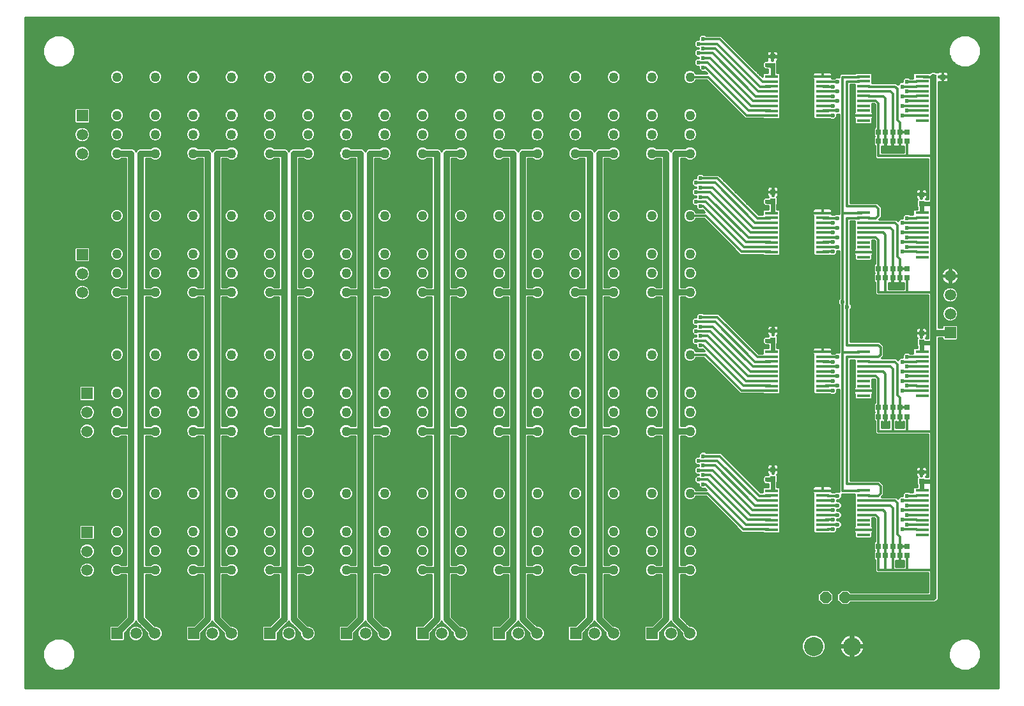
<source format=gtl>
G75*
%MOIN*%
%OFA0B0*%
%FSLAX25Y25*%
%IPPOS*%
%LPD*%
%AMOC8*
5,1,8,0,0,1.08239X$1,22.5*
%
%ADD10C,0.05000*%
%ADD11R,0.07087X0.01575*%
%ADD12R,0.02756X0.02756*%
%ADD13R,0.01181X0.03150*%
%ADD14R,0.05906X0.05906*%
%ADD15C,0.05906*%
%ADD16C,0.10000*%
%ADD17C,0.09449*%
%ADD18OC8,0.05906*%
%ADD19C,0.03200*%
%ADD20C,0.01200*%
%ADD21C,0.02400*%
%ADD22C,0.02362*%
D10*
X0104741Y0139661D03*
X0104741Y0149661D03*
X0104741Y0159661D03*
X0124741Y0159661D03*
X0124741Y0149661D03*
X0124741Y0139661D03*
X0144583Y0139661D03*
X0144583Y0149661D03*
X0144583Y0159661D03*
X0164583Y0159661D03*
X0164583Y0149661D03*
X0164583Y0139661D03*
X0184426Y0139661D03*
X0184426Y0149661D03*
X0184426Y0159661D03*
X0204426Y0159661D03*
X0204426Y0149661D03*
X0204426Y0139661D03*
X0224268Y0139661D03*
X0224268Y0149661D03*
X0224268Y0159661D03*
X0244268Y0159661D03*
X0244268Y0149661D03*
X0244268Y0139661D03*
X0264111Y0139661D03*
X0264111Y0149661D03*
X0264111Y0159661D03*
X0284111Y0159661D03*
X0284111Y0149661D03*
X0284111Y0139661D03*
X0303953Y0139661D03*
X0303953Y0149661D03*
X0303953Y0159661D03*
X0323953Y0159661D03*
X0323953Y0149661D03*
X0323953Y0139661D03*
X0343796Y0139661D03*
X0343796Y0149661D03*
X0343796Y0159661D03*
X0363796Y0159661D03*
X0363796Y0149661D03*
X0363796Y0139661D03*
X0383638Y0139661D03*
X0383638Y0149661D03*
X0383638Y0159661D03*
X0403638Y0159661D03*
X0403638Y0149661D03*
X0403638Y0139661D03*
X0403638Y0179661D03*
X0383638Y0179661D03*
X0363796Y0179661D03*
X0343796Y0179661D03*
X0323953Y0179661D03*
X0303953Y0179661D03*
X0284111Y0179661D03*
X0264111Y0179661D03*
X0244268Y0179661D03*
X0224268Y0179661D03*
X0204426Y0179661D03*
X0184426Y0179661D03*
X0164583Y0179661D03*
X0144583Y0179661D03*
X0124741Y0179661D03*
X0104741Y0179661D03*
X0104741Y0212161D03*
X0104741Y0222161D03*
X0104741Y0232161D03*
X0124741Y0232161D03*
X0124741Y0222161D03*
X0124741Y0212161D03*
X0144583Y0212161D03*
X0144583Y0222161D03*
X0144583Y0232161D03*
X0164583Y0232161D03*
X0164583Y0222161D03*
X0164583Y0212161D03*
X0184426Y0212161D03*
X0184426Y0222161D03*
X0184426Y0232161D03*
X0204426Y0232161D03*
X0204426Y0222161D03*
X0204426Y0212161D03*
X0224268Y0212161D03*
X0224268Y0222161D03*
X0224268Y0232161D03*
X0244268Y0232161D03*
X0244268Y0222161D03*
X0244268Y0212161D03*
X0264111Y0212161D03*
X0264111Y0222161D03*
X0264111Y0232161D03*
X0284111Y0232161D03*
X0284111Y0222161D03*
X0284111Y0212161D03*
X0303953Y0212161D03*
X0303953Y0222161D03*
X0303953Y0232161D03*
X0323953Y0232161D03*
X0323953Y0222161D03*
X0323953Y0212161D03*
X0343796Y0212161D03*
X0343796Y0222161D03*
X0343796Y0232161D03*
X0363796Y0232161D03*
X0363796Y0222161D03*
X0363796Y0212161D03*
X0383638Y0212161D03*
X0383638Y0222161D03*
X0383638Y0232161D03*
X0403638Y0232161D03*
X0403638Y0222161D03*
X0403638Y0212161D03*
X0403638Y0252161D03*
X0383638Y0252161D03*
X0363796Y0252161D03*
X0343796Y0252161D03*
X0323953Y0252161D03*
X0303953Y0252161D03*
X0284111Y0252161D03*
X0264111Y0252161D03*
X0244268Y0252161D03*
X0224268Y0252161D03*
X0204426Y0252161D03*
X0184426Y0252161D03*
X0164583Y0252161D03*
X0144583Y0252161D03*
X0124741Y0252161D03*
X0104741Y0252161D03*
X0104741Y0284661D03*
X0104741Y0294661D03*
X0104741Y0304661D03*
X0124741Y0304661D03*
X0124741Y0294661D03*
X0124741Y0284661D03*
X0144583Y0284661D03*
X0144583Y0294661D03*
X0144583Y0304661D03*
X0164583Y0304661D03*
X0164583Y0294661D03*
X0164583Y0284661D03*
X0184426Y0284661D03*
X0184426Y0294661D03*
X0184426Y0304661D03*
X0204426Y0304661D03*
X0204426Y0294661D03*
X0204426Y0284661D03*
X0224268Y0284661D03*
X0224268Y0294661D03*
X0224268Y0304661D03*
X0244268Y0304661D03*
X0244268Y0294661D03*
X0244268Y0284661D03*
X0264111Y0284661D03*
X0264111Y0294661D03*
X0264111Y0304661D03*
X0284111Y0304661D03*
X0284111Y0294661D03*
X0284111Y0284661D03*
X0303953Y0284661D03*
X0303953Y0294661D03*
X0303953Y0304661D03*
X0323953Y0304661D03*
X0323953Y0294661D03*
X0323953Y0284661D03*
X0343796Y0284661D03*
X0343796Y0294661D03*
X0343796Y0304661D03*
X0363796Y0304661D03*
X0363796Y0294661D03*
X0363796Y0284661D03*
X0383638Y0284661D03*
X0383638Y0294661D03*
X0383638Y0304661D03*
X0403638Y0304661D03*
X0403638Y0294661D03*
X0403638Y0284661D03*
X0403638Y0324661D03*
X0383638Y0324661D03*
X0363796Y0324661D03*
X0343796Y0324661D03*
X0323953Y0324661D03*
X0303953Y0324661D03*
X0284111Y0324661D03*
X0264111Y0324661D03*
X0244268Y0324661D03*
X0224268Y0324661D03*
X0204426Y0324661D03*
X0184426Y0324661D03*
X0164583Y0324661D03*
X0144583Y0324661D03*
X0124741Y0324661D03*
X0104741Y0324661D03*
X0104741Y0357161D03*
X0104741Y0367161D03*
X0104741Y0377161D03*
X0124741Y0377161D03*
X0124741Y0367161D03*
X0124741Y0357161D03*
X0144583Y0357161D03*
X0144583Y0367161D03*
X0144583Y0377161D03*
X0164583Y0377161D03*
X0164583Y0367161D03*
X0164583Y0357161D03*
X0184426Y0357161D03*
X0184426Y0367161D03*
X0184426Y0377161D03*
X0204426Y0377161D03*
X0204426Y0367161D03*
X0204426Y0357161D03*
X0224268Y0357161D03*
X0224268Y0367161D03*
X0224268Y0377161D03*
X0244268Y0377161D03*
X0244268Y0367161D03*
X0244268Y0357161D03*
X0264111Y0357161D03*
X0264111Y0367161D03*
X0264111Y0377161D03*
X0284111Y0377161D03*
X0284111Y0367161D03*
X0284111Y0357161D03*
X0303953Y0357161D03*
X0303953Y0367161D03*
X0303953Y0377161D03*
X0323953Y0377161D03*
X0323953Y0367161D03*
X0323953Y0357161D03*
X0343796Y0357161D03*
X0343796Y0367161D03*
X0343796Y0377161D03*
X0363796Y0377161D03*
X0363796Y0367161D03*
X0363796Y0357161D03*
X0383638Y0357161D03*
X0383638Y0367161D03*
X0383638Y0377161D03*
X0403638Y0377161D03*
X0403638Y0367161D03*
X0403638Y0357161D03*
X0403638Y0397161D03*
X0383638Y0397161D03*
X0363796Y0397161D03*
X0343796Y0397161D03*
X0323953Y0397161D03*
X0303953Y0397161D03*
X0284111Y0397161D03*
X0264111Y0397161D03*
X0244268Y0397161D03*
X0224268Y0397161D03*
X0204426Y0397161D03*
X0184426Y0397161D03*
X0164583Y0397161D03*
X0144583Y0397161D03*
X0124741Y0397161D03*
X0104741Y0397161D03*
D11*
X0446050Y0397398D03*
X0446050Y0394839D03*
X0446050Y0392280D03*
X0446050Y0389720D03*
X0446050Y0387161D03*
X0446050Y0384602D03*
X0446050Y0382043D03*
X0446050Y0379484D03*
X0446050Y0376925D03*
X0472625Y0376925D03*
X0472625Y0379484D03*
X0472625Y0382043D03*
X0472625Y0384602D03*
X0472625Y0387161D03*
X0472625Y0389720D03*
X0472625Y0392280D03*
X0472625Y0394839D03*
X0472625Y0397398D03*
X0494081Y0397427D03*
X0494081Y0394868D03*
X0494081Y0392309D03*
X0494081Y0389750D03*
X0494081Y0387191D03*
X0494081Y0384632D03*
X0494081Y0382073D03*
X0494081Y0379514D03*
X0494081Y0376955D03*
X0494081Y0374396D03*
X0524593Y0374396D03*
X0524593Y0376955D03*
X0524593Y0379514D03*
X0524593Y0382073D03*
X0524593Y0384632D03*
X0524593Y0387191D03*
X0524593Y0389750D03*
X0524593Y0392309D03*
X0524593Y0394868D03*
X0524593Y0397427D03*
X0524593Y0326177D03*
X0524593Y0323618D03*
X0524593Y0321059D03*
X0524593Y0318500D03*
X0524593Y0315941D03*
X0524593Y0313382D03*
X0524593Y0310823D03*
X0524593Y0308264D03*
X0524593Y0305705D03*
X0524593Y0303146D03*
X0494081Y0303146D03*
X0494081Y0305705D03*
X0494081Y0308264D03*
X0494081Y0310823D03*
X0494081Y0313382D03*
X0494081Y0315941D03*
X0494081Y0318500D03*
X0494081Y0321059D03*
X0494081Y0323618D03*
X0494081Y0326177D03*
X0472625Y0326148D03*
X0472625Y0323589D03*
X0472625Y0321030D03*
X0472625Y0318470D03*
X0472625Y0315911D03*
X0472625Y0313352D03*
X0472625Y0310793D03*
X0472625Y0308234D03*
X0472625Y0305675D03*
X0446050Y0305675D03*
X0446050Y0308234D03*
X0446050Y0310793D03*
X0446050Y0313352D03*
X0446050Y0315911D03*
X0446050Y0318470D03*
X0446050Y0321030D03*
X0446050Y0323589D03*
X0446050Y0326148D03*
X0446050Y0253648D03*
X0446050Y0251089D03*
X0446050Y0248530D03*
X0446050Y0245970D03*
X0446050Y0243411D03*
X0446050Y0240852D03*
X0446050Y0238293D03*
X0446050Y0235734D03*
X0446050Y0233175D03*
X0472625Y0233175D03*
X0472625Y0235734D03*
X0472625Y0238293D03*
X0472625Y0240852D03*
X0472625Y0243411D03*
X0472625Y0245970D03*
X0472625Y0248530D03*
X0472625Y0251089D03*
X0472625Y0253648D03*
X0494081Y0253677D03*
X0494081Y0251118D03*
X0494081Y0248559D03*
X0494081Y0246000D03*
X0494081Y0243441D03*
X0494081Y0240882D03*
X0494081Y0238323D03*
X0494081Y0235764D03*
X0494081Y0233205D03*
X0494081Y0230646D03*
X0524593Y0230646D03*
X0524593Y0233205D03*
X0524593Y0235764D03*
X0524593Y0238323D03*
X0524593Y0240882D03*
X0524593Y0243441D03*
X0524593Y0246000D03*
X0524593Y0248559D03*
X0524593Y0251118D03*
X0524593Y0253677D03*
X0524593Y0181177D03*
X0524593Y0178618D03*
X0524593Y0176059D03*
X0524593Y0173500D03*
X0524593Y0170941D03*
X0524593Y0168382D03*
X0524593Y0165823D03*
X0524593Y0163264D03*
X0524593Y0160705D03*
X0524593Y0158146D03*
X0494081Y0158146D03*
X0494081Y0160705D03*
X0494081Y0163264D03*
X0494081Y0165823D03*
X0494081Y0168382D03*
X0494081Y0170941D03*
X0494081Y0173500D03*
X0494081Y0176059D03*
X0494081Y0178618D03*
X0494081Y0181177D03*
X0472625Y0181148D03*
X0472625Y0178589D03*
X0472625Y0176030D03*
X0472625Y0173470D03*
X0472625Y0170911D03*
X0472625Y0168352D03*
X0472625Y0165793D03*
X0472625Y0163234D03*
X0472625Y0160675D03*
X0446050Y0160675D03*
X0446050Y0163234D03*
X0446050Y0165793D03*
X0446050Y0168352D03*
X0446050Y0170911D03*
X0446050Y0173470D03*
X0446050Y0176030D03*
X0446050Y0178589D03*
X0446050Y0181148D03*
D12*
X0446837Y0187299D03*
X0446837Y0192024D03*
X0501837Y0219799D03*
X0505587Y0219799D03*
X0509337Y0219799D03*
X0513087Y0219799D03*
X0516837Y0219799D03*
X0516837Y0224524D03*
X0513087Y0224524D03*
X0509337Y0224524D03*
X0505587Y0224524D03*
X0501837Y0224524D03*
X0524337Y0190774D03*
X0524337Y0186049D03*
X0516837Y0152024D03*
X0513087Y0152024D03*
X0509337Y0152024D03*
X0505587Y0152024D03*
X0501837Y0152024D03*
X0501837Y0147299D03*
X0505587Y0147299D03*
X0509337Y0147299D03*
X0513087Y0147299D03*
X0516837Y0147299D03*
X0524337Y0258549D03*
X0524337Y0263274D03*
X0516837Y0292299D03*
X0513087Y0292299D03*
X0509337Y0292299D03*
X0505587Y0292299D03*
X0501837Y0292299D03*
X0501837Y0297024D03*
X0505587Y0297024D03*
X0509337Y0297024D03*
X0513087Y0297024D03*
X0516837Y0297024D03*
X0524337Y0331049D03*
X0524337Y0335774D03*
X0516837Y0363549D03*
X0513087Y0363549D03*
X0509337Y0363549D03*
X0505587Y0363549D03*
X0501837Y0363549D03*
X0501837Y0368274D03*
X0505587Y0368274D03*
X0509337Y0368274D03*
X0513087Y0368274D03*
X0516837Y0368274D03*
X0530725Y0397161D03*
X0535449Y0397161D03*
X0446631Y0403136D03*
X0446631Y0407860D03*
X0446837Y0337024D03*
X0446837Y0332299D03*
X0446837Y0264524D03*
X0446837Y0259799D03*
D13*
X0501837Y0294661D03*
X0505587Y0294661D03*
X0509337Y0294661D03*
X0513087Y0294661D03*
X0513087Y0365911D03*
X0509337Y0365911D03*
X0505587Y0365911D03*
X0501837Y0365911D03*
X0501837Y0222161D03*
X0505587Y0222161D03*
X0509337Y0222161D03*
X0513087Y0222161D03*
X0513087Y0149661D03*
X0509337Y0149661D03*
X0505587Y0149661D03*
X0501837Y0149661D03*
D14*
X0383796Y0106630D03*
X0343953Y0106630D03*
X0304111Y0106630D03*
X0264268Y0106630D03*
X0224426Y0106630D03*
X0184583Y0106630D03*
X0144741Y0106630D03*
X0104898Y0106630D03*
X0089209Y0159346D03*
X0089209Y0231846D03*
X0086709Y0304346D03*
X0086709Y0376846D03*
X0539337Y0263648D03*
D15*
X0539337Y0273490D03*
X0539337Y0283333D03*
X0539337Y0293175D03*
X0403481Y0106630D03*
X0393638Y0106630D03*
X0363638Y0106630D03*
X0353796Y0106630D03*
X0323796Y0106630D03*
X0313953Y0106630D03*
X0283953Y0106630D03*
X0274111Y0106630D03*
X0244111Y0106630D03*
X0234268Y0106630D03*
X0204268Y0106630D03*
X0194426Y0106630D03*
X0164426Y0106630D03*
X0154583Y0106630D03*
X0124583Y0106630D03*
X0114741Y0106630D03*
X0089209Y0139661D03*
X0089209Y0149504D03*
X0089209Y0212161D03*
X0089209Y0222004D03*
X0086709Y0284661D03*
X0086709Y0294504D03*
X0086709Y0357161D03*
X0086709Y0367004D03*
D16*
X0468087Y0099819D03*
D17*
X0488087Y0099819D03*
D18*
X0484357Y0125341D03*
X0474357Y0125341D03*
D19*
X0484357Y0125341D02*
X0530587Y0125341D01*
X0530587Y0139661D01*
X0530587Y0185911D01*
X0530587Y0212161D01*
X0530587Y0258411D01*
X0530587Y0263411D01*
X0540587Y0263411D01*
X0539337Y0263648D01*
X0530587Y0263411D02*
X0530587Y0284661D01*
X0530587Y0330911D01*
X0530587Y0355911D01*
X0530587Y0397161D01*
X0403638Y0357161D02*
X0396138Y0357161D01*
X0396138Y0284661D01*
X0403638Y0284661D01*
X0396138Y0284661D02*
X0396138Y0212161D01*
X0403638Y0212161D01*
X0396138Y0212161D02*
X0396138Y0139661D01*
X0403638Y0139661D01*
X0396138Y0139661D02*
X0396138Y0113972D01*
X0403481Y0106630D01*
X0391138Y0113972D02*
X0383796Y0106630D01*
X0391138Y0113972D02*
X0391138Y0139661D01*
X0383638Y0139661D01*
X0391138Y0139661D02*
X0391138Y0212161D01*
X0383638Y0212161D01*
X0391138Y0212161D02*
X0391138Y0284661D01*
X0383638Y0284661D01*
X0391138Y0284661D02*
X0391138Y0357161D01*
X0383638Y0357161D01*
X0363796Y0357161D02*
X0356296Y0357161D01*
X0356296Y0284661D01*
X0363796Y0284661D01*
X0356296Y0284661D02*
X0356296Y0212161D01*
X0363796Y0212161D01*
X0356296Y0212161D02*
X0356296Y0139661D01*
X0363796Y0139661D01*
X0356296Y0139661D02*
X0356296Y0113972D01*
X0363638Y0106630D01*
X0351296Y0113972D02*
X0343953Y0106630D01*
X0351296Y0113972D02*
X0351296Y0139661D01*
X0343796Y0139661D01*
X0351296Y0139661D02*
X0351296Y0212161D01*
X0343796Y0212161D01*
X0351296Y0212161D02*
X0351296Y0284661D01*
X0343796Y0284661D01*
X0351296Y0284661D02*
X0351296Y0357161D01*
X0343796Y0357161D01*
X0323953Y0357161D02*
X0316453Y0357161D01*
X0316453Y0284661D01*
X0323953Y0284661D01*
X0316453Y0284661D02*
X0316453Y0212161D01*
X0323953Y0212161D01*
X0316453Y0212161D02*
X0316453Y0139661D01*
X0323953Y0139661D01*
X0316453Y0139661D02*
X0316453Y0113972D01*
X0323796Y0106630D01*
X0311453Y0113972D02*
X0304111Y0106630D01*
X0311453Y0113972D02*
X0311453Y0139661D01*
X0303953Y0139661D01*
X0311453Y0139661D02*
X0311453Y0212161D01*
X0303953Y0212161D01*
X0311453Y0212161D02*
X0311453Y0284661D01*
X0303953Y0284661D01*
X0311453Y0284661D02*
X0311453Y0357161D01*
X0303953Y0357161D01*
X0284111Y0357161D02*
X0276611Y0357161D01*
X0276611Y0284661D01*
X0284111Y0284661D01*
X0276611Y0284661D02*
X0276611Y0212161D01*
X0284111Y0212161D01*
X0276611Y0212161D02*
X0276611Y0139661D01*
X0284111Y0139661D01*
X0276611Y0139661D02*
X0276611Y0113972D01*
X0283953Y0106630D01*
X0271611Y0113972D02*
X0264268Y0106630D01*
X0271611Y0113972D02*
X0271611Y0139661D01*
X0264111Y0139661D01*
X0271611Y0139661D02*
X0271611Y0212161D01*
X0264111Y0212161D01*
X0271611Y0212161D02*
X0271611Y0284661D01*
X0264111Y0284661D01*
X0271611Y0284661D02*
X0271611Y0357161D01*
X0264111Y0357161D01*
X0244268Y0357161D02*
X0236768Y0357161D01*
X0236768Y0284661D01*
X0244268Y0284661D01*
X0236768Y0284661D02*
X0236768Y0212161D01*
X0244268Y0212161D01*
X0236768Y0212161D02*
X0236768Y0139661D01*
X0244268Y0139661D01*
X0236768Y0139661D02*
X0236768Y0113972D01*
X0244111Y0106630D01*
X0231768Y0113972D02*
X0224426Y0106630D01*
X0231768Y0113972D02*
X0231768Y0139661D01*
X0224268Y0139661D01*
X0231768Y0139661D02*
X0231768Y0212161D01*
X0224268Y0212161D01*
X0231768Y0212161D02*
X0231768Y0284661D01*
X0224268Y0284661D01*
X0231768Y0284661D02*
X0231768Y0357161D01*
X0224268Y0357161D01*
X0204426Y0357161D02*
X0196926Y0357161D01*
X0196926Y0284661D01*
X0204426Y0284661D01*
X0196926Y0284661D02*
X0196926Y0212161D01*
X0204426Y0212161D01*
X0196926Y0212161D02*
X0196926Y0139661D01*
X0204426Y0139661D01*
X0196926Y0139661D02*
X0196926Y0113972D01*
X0204268Y0106630D01*
X0191926Y0113972D02*
X0184583Y0106630D01*
X0191926Y0113972D02*
X0191926Y0139661D01*
X0184426Y0139661D01*
X0191926Y0139661D02*
X0191926Y0212161D01*
X0184426Y0212161D01*
X0191926Y0212161D02*
X0191926Y0284661D01*
X0184426Y0284661D01*
X0191926Y0284661D02*
X0191926Y0357161D01*
X0184426Y0357161D01*
X0164583Y0357161D02*
X0157083Y0357161D01*
X0157083Y0284661D01*
X0164583Y0284661D01*
X0157083Y0284661D02*
X0157083Y0212161D01*
X0164583Y0212161D01*
X0157083Y0212161D02*
X0157083Y0139661D01*
X0164583Y0139661D01*
X0157083Y0139661D02*
X0157083Y0113972D01*
X0164426Y0106630D01*
X0152083Y0113972D02*
X0144741Y0106630D01*
X0152083Y0113972D02*
X0152083Y0139661D01*
X0144583Y0139661D01*
X0152083Y0139661D02*
X0152083Y0212161D01*
X0144583Y0212161D01*
X0152083Y0212161D02*
X0152083Y0284661D01*
X0144583Y0284661D01*
X0152083Y0284661D02*
X0152083Y0357161D01*
X0144583Y0357161D01*
X0124741Y0357161D02*
X0117241Y0357161D01*
X0117241Y0284661D01*
X0124741Y0284661D01*
X0117241Y0284661D02*
X0117241Y0212161D01*
X0124741Y0212161D01*
X0117241Y0212161D02*
X0117241Y0139661D01*
X0124741Y0139661D01*
X0117241Y0139661D02*
X0117241Y0113972D01*
X0124583Y0106630D01*
X0112241Y0113972D02*
X0104898Y0106630D01*
X0112241Y0113972D02*
X0112241Y0139661D01*
X0104741Y0139661D01*
X0112241Y0139661D02*
X0112241Y0212161D01*
X0104741Y0212161D01*
X0112241Y0212161D02*
X0112241Y0284661D01*
X0104741Y0284661D01*
X0112241Y0284661D02*
X0112241Y0357161D01*
X0104741Y0357161D01*
D20*
X0057073Y0428038D02*
X0057073Y0078057D01*
X0564535Y0078057D01*
X0564535Y0428038D01*
X0057073Y0428038D01*
X0057073Y0427046D02*
X0564535Y0427046D01*
X0564535Y0425847D02*
X0057073Y0425847D01*
X0057073Y0424649D02*
X0564535Y0424649D01*
X0564535Y0423450D02*
X0057073Y0423450D01*
X0057073Y0422252D02*
X0564535Y0422252D01*
X0564535Y0421053D02*
X0057073Y0421053D01*
X0057073Y0419855D02*
X0564535Y0419855D01*
X0564535Y0418656D02*
X0549544Y0418656D01*
X0548710Y0419002D02*
X0551824Y0417711D01*
X0554208Y0415328D01*
X0555498Y0412213D01*
X0555498Y0408842D01*
X0554208Y0405727D01*
X0551824Y0403344D01*
X0548710Y0402054D01*
X0545339Y0402054D01*
X0542224Y0403344D01*
X0539840Y0405727D01*
X0538550Y0408842D01*
X0538550Y0412213D01*
X0539840Y0415328D01*
X0542224Y0417711D01*
X0545339Y0419002D01*
X0548710Y0419002D01*
X0552078Y0417458D02*
X0564535Y0417458D01*
X0564535Y0416259D02*
X0553277Y0416259D01*
X0554319Y0415061D02*
X0564535Y0415061D01*
X0564535Y0413862D02*
X0554815Y0413862D01*
X0555312Y0412664D02*
X0564535Y0412664D01*
X0564535Y0411465D02*
X0555498Y0411465D01*
X0555498Y0410267D02*
X0564535Y0410267D01*
X0564535Y0409068D02*
X0555498Y0409068D01*
X0555095Y0407870D02*
X0564535Y0407870D01*
X0564535Y0406671D02*
X0554599Y0406671D01*
X0553953Y0405473D02*
X0564535Y0405473D01*
X0564535Y0404274D02*
X0552755Y0404274D01*
X0551177Y0403075D02*
X0564535Y0403075D01*
X0564535Y0401877D02*
X0449199Y0401877D01*
X0449199Y0401265D02*
X0449199Y0405007D01*
X0448997Y0405209D01*
X0449289Y0405500D01*
X0449499Y0405865D01*
X0449609Y0406272D01*
X0449609Y0407771D01*
X0446720Y0407771D01*
X0446720Y0407949D01*
X0449609Y0407949D01*
X0449609Y0409449D01*
X0449499Y0409856D01*
X0449289Y0410221D01*
X0448991Y0410518D01*
X0448626Y0410729D01*
X0448219Y0410838D01*
X0446720Y0410838D01*
X0446720Y0407949D01*
X0446542Y0407949D01*
X0446542Y0410838D01*
X0445042Y0410838D01*
X0444635Y0410729D01*
X0444270Y0410518D01*
X0443972Y0410221D01*
X0443762Y0409856D01*
X0443653Y0409449D01*
X0443653Y0407949D01*
X0446542Y0407949D01*
X0446542Y0407771D01*
X0446542Y0405782D01*
X0446720Y0405782D01*
X0446720Y0407771D01*
X0446542Y0407771D01*
X0443653Y0407771D01*
X0443653Y0406272D01*
X0443762Y0405865D01*
X0443809Y0405782D01*
X0443202Y0405782D01*
X0443157Y0405763D01*
X0442695Y0405763D01*
X0442369Y0405437D01*
X0442324Y0405418D01*
X0441651Y0404746D01*
X0441632Y0404700D01*
X0441306Y0404374D01*
X0441306Y0403913D01*
X0441287Y0403867D01*
X0441287Y0402916D01*
X0441306Y0402871D01*
X0441306Y0402409D01*
X0441632Y0402083D01*
X0441651Y0402038D01*
X0442324Y0401365D01*
X0442369Y0401346D01*
X0442695Y0401020D01*
X0443157Y0401020D01*
X0443202Y0401001D01*
X0444240Y0401001D01*
X0444240Y0399376D01*
X0442013Y0399376D01*
X0441316Y0398678D01*
X0441316Y0397213D01*
X0420862Y0417667D01*
X0419813Y0418716D01*
X0412023Y0418716D01*
X0411442Y0419297D01*
X0409477Y0419297D01*
X0408088Y0417908D01*
X0408088Y0416836D01*
X0407016Y0416836D01*
X0405627Y0415447D01*
X0405627Y0413482D01*
X0407016Y0412093D01*
X0408088Y0412093D01*
X0408088Y0411915D01*
X0407016Y0411915D01*
X0405627Y0410526D01*
X0405627Y0408561D01*
X0407016Y0407172D01*
X0408088Y0407172D01*
X0408088Y0406994D01*
X0407016Y0406994D01*
X0405627Y0405604D01*
X0405627Y0403640D01*
X0407016Y0402250D01*
X0408088Y0402250D01*
X0408088Y0401179D01*
X0409477Y0399790D01*
X0411442Y0399790D01*
X0411485Y0399833D01*
X0412367Y0398952D01*
X0406891Y0398952D01*
X0406767Y0399252D01*
X0405729Y0400290D01*
X0404373Y0400852D01*
X0402904Y0400852D01*
X0401548Y0400290D01*
X0400510Y0399252D01*
X0399948Y0397896D01*
X0399948Y0396427D01*
X0400510Y0395071D01*
X0401548Y0394033D01*
X0402904Y0393471D01*
X0404373Y0393471D01*
X0405729Y0394033D01*
X0406767Y0395071D01*
X0406891Y0395371D01*
X0412257Y0395371D01*
X0432257Y0375371D01*
X0441590Y0375371D01*
X0442013Y0374947D01*
X0450086Y0374947D01*
X0450784Y0375645D01*
X0450784Y0398678D01*
X0450086Y0399376D01*
X0449021Y0399376D01*
X0449021Y0401087D01*
X0449199Y0401265D01*
X0449021Y0400678D02*
X0564535Y0400678D01*
X0564535Y0399480D02*
X0538132Y0399480D01*
X0538108Y0399522D02*
X0537810Y0399820D01*
X0537445Y0400030D01*
X0537038Y0400139D01*
X0535538Y0400139D01*
X0535538Y0397250D01*
X0535360Y0397250D01*
X0533378Y0397250D01*
X0533378Y0397072D01*
X0535360Y0397072D01*
X0535538Y0397072D01*
X0535538Y0394183D01*
X0537038Y0394183D01*
X0537445Y0394292D01*
X0537810Y0394503D01*
X0538108Y0394801D01*
X0538318Y0395166D01*
X0538427Y0395573D01*
X0538427Y0397072D01*
X0535539Y0397072D01*
X0535539Y0397250D01*
X0538427Y0397250D01*
X0538427Y0398750D01*
X0538318Y0399157D01*
X0538108Y0399522D01*
X0538427Y0398281D02*
X0564535Y0398281D01*
X0564535Y0397083D02*
X0535539Y0397083D01*
X0535360Y0397083D02*
X0533378Y0397083D01*
X0535360Y0397072D02*
X0535360Y0397250D01*
X0535360Y0400139D01*
X0533861Y0400139D01*
X0533454Y0400030D01*
X0533089Y0399820D01*
X0532798Y0399528D01*
X0532596Y0399730D01*
X0531678Y0399730D01*
X0531142Y0399952D01*
X0530032Y0399952D01*
X0529496Y0399730D01*
X0528854Y0399730D01*
X0528529Y0399405D01*
X0520557Y0399405D01*
X0519859Y0398708D01*
X0519859Y0396452D01*
X0518401Y0396452D01*
X0517820Y0397033D01*
X0515855Y0397033D01*
X0514466Y0395644D01*
X0514466Y0394533D01*
X0513355Y0394533D01*
X0512051Y0393230D01*
X0511329Y0393952D01*
X0498815Y0393952D01*
X0498815Y0398708D01*
X0498118Y0399405D01*
X0490045Y0399405D01*
X0489592Y0398952D01*
X0482346Y0398952D01*
X0481297Y0397903D01*
X0481297Y0397033D01*
X0479605Y0397033D01*
X0479024Y0396452D01*
X0477768Y0396452D01*
X0477768Y0397398D01*
X0477768Y0398396D01*
X0477659Y0398803D01*
X0477448Y0399167D01*
X0477150Y0399465D01*
X0476786Y0399676D01*
X0476379Y0399785D01*
X0472625Y0399785D01*
X0472625Y0397398D01*
X0472625Y0397398D01*
X0477768Y0397398D01*
X0472625Y0397398D01*
X0472625Y0397398D01*
X0472625Y0399785D01*
X0468871Y0399785D01*
X0468464Y0399676D01*
X0468099Y0399465D01*
X0467801Y0399167D01*
X0467590Y0398803D01*
X0467481Y0398396D01*
X0467481Y0397398D01*
X0472625Y0397398D01*
X0472625Y0397398D01*
X0467481Y0397398D01*
X0467481Y0396400D01*
X0467590Y0395993D01*
X0467801Y0395628D01*
X0467891Y0395538D01*
X0467891Y0375645D01*
X0468588Y0374947D01*
X0476661Y0374947D01*
X0476804Y0375090D01*
X0477105Y0374790D01*
X0479070Y0374790D01*
X0480459Y0376179D01*
X0480459Y0377290D01*
X0481297Y0377290D01*
X0481297Y0325783D01*
X0479605Y0325783D01*
X0479024Y0325202D01*
X0477768Y0325202D01*
X0477768Y0326148D01*
X0477768Y0327146D01*
X0477659Y0327553D01*
X0477448Y0327917D01*
X0477150Y0328215D01*
X0476786Y0328426D01*
X0476379Y0328535D01*
X0472625Y0328535D01*
X0472625Y0326148D01*
X0472625Y0326148D01*
X0477768Y0326148D01*
X0472625Y0326148D01*
X0472625Y0326148D01*
X0472625Y0328535D01*
X0468871Y0328535D01*
X0468464Y0328426D01*
X0468099Y0328215D01*
X0467801Y0327917D01*
X0467590Y0327553D01*
X0467481Y0327146D01*
X0467481Y0326148D01*
X0472625Y0326148D01*
X0472625Y0326148D01*
X0467481Y0326148D01*
X0467481Y0325150D01*
X0467590Y0324743D01*
X0467801Y0324378D01*
X0467891Y0324288D01*
X0467891Y0304395D01*
X0468588Y0303697D01*
X0476661Y0303697D01*
X0476804Y0303840D01*
X0477105Y0303540D01*
X0479070Y0303540D01*
X0480459Y0304929D01*
X0480459Y0306040D01*
X0481297Y0306040D01*
X0481297Y0281225D01*
X0480716Y0280644D01*
X0480716Y0278679D01*
X0481297Y0278098D01*
X0481297Y0253283D01*
X0479605Y0253283D01*
X0479024Y0252702D01*
X0477768Y0252702D01*
X0477768Y0253648D01*
X0477768Y0254646D01*
X0477659Y0255053D01*
X0477448Y0255417D01*
X0477150Y0255715D01*
X0476786Y0255926D01*
X0476379Y0256035D01*
X0472625Y0256035D01*
X0472625Y0253648D01*
X0472625Y0253648D01*
X0477768Y0253648D01*
X0472625Y0253648D01*
X0472625Y0253648D01*
X0472625Y0256035D01*
X0468871Y0256035D01*
X0468464Y0255926D01*
X0468099Y0255715D01*
X0467801Y0255417D01*
X0467590Y0255053D01*
X0467481Y0254646D01*
X0467481Y0253648D01*
X0472625Y0253648D01*
X0472625Y0253648D01*
X0467481Y0253648D01*
X0467481Y0252650D01*
X0467590Y0252243D01*
X0467801Y0251878D01*
X0467891Y0251788D01*
X0467891Y0231895D01*
X0468588Y0231197D01*
X0476661Y0231197D01*
X0476804Y0231340D01*
X0477105Y0231040D01*
X0479070Y0231040D01*
X0480459Y0232429D01*
X0480459Y0233540D01*
X0481297Y0233540D01*
X0481297Y0180783D01*
X0479605Y0180783D01*
X0479024Y0180202D01*
X0477768Y0180202D01*
X0477768Y0181148D01*
X0477768Y0182146D01*
X0477659Y0182553D01*
X0477448Y0182917D01*
X0477150Y0183215D01*
X0476786Y0183426D01*
X0476379Y0183535D01*
X0472625Y0183535D01*
X0472625Y0181148D01*
X0472625Y0181148D01*
X0477768Y0181148D01*
X0472625Y0181148D01*
X0472625Y0181148D01*
X0472625Y0183535D01*
X0468871Y0183535D01*
X0468464Y0183426D01*
X0468099Y0183215D01*
X0467801Y0182917D01*
X0467590Y0182553D01*
X0467481Y0182146D01*
X0467481Y0181148D01*
X0472625Y0181148D01*
X0472625Y0181148D01*
X0467481Y0181148D01*
X0467481Y0180150D01*
X0467590Y0179743D01*
X0467801Y0179378D01*
X0467891Y0179288D01*
X0467891Y0159395D01*
X0468588Y0158697D01*
X0476661Y0158697D01*
X0476804Y0158840D01*
X0477105Y0158540D01*
X0479070Y0158540D01*
X0480459Y0159929D01*
X0480459Y0161040D01*
X0481570Y0161040D01*
X0482959Y0162429D01*
X0482959Y0164394D01*
X0481570Y0165783D01*
X0480459Y0165783D01*
X0480459Y0166040D01*
X0481570Y0166040D01*
X0482959Y0167429D01*
X0482959Y0169394D01*
X0481570Y0170783D01*
X0480459Y0170783D01*
X0480459Y0171040D01*
X0481570Y0171040D01*
X0482959Y0172429D01*
X0482959Y0174394D01*
X0481570Y0175783D01*
X0480459Y0175783D01*
X0480459Y0176040D01*
X0481570Y0176040D01*
X0482959Y0177429D01*
X0482959Y0179121D01*
X0489348Y0179121D01*
X0489348Y0162564D01*
X0489258Y0162475D01*
X0489047Y0162110D01*
X0488938Y0161703D01*
X0488938Y0160705D01*
X0494081Y0160705D01*
X0494081Y0160705D01*
X0488938Y0160705D01*
X0488938Y0159707D01*
X0489047Y0159300D01*
X0489258Y0158935D01*
X0489348Y0158845D01*
X0489348Y0156865D01*
X0490045Y0156168D01*
X0498118Y0156168D01*
X0498815Y0156865D01*
X0498815Y0158845D01*
X0498905Y0158935D01*
X0499116Y0159300D01*
X0499225Y0159707D01*
X0499225Y0160705D01*
X0499225Y0161703D01*
X0499116Y0162110D01*
X0498905Y0162475D01*
X0498815Y0162564D01*
X0498815Y0166621D01*
X0499846Y0166621D01*
X0500047Y0166420D01*
X0500047Y0154592D01*
X0499966Y0154592D01*
X0499269Y0153895D01*
X0499269Y0150153D01*
X0499760Y0149661D01*
X0499269Y0149170D01*
X0499269Y0145428D01*
X0499966Y0144731D01*
X0500047Y0144731D01*
X0500047Y0138920D01*
X0501096Y0137871D01*
X0527797Y0137871D01*
X0527797Y0128131D01*
X0487426Y0128131D01*
X0486073Y0129484D01*
X0482641Y0129484D01*
X0480214Y0127057D01*
X0480214Y0123624D01*
X0482641Y0121197D01*
X0486073Y0121197D01*
X0487426Y0122550D01*
X0531142Y0122550D01*
X0532168Y0122975D01*
X0532953Y0123760D01*
X0533378Y0124785D01*
X0533378Y0260621D01*
X0535194Y0260621D01*
X0535194Y0260202D01*
X0535891Y0259504D01*
X0542783Y0259504D01*
X0543481Y0260202D01*
X0543481Y0267094D01*
X0542783Y0267791D01*
X0535891Y0267791D01*
X0535194Y0267094D01*
X0535194Y0266202D01*
X0533378Y0266202D01*
X0533378Y0394336D01*
X0533454Y0394292D01*
X0533861Y0394183D01*
X0535360Y0394183D01*
X0535360Y0397072D01*
X0535360Y0395884D02*
X0535538Y0395884D01*
X0535538Y0394686D02*
X0535360Y0394686D01*
X0533378Y0393487D02*
X0564535Y0393487D01*
X0564535Y0392289D02*
X0533378Y0392289D01*
X0533378Y0391090D02*
X0564535Y0391090D01*
X0564535Y0389892D02*
X0533378Y0389892D01*
X0533378Y0388693D02*
X0564535Y0388693D01*
X0564535Y0387495D02*
X0533378Y0387495D01*
X0533378Y0386296D02*
X0564535Y0386296D01*
X0564535Y0385098D02*
X0533378Y0385098D01*
X0533378Y0383899D02*
X0564535Y0383899D01*
X0564535Y0382701D02*
X0533378Y0382701D01*
X0533378Y0381502D02*
X0564535Y0381502D01*
X0564535Y0380304D02*
X0533378Y0380304D01*
X0533378Y0379105D02*
X0564535Y0379105D01*
X0564535Y0377907D02*
X0533378Y0377907D01*
X0533378Y0376708D02*
X0564535Y0376708D01*
X0564535Y0375510D02*
X0533378Y0375510D01*
X0533378Y0374311D02*
X0564535Y0374311D01*
X0564535Y0373113D02*
X0533378Y0373113D01*
X0533378Y0371914D02*
X0564535Y0371914D01*
X0564535Y0370716D02*
X0533378Y0370716D01*
X0533378Y0369517D02*
X0564535Y0369517D01*
X0564535Y0368319D02*
X0533378Y0368319D01*
X0533378Y0367120D02*
X0564535Y0367120D01*
X0564535Y0365922D02*
X0533378Y0365922D01*
X0533378Y0364723D02*
X0564535Y0364723D01*
X0564535Y0363525D02*
X0533378Y0363525D01*
X0533378Y0362326D02*
X0564535Y0362326D01*
X0564535Y0361128D02*
X0533378Y0361128D01*
X0533378Y0359929D02*
X0564535Y0359929D01*
X0564535Y0358731D02*
X0533378Y0358731D01*
X0533378Y0357532D02*
X0564535Y0357532D01*
X0564535Y0356334D02*
X0533378Y0356334D01*
X0533378Y0355135D02*
X0564535Y0355135D01*
X0564535Y0353937D02*
X0533378Y0353937D01*
X0533378Y0352738D02*
X0564535Y0352738D01*
X0564535Y0351539D02*
X0533378Y0351539D01*
X0533378Y0350341D02*
X0564535Y0350341D01*
X0564535Y0349142D02*
X0533378Y0349142D01*
X0533378Y0347944D02*
X0564535Y0347944D01*
X0564535Y0346745D02*
X0533378Y0346745D01*
X0533378Y0345547D02*
X0564535Y0345547D01*
X0564535Y0344348D02*
X0533378Y0344348D01*
X0533378Y0343150D02*
X0564535Y0343150D01*
X0564535Y0341951D02*
X0533378Y0341951D01*
X0533378Y0340753D02*
X0564535Y0340753D01*
X0564535Y0339554D02*
X0533378Y0339554D01*
X0533378Y0338356D02*
X0564535Y0338356D01*
X0564535Y0337157D02*
X0533378Y0337157D01*
X0533378Y0335959D02*
X0564535Y0335959D01*
X0564535Y0334760D02*
X0533378Y0334760D01*
X0533378Y0333562D02*
X0564535Y0333562D01*
X0564535Y0332363D02*
X0533378Y0332363D01*
X0533378Y0331165D02*
X0564535Y0331165D01*
X0564535Y0329966D02*
X0533378Y0329966D01*
X0533378Y0328768D02*
X0564535Y0328768D01*
X0564535Y0327569D02*
X0533378Y0327569D01*
X0533378Y0326371D02*
X0564535Y0326371D01*
X0564535Y0325172D02*
X0533378Y0325172D01*
X0533378Y0323974D02*
X0564535Y0323974D01*
X0564535Y0322775D02*
X0533378Y0322775D01*
X0533378Y0321577D02*
X0564535Y0321577D01*
X0564535Y0320378D02*
X0533378Y0320378D01*
X0533378Y0319180D02*
X0564535Y0319180D01*
X0564535Y0317981D02*
X0533378Y0317981D01*
X0533378Y0316783D02*
X0564535Y0316783D01*
X0564535Y0315584D02*
X0533378Y0315584D01*
X0533378Y0314386D02*
X0564535Y0314386D01*
X0564535Y0313187D02*
X0533378Y0313187D01*
X0533378Y0311989D02*
X0564535Y0311989D01*
X0564535Y0310790D02*
X0533378Y0310790D01*
X0533378Y0309592D02*
X0564535Y0309592D01*
X0564535Y0308393D02*
X0533378Y0308393D01*
X0533378Y0307195D02*
X0564535Y0307195D01*
X0564535Y0305996D02*
X0533378Y0305996D01*
X0533378Y0304798D02*
X0564535Y0304798D01*
X0564535Y0303599D02*
X0533378Y0303599D01*
X0533378Y0302401D02*
X0564535Y0302401D01*
X0564535Y0301202D02*
X0533378Y0301202D01*
X0533378Y0300004D02*
X0564535Y0300004D01*
X0564535Y0298805D02*
X0533378Y0298805D01*
X0533378Y0297606D02*
X0538242Y0297606D01*
X0538271Y0297616D02*
X0537590Y0297394D01*
X0536951Y0297069D01*
X0536371Y0296648D01*
X0535865Y0296141D01*
X0535443Y0295561D01*
X0535118Y0294923D01*
X0534897Y0294241D01*
X0534785Y0293534D01*
X0534785Y0293461D01*
X0539051Y0293461D01*
X0539051Y0292889D01*
X0534785Y0292889D01*
X0534785Y0292817D01*
X0534897Y0292109D01*
X0535118Y0291428D01*
X0535443Y0290789D01*
X0535865Y0290209D01*
X0536371Y0289703D01*
X0536951Y0289281D01*
X0537590Y0288956D01*
X0538271Y0288735D01*
X0538979Y0288622D01*
X0539051Y0288622D01*
X0539051Y0292889D01*
X0539623Y0292889D01*
X0539623Y0288622D01*
X0539696Y0288622D01*
X0540403Y0288735D01*
X0541085Y0288956D01*
X0541723Y0289281D01*
X0542303Y0289703D01*
X0542810Y0290209D01*
X0543231Y0290789D01*
X0543556Y0291428D01*
X0543778Y0292109D01*
X0543890Y0292817D01*
X0543890Y0292889D01*
X0539623Y0292889D01*
X0539623Y0293461D01*
X0539051Y0293461D01*
X0539051Y0297728D01*
X0538979Y0297728D01*
X0538271Y0297616D01*
X0539051Y0297606D02*
X0539623Y0297606D01*
X0539623Y0297728D02*
X0539623Y0293461D01*
X0543890Y0293461D01*
X0543890Y0293534D01*
X0543778Y0294241D01*
X0543556Y0294923D01*
X0543231Y0295561D01*
X0542810Y0296141D01*
X0542303Y0296648D01*
X0541723Y0297069D01*
X0541085Y0297394D01*
X0540403Y0297616D01*
X0539696Y0297728D01*
X0539623Y0297728D01*
X0540432Y0297606D02*
X0564535Y0297606D01*
X0564535Y0296408D02*
X0542543Y0296408D01*
X0543410Y0295209D02*
X0564535Y0295209D01*
X0564535Y0294011D02*
X0543814Y0294011D01*
X0543889Y0292812D02*
X0564535Y0292812D01*
X0564535Y0291614D02*
X0543617Y0291614D01*
X0542960Y0290415D02*
X0564535Y0290415D01*
X0564535Y0289217D02*
X0541597Y0289217D01*
X0539623Y0289217D02*
X0539051Y0289217D01*
X0539051Y0290415D02*
X0539623Y0290415D01*
X0539623Y0291614D02*
X0539051Y0291614D01*
X0539051Y0292812D02*
X0539623Y0292812D01*
X0539623Y0294011D02*
X0539051Y0294011D01*
X0539051Y0295209D02*
X0539623Y0295209D01*
X0539623Y0296408D02*
X0539051Y0296408D01*
X0536131Y0296408D02*
X0533378Y0296408D01*
X0533378Y0295209D02*
X0535264Y0295209D01*
X0534860Y0294011D02*
X0533378Y0294011D01*
X0533378Y0292812D02*
X0534785Y0292812D01*
X0535057Y0291614D02*
X0533378Y0291614D01*
X0533378Y0290415D02*
X0535715Y0290415D01*
X0537078Y0289217D02*
X0533378Y0289217D01*
X0533378Y0288018D02*
X0564535Y0288018D01*
X0564535Y0286820D02*
X0541710Y0286820D01*
X0541684Y0286845D02*
X0540161Y0287476D01*
X0538513Y0287476D01*
X0536990Y0286845D01*
X0535825Y0285680D01*
X0535194Y0284157D01*
X0535194Y0282509D01*
X0535825Y0280986D01*
X0536990Y0279820D01*
X0538513Y0279189D01*
X0540161Y0279189D01*
X0541684Y0279820D01*
X0542850Y0280986D01*
X0543481Y0282509D01*
X0543481Y0284157D01*
X0542850Y0285680D01*
X0541684Y0286845D01*
X0542874Y0285621D02*
X0564535Y0285621D01*
X0564535Y0284423D02*
X0543370Y0284423D01*
X0543481Y0283224D02*
X0564535Y0283224D01*
X0564535Y0282026D02*
X0543281Y0282026D01*
X0542691Y0280827D02*
X0564535Y0280827D01*
X0564535Y0279629D02*
X0541222Y0279629D01*
X0540161Y0277633D02*
X0538513Y0277633D01*
X0536990Y0277003D01*
X0535825Y0275837D01*
X0535194Y0274314D01*
X0535194Y0272666D01*
X0535825Y0271143D01*
X0536990Y0269978D01*
X0538513Y0269347D01*
X0540161Y0269347D01*
X0541684Y0269978D01*
X0542850Y0271143D01*
X0543481Y0272666D01*
X0543481Y0274314D01*
X0542850Y0275837D01*
X0541684Y0277003D01*
X0540161Y0277633D01*
X0541131Y0277232D02*
X0564535Y0277232D01*
X0564535Y0278430D02*
X0533378Y0278430D01*
X0533378Y0277232D02*
X0537543Y0277232D01*
X0536021Y0276033D02*
X0533378Y0276033D01*
X0533378Y0274835D02*
X0535410Y0274835D01*
X0535194Y0273636D02*
X0533378Y0273636D01*
X0533378Y0272438D02*
X0535288Y0272438D01*
X0535785Y0271239D02*
X0533378Y0271239D01*
X0533378Y0270041D02*
X0536927Y0270041D01*
X0535744Y0267644D02*
X0533378Y0267644D01*
X0533378Y0268842D02*
X0564535Y0268842D01*
X0564535Y0267644D02*
X0542930Y0267644D01*
X0543481Y0266445D02*
X0564535Y0266445D01*
X0564535Y0265247D02*
X0543481Y0265247D01*
X0543481Y0264048D02*
X0564535Y0264048D01*
X0564535Y0262850D02*
X0543481Y0262850D01*
X0543481Y0261651D02*
X0564535Y0261651D01*
X0564535Y0260453D02*
X0543481Y0260453D01*
X0535194Y0260453D02*
X0533378Y0260453D01*
X0533378Y0259254D02*
X0564535Y0259254D01*
X0564535Y0258056D02*
X0533378Y0258056D01*
X0533378Y0256857D02*
X0564535Y0256857D01*
X0564535Y0255659D02*
X0533378Y0255659D01*
X0533378Y0254460D02*
X0564535Y0254460D01*
X0564535Y0253262D02*
X0533378Y0253262D01*
X0533378Y0252063D02*
X0564535Y0252063D01*
X0564535Y0250865D02*
X0533378Y0250865D01*
X0533378Y0249666D02*
X0564535Y0249666D01*
X0564535Y0248468D02*
X0533378Y0248468D01*
X0533378Y0247269D02*
X0564535Y0247269D01*
X0564535Y0246070D02*
X0533378Y0246070D01*
X0533378Y0244872D02*
X0564535Y0244872D01*
X0564535Y0243673D02*
X0533378Y0243673D01*
X0533378Y0242475D02*
X0564535Y0242475D01*
X0564535Y0241276D02*
X0533378Y0241276D01*
X0533378Y0240078D02*
X0564535Y0240078D01*
X0564535Y0238879D02*
X0533378Y0238879D01*
X0533378Y0237681D02*
X0564535Y0237681D01*
X0564535Y0236482D02*
X0533378Y0236482D01*
X0533378Y0235284D02*
X0564535Y0235284D01*
X0564535Y0234085D02*
X0533378Y0234085D01*
X0533378Y0232887D02*
X0564535Y0232887D01*
X0564535Y0231688D02*
X0533378Y0231688D01*
X0533378Y0230490D02*
X0564535Y0230490D01*
X0564535Y0229291D02*
X0533378Y0229291D01*
X0533378Y0228093D02*
X0564535Y0228093D01*
X0564535Y0226894D02*
X0533378Y0226894D01*
X0533378Y0225696D02*
X0564535Y0225696D01*
X0564535Y0224497D02*
X0533378Y0224497D01*
X0533378Y0223299D02*
X0564535Y0223299D01*
X0564535Y0222100D02*
X0533378Y0222100D01*
X0533378Y0220902D02*
X0564535Y0220902D01*
X0564535Y0219703D02*
X0533378Y0219703D01*
X0533378Y0218505D02*
X0564535Y0218505D01*
X0564535Y0217306D02*
X0533378Y0217306D01*
X0533378Y0216108D02*
X0564535Y0216108D01*
X0564535Y0214909D02*
X0533378Y0214909D01*
X0533378Y0213711D02*
X0564535Y0213711D01*
X0564535Y0212512D02*
X0533378Y0212512D01*
X0533378Y0211314D02*
X0564535Y0211314D01*
X0564535Y0210115D02*
X0533378Y0210115D01*
X0533378Y0208917D02*
X0564535Y0208917D01*
X0564535Y0207718D02*
X0533378Y0207718D01*
X0533378Y0206520D02*
X0564535Y0206520D01*
X0564535Y0205321D02*
X0533378Y0205321D01*
X0533378Y0204123D02*
X0564535Y0204123D01*
X0564535Y0202924D02*
X0533378Y0202924D01*
X0533378Y0201726D02*
X0564535Y0201726D01*
X0564535Y0200527D02*
X0533378Y0200527D01*
X0533378Y0199329D02*
X0564535Y0199329D01*
X0564535Y0198130D02*
X0533378Y0198130D01*
X0533378Y0196932D02*
X0564535Y0196932D01*
X0564535Y0195733D02*
X0533378Y0195733D01*
X0533378Y0194535D02*
X0564535Y0194535D01*
X0564535Y0193336D02*
X0533378Y0193336D01*
X0533378Y0192137D02*
X0564535Y0192137D01*
X0564535Y0190939D02*
X0533378Y0190939D01*
X0533378Y0189740D02*
X0564535Y0189740D01*
X0564535Y0188542D02*
X0533378Y0188542D01*
X0533378Y0187343D02*
X0564535Y0187343D01*
X0564535Y0186145D02*
X0533378Y0186145D01*
X0533378Y0184946D02*
X0564535Y0184946D01*
X0564535Y0183748D02*
X0533378Y0183748D01*
X0533378Y0182549D02*
X0564535Y0182549D01*
X0564535Y0181351D02*
X0533378Y0181351D01*
X0533378Y0180152D02*
X0564535Y0180152D01*
X0564535Y0178954D02*
X0533378Y0178954D01*
X0533378Y0177755D02*
X0564535Y0177755D01*
X0564535Y0176557D02*
X0533378Y0176557D01*
X0533378Y0175358D02*
X0564535Y0175358D01*
X0564535Y0174160D02*
X0533378Y0174160D01*
X0533378Y0172961D02*
X0564535Y0172961D01*
X0564535Y0171763D02*
X0533378Y0171763D01*
X0533378Y0170564D02*
X0564535Y0170564D01*
X0564535Y0169366D02*
X0533378Y0169366D01*
X0533378Y0168167D02*
X0564535Y0168167D01*
X0564535Y0166969D02*
X0533378Y0166969D01*
X0533378Y0165770D02*
X0564535Y0165770D01*
X0564535Y0164572D02*
X0533378Y0164572D01*
X0533378Y0163373D02*
X0564535Y0163373D01*
X0564535Y0162175D02*
X0533378Y0162175D01*
X0533378Y0160976D02*
X0564535Y0160976D01*
X0564535Y0159778D02*
X0533378Y0159778D01*
X0533378Y0158579D02*
X0564535Y0158579D01*
X0564535Y0157381D02*
X0533378Y0157381D01*
X0533378Y0156182D02*
X0564535Y0156182D01*
X0564535Y0154984D02*
X0533378Y0154984D01*
X0533378Y0153785D02*
X0564535Y0153785D01*
X0564535Y0152587D02*
X0533378Y0152587D01*
X0533378Y0151388D02*
X0564535Y0151388D01*
X0564535Y0150190D02*
X0533378Y0150190D01*
X0533378Y0148991D02*
X0564535Y0148991D01*
X0564535Y0147793D02*
X0533378Y0147793D01*
X0533378Y0146594D02*
X0564535Y0146594D01*
X0564535Y0145396D02*
X0533378Y0145396D01*
X0533378Y0144197D02*
X0564535Y0144197D01*
X0564535Y0142999D02*
X0533378Y0142999D01*
X0533378Y0141800D02*
X0564535Y0141800D01*
X0564535Y0140602D02*
X0533378Y0140602D01*
X0533378Y0139403D02*
X0564535Y0139403D01*
X0564535Y0138204D02*
X0533378Y0138204D01*
X0533378Y0137006D02*
X0564535Y0137006D01*
X0564535Y0135807D02*
X0533378Y0135807D01*
X0533378Y0134609D02*
X0564535Y0134609D01*
X0564535Y0133410D02*
X0533378Y0133410D01*
X0533378Y0132212D02*
X0564535Y0132212D01*
X0564535Y0131013D02*
X0533378Y0131013D01*
X0533378Y0129815D02*
X0564535Y0129815D01*
X0564535Y0128616D02*
X0533378Y0128616D01*
X0533378Y0127418D02*
X0564535Y0127418D01*
X0564535Y0126219D02*
X0533378Y0126219D01*
X0533378Y0125021D02*
X0564535Y0125021D01*
X0564535Y0123822D02*
X0532979Y0123822D01*
X0531321Y0122624D02*
X0564535Y0122624D01*
X0564535Y0121425D02*
X0486301Y0121425D01*
X0482413Y0121425D02*
X0476301Y0121425D01*
X0476073Y0121197D02*
X0478500Y0123624D01*
X0478500Y0127057D01*
X0476073Y0129484D01*
X0472641Y0129484D01*
X0470214Y0127057D01*
X0470214Y0123624D01*
X0472641Y0121197D01*
X0476073Y0121197D01*
X0477500Y0122624D02*
X0481214Y0122624D01*
X0480214Y0123822D02*
X0478500Y0123822D01*
X0478500Y0125021D02*
X0480214Y0125021D01*
X0480214Y0126219D02*
X0478500Y0126219D01*
X0478139Y0127418D02*
X0480575Y0127418D01*
X0481773Y0128616D02*
X0476941Y0128616D01*
X0471773Y0128616D02*
X0398929Y0128616D01*
X0398929Y0127418D02*
X0470575Y0127418D01*
X0470214Y0126219D02*
X0398929Y0126219D01*
X0398929Y0125021D02*
X0470214Y0125021D01*
X0470214Y0123822D02*
X0398929Y0123822D01*
X0398929Y0122624D02*
X0471214Y0122624D01*
X0472413Y0121425D02*
X0398929Y0121425D01*
X0398929Y0120227D02*
X0564535Y0120227D01*
X0564535Y0119028D02*
X0398929Y0119028D01*
X0398929Y0117830D02*
X0564535Y0117830D01*
X0564535Y0116631D02*
X0398929Y0116631D01*
X0398929Y0115433D02*
X0564535Y0115433D01*
X0564535Y0114234D02*
X0399823Y0114234D01*
X0398929Y0115128D02*
X0398929Y0136871D01*
X0401210Y0136871D01*
X0401548Y0136533D01*
X0402904Y0135971D01*
X0404373Y0135971D01*
X0405729Y0136533D01*
X0406767Y0137571D01*
X0407329Y0138927D01*
X0407329Y0140396D01*
X0406767Y0141752D01*
X0405729Y0142790D01*
X0404373Y0143352D01*
X0402904Y0143352D01*
X0401548Y0142790D01*
X0401210Y0142452D01*
X0398929Y0142452D01*
X0398929Y0209371D01*
X0401210Y0209371D01*
X0401548Y0209033D01*
X0402904Y0208471D01*
X0404373Y0208471D01*
X0405729Y0209033D01*
X0406767Y0210071D01*
X0407329Y0211427D01*
X0407329Y0212896D01*
X0406767Y0214252D01*
X0405729Y0215290D01*
X0404373Y0215852D01*
X0402904Y0215852D01*
X0401548Y0215290D01*
X0401210Y0214952D01*
X0398929Y0214952D01*
X0398929Y0281871D01*
X0401210Y0281871D01*
X0401548Y0281533D01*
X0402904Y0280971D01*
X0404373Y0280971D01*
X0405729Y0281533D01*
X0406767Y0282571D01*
X0407329Y0283927D01*
X0407329Y0285396D01*
X0406767Y0286752D01*
X0405729Y0287790D01*
X0404373Y0288352D01*
X0402904Y0288352D01*
X0401548Y0287790D01*
X0401210Y0287452D01*
X0398929Y0287452D01*
X0398929Y0354371D01*
X0401210Y0354371D01*
X0401548Y0354033D01*
X0402904Y0353471D01*
X0404373Y0353471D01*
X0405729Y0354033D01*
X0406767Y0355071D01*
X0407329Y0356427D01*
X0407329Y0357896D01*
X0406767Y0359252D01*
X0405729Y0360290D01*
X0404373Y0360852D01*
X0402904Y0360852D01*
X0401548Y0360290D01*
X0401210Y0359952D01*
X0395583Y0359952D01*
X0394558Y0359527D01*
X0393773Y0358742D01*
X0393638Y0358418D01*
X0393504Y0358742D01*
X0392719Y0359527D01*
X0391694Y0359952D01*
X0386067Y0359952D01*
X0385729Y0360290D01*
X0384373Y0360852D01*
X0382904Y0360852D01*
X0381548Y0360290D01*
X0380510Y0359252D01*
X0379948Y0357896D01*
X0379948Y0356427D01*
X0380510Y0355071D01*
X0381548Y0354033D01*
X0382904Y0353471D01*
X0384373Y0353471D01*
X0385729Y0354033D01*
X0386067Y0354371D01*
X0388348Y0354371D01*
X0388348Y0287452D01*
X0386067Y0287452D01*
X0385729Y0287790D01*
X0384373Y0288352D01*
X0382904Y0288352D01*
X0381548Y0287790D01*
X0380510Y0286752D01*
X0379948Y0285396D01*
X0379948Y0283927D01*
X0380510Y0282571D01*
X0381548Y0281533D01*
X0382904Y0280971D01*
X0384373Y0280971D01*
X0385729Y0281533D01*
X0386067Y0281871D01*
X0388348Y0281871D01*
X0388348Y0214952D01*
X0386067Y0214952D01*
X0385729Y0215290D01*
X0384373Y0215852D01*
X0382904Y0215852D01*
X0381548Y0215290D01*
X0380510Y0214252D01*
X0379948Y0212896D01*
X0379948Y0211427D01*
X0380510Y0210071D01*
X0381548Y0209033D01*
X0382904Y0208471D01*
X0384373Y0208471D01*
X0385729Y0209033D01*
X0386067Y0209371D01*
X0388348Y0209371D01*
X0388348Y0142452D01*
X0386067Y0142452D01*
X0385729Y0142790D01*
X0384373Y0143352D01*
X0382904Y0143352D01*
X0381548Y0142790D01*
X0380510Y0141752D01*
X0379948Y0140396D01*
X0379948Y0138927D01*
X0380510Y0137571D01*
X0381548Y0136533D01*
X0382904Y0135971D01*
X0384373Y0135971D01*
X0385729Y0136533D01*
X0386067Y0136871D01*
X0388348Y0136871D01*
X0388348Y0115128D01*
X0383993Y0110773D01*
X0380350Y0110773D01*
X0379653Y0110076D01*
X0379653Y0103184D01*
X0380350Y0102487D01*
X0387242Y0102487D01*
X0387939Y0103184D01*
X0387939Y0106827D01*
X0392719Y0111607D01*
X0393504Y0112392D01*
X0393638Y0112716D01*
X0393773Y0112392D01*
X0399338Y0106827D01*
X0399338Y0105806D01*
X0399968Y0104283D01*
X0401134Y0103117D01*
X0402657Y0102487D01*
X0404305Y0102487D01*
X0405828Y0103117D01*
X0406993Y0104283D01*
X0407624Y0105806D01*
X0407624Y0107454D01*
X0406993Y0108977D01*
X0405828Y0110142D01*
X0404305Y0110773D01*
X0403284Y0110773D01*
X0398929Y0115128D01*
X0401022Y0113036D02*
X0564535Y0113036D01*
X0564535Y0111837D02*
X0402220Y0111837D01*
X0404630Y0110639D02*
X0564535Y0110639D01*
X0564535Y0109440D02*
X0406530Y0109440D01*
X0407298Y0108242D02*
X0564535Y0108242D01*
X0564535Y0107043D02*
X0407624Y0107043D01*
X0407624Y0105845D02*
X0466458Y0105845D01*
X0466856Y0106009D02*
X0464581Y0105067D01*
X0462839Y0103326D01*
X0461897Y0101050D01*
X0461897Y0098588D01*
X0462839Y0096312D01*
X0464581Y0094571D01*
X0466856Y0093628D01*
X0469319Y0093628D01*
X0471594Y0094571D01*
X0473335Y0096312D01*
X0474278Y0098588D01*
X0474278Y0101050D01*
X0473335Y0103326D01*
X0471594Y0105067D01*
X0469319Y0106009D01*
X0466856Y0106009D01*
X0469716Y0105845D02*
X0486167Y0105845D01*
X0486606Y0105988D02*
X0485660Y0105680D01*
X0484773Y0105228D01*
X0483967Y0104643D01*
X0483263Y0103939D01*
X0482678Y0103134D01*
X0482226Y0102247D01*
X0481919Y0101300D01*
X0481779Y0100419D01*
X0487487Y0100419D01*
X0487487Y0099219D01*
X0481779Y0099219D01*
X0481919Y0098338D01*
X0482226Y0097391D01*
X0482678Y0096504D01*
X0483263Y0095699D01*
X0483967Y0094995D01*
X0484773Y0094410D01*
X0485660Y0093958D01*
X0486606Y0093650D01*
X0487487Y0093511D01*
X0487487Y0099219D01*
X0488687Y0099219D01*
X0488687Y0093511D01*
X0489568Y0093650D01*
X0490515Y0093958D01*
X0491402Y0094410D01*
X0492207Y0094995D01*
X0492911Y0095699D01*
X0493496Y0096504D01*
X0493948Y0097391D01*
X0494256Y0098338D01*
X0494395Y0099219D01*
X0488687Y0099219D01*
X0488687Y0100419D01*
X0487487Y0100419D01*
X0487487Y0106127D01*
X0486606Y0105988D01*
X0487487Y0105845D02*
X0488687Y0105845D01*
X0488687Y0106127D02*
X0489568Y0105988D01*
X0490515Y0105680D01*
X0491402Y0105228D01*
X0492207Y0104643D01*
X0492911Y0103939D01*
X0493496Y0103134D01*
X0493948Y0102247D01*
X0494256Y0101300D01*
X0494395Y0100419D01*
X0488687Y0100419D01*
X0488687Y0106127D01*
X0490008Y0105845D02*
X0564535Y0105845D01*
X0564535Y0104646D02*
X0492203Y0104646D01*
X0493268Y0103448D02*
X0543906Y0103448D01*
X0545339Y0104041D02*
X0542224Y0102751D01*
X0539840Y0100367D01*
X0538550Y0097253D01*
X0538550Y0093881D01*
X0539840Y0090767D01*
X0542224Y0088383D01*
X0545339Y0087093D01*
X0548710Y0087093D01*
X0551824Y0088383D01*
X0554208Y0090767D01*
X0555498Y0093881D01*
X0555498Y0097253D01*
X0554208Y0100367D01*
X0551824Y0102751D01*
X0548710Y0104041D01*
X0545339Y0104041D01*
X0541722Y0102249D02*
X0493947Y0102249D01*
X0494295Y0101051D02*
X0540524Y0101051D01*
X0539627Y0099852D02*
X0488687Y0099852D01*
X0488687Y0098654D02*
X0487487Y0098654D01*
X0487487Y0099852D02*
X0474278Y0099852D01*
X0474278Y0098654D02*
X0481869Y0098654D01*
X0482205Y0097455D02*
X0473809Y0097455D01*
X0473280Y0096257D02*
X0482858Y0096257D01*
X0483904Y0095058D02*
X0472081Y0095058D01*
X0469877Y0093860D02*
X0485962Y0093860D01*
X0487487Y0093860D02*
X0488687Y0093860D01*
X0488687Y0095058D02*
X0487487Y0095058D01*
X0487487Y0096257D02*
X0488687Y0096257D01*
X0488687Y0097455D02*
X0487487Y0097455D01*
X0487487Y0101051D02*
X0488687Y0101051D01*
X0488687Y0102249D02*
X0487487Y0102249D01*
X0487487Y0103448D02*
X0488687Y0103448D01*
X0488687Y0104646D02*
X0487487Y0104646D01*
X0483972Y0104646D02*
X0472015Y0104646D01*
X0473213Y0103448D02*
X0482906Y0103448D01*
X0482227Y0102249D02*
X0473781Y0102249D01*
X0474278Y0101051D02*
X0481879Y0101051D01*
X0490213Y0093860D02*
X0538559Y0093860D01*
X0538550Y0095058D02*
X0492270Y0095058D01*
X0493316Y0096257D02*
X0538550Y0096257D01*
X0538634Y0097455D02*
X0493969Y0097455D01*
X0494306Y0098654D02*
X0539131Y0098654D01*
X0539056Y0092661D02*
X0082552Y0092661D01*
X0083048Y0093860D02*
X0466298Y0093860D01*
X0464093Y0095058D02*
X0083057Y0095058D01*
X0083057Y0093881D02*
X0083057Y0097253D01*
X0081767Y0100367D01*
X0079383Y0102751D01*
X0076269Y0104041D01*
X0072898Y0104041D01*
X0069783Y0102751D01*
X0067399Y0100367D01*
X0066109Y0097253D01*
X0066109Y0093881D01*
X0067399Y0090767D01*
X0069783Y0088383D01*
X0072898Y0087093D01*
X0076269Y0087093D01*
X0079383Y0088383D01*
X0081767Y0090767D01*
X0083057Y0093881D01*
X0083057Y0096257D02*
X0462895Y0096257D01*
X0462366Y0097455D02*
X0082973Y0097455D01*
X0082477Y0098654D02*
X0461897Y0098654D01*
X0461897Y0099852D02*
X0081981Y0099852D01*
X0081084Y0101051D02*
X0461897Y0101051D01*
X0462393Y0102249D02*
X0079885Y0102249D01*
X0077701Y0103448D02*
X0100755Y0103448D01*
X0100755Y0103184D02*
X0101452Y0102487D01*
X0108344Y0102487D01*
X0109042Y0103184D01*
X0109042Y0106827D01*
X0114607Y0112392D01*
X0114741Y0112716D01*
X0114875Y0112392D01*
X0120440Y0106827D01*
X0120440Y0105806D01*
X0121071Y0104283D01*
X0122236Y0103117D01*
X0123759Y0102487D01*
X0125407Y0102487D01*
X0126930Y0103117D01*
X0128096Y0104283D01*
X0128727Y0105806D01*
X0128727Y0107454D01*
X0128096Y0108977D01*
X0126930Y0110142D01*
X0125407Y0110773D01*
X0124386Y0110773D01*
X0120031Y0115128D01*
X0120031Y0136871D01*
X0122312Y0136871D01*
X0122650Y0136533D01*
X0124007Y0135971D01*
X0125475Y0135971D01*
X0126831Y0136533D01*
X0127870Y0137571D01*
X0128431Y0138927D01*
X0128431Y0140396D01*
X0127870Y0141752D01*
X0126831Y0142790D01*
X0125475Y0143352D01*
X0124007Y0143352D01*
X0122650Y0142790D01*
X0122312Y0142452D01*
X0120031Y0142452D01*
X0120031Y0209371D01*
X0122312Y0209371D01*
X0122650Y0209033D01*
X0124007Y0208471D01*
X0125475Y0208471D01*
X0126831Y0209033D01*
X0127870Y0210071D01*
X0128431Y0211427D01*
X0128431Y0212896D01*
X0127870Y0214252D01*
X0126831Y0215290D01*
X0125475Y0215852D01*
X0124007Y0215852D01*
X0122650Y0215290D01*
X0122312Y0214952D01*
X0120031Y0214952D01*
X0120031Y0281871D01*
X0122312Y0281871D01*
X0122650Y0281533D01*
X0124007Y0280971D01*
X0125475Y0280971D01*
X0126831Y0281533D01*
X0127870Y0282571D01*
X0128431Y0283927D01*
X0128431Y0285396D01*
X0127870Y0286752D01*
X0126831Y0287790D01*
X0125475Y0288352D01*
X0124007Y0288352D01*
X0122650Y0287790D01*
X0122312Y0287452D01*
X0120031Y0287452D01*
X0120031Y0354371D01*
X0122312Y0354371D01*
X0122650Y0354033D01*
X0124007Y0353471D01*
X0125475Y0353471D01*
X0126831Y0354033D01*
X0127870Y0355071D01*
X0128431Y0356427D01*
X0128431Y0357896D01*
X0127870Y0359252D01*
X0126831Y0360290D01*
X0125475Y0360852D01*
X0124007Y0360852D01*
X0122650Y0360290D01*
X0122312Y0359952D01*
X0116686Y0359952D01*
X0115660Y0359527D01*
X0114875Y0358742D01*
X0114741Y0358418D01*
X0114607Y0358742D01*
X0113822Y0359527D01*
X0112796Y0359952D01*
X0107169Y0359952D01*
X0106831Y0360290D01*
X0105475Y0360852D01*
X0104007Y0360852D01*
X0102650Y0360290D01*
X0101612Y0359252D01*
X0101050Y0357896D01*
X0101050Y0356427D01*
X0101612Y0355071D01*
X0102650Y0354033D01*
X0104007Y0353471D01*
X0105475Y0353471D01*
X0106831Y0354033D01*
X0107169Y0354371D01*
X0109450Y0354371D01*
X0109450Y0287452D01*
X0107169Y0287452D01*
X0106831Y0287790D01*
X0105475Y0288352D01*
X0104007Y0288352D01*
X0102650Y0287790D01*
X0101612Y0286752D01*
X0101050Y0285396D01*
X0101050Y0283927D01*
X0101612Y0282571D01*
X0102650Y0281533D01*
X0104007Y0280971D01*
X0105475Y0280971D01*
X0106831Y0281533D01*
X0107169Y0281871D01*
X0109450Y0281871D01*
X0109450Y0214952D01*
X0107169Y0214952D01*
X0106831Y0215290D01*
X0105475Y0215852D01*
X0104007Y0215852D01*
X0102650Y0215290D01*
X0101612Y0214252D01*
X0101050Y0212896D01*
X0101050Y0211427D01*
X0101612Y0210071D01*
X0102650Y0209033D01*
X0104007Y0208471D01*
X0105475Y0208471D01*
X0106831Y0209033D01*
X0107169Y0209371D01*
X0109450Y0209371D01*
X0109450Y0142452D01*
X0107169Y0142452D01*
X0106831Y0142790D01*
X0105475Y0143352D01*
X0104007Y0143352D01*
X0102650Y0142790D01*
X0101612Y0141752D01*
X0101050Y0140396D01*
X0101050Y0138927D01*
X0101612Y0137571D01*
X0102650Y0136533D01*
X0104007Y0135971D01*
X0105475Y0135971D01*
X0106831Y0136533D01*
X0107169Y0136871D01*
X0109450Y0136871D01*
X0109450Y0115128D01*
X0105095Y0110773D01*
X0101452Y0110773D01*
X0100755Y0110076D01*
X0100755Y0103184D01*
X0100755Y0104646D02*
X0057073Y0104646D01*
X0057073Y0103448D02*
X0071465Y0103448D01*
X0069281Y0102249D02*
X0057073Y0102249D01*
X0057073Y0101051D02*
X0068083Y0101051D01*
X0067186Y0099852D02*
X0057073Y0099852D01*
X0057073Y0098654D02*
X0066690Y0098654D01*
X0066193Y0097455D02*
X0057073Y0097455D01*
X0057073Y0096257D02*
X0066109Y0096257D01*
X0066109Y0095058D02*
X0057073Y0095058D01*
X0057073Y0093860D02*
X0066118Y0093860D01*
X0066615Y0092661D02*
X0057073Y0092661D01*
X0057073Y0091463D02*
X0067111Y0091463D01*
X0067902Y0090264D02*
X0057073Y0090264D01*
X0057073Y0089066D02*
X0069101Y0089066D01*
X0071029Y0087867D02*
X0057073Y0087867D01*
X0057073Y0086668D02*
X0564535Y0086668D01*
X0564535Y0085470D02*
X0057073Y0085470D01*
X0057073Y0084271D02*
X0564535Y0084271D01*
X0564535Y0083073D02*
X0057073Y0083073D01*
X0057073Y0081874D02*
X0564535Y0081874D01*
X0564535Y0080676D02*
X0057073Y0080676D01*
X0057073Y0079477D02*
X0564535Y0079477D01*
X0564535Y0078279D02*
X0057073Y0078279D01*
X0078138Y0087867D02*
X0543470Y0087867D01*
X0541542Y0089066D02*
X0080066Y0089066D01*
X0081264Y0090264D02*
X0540343Y0090264D01*
X0539552Y0091463D02*
X0082055Y0091463D01*
X0100755Y0105845D02*
X0057073Y0105845D01*
X0057073Y0107043D02*
X0100755Y0107043D01*
X0100755Y0108242D02*
X0057073Y0108242D01*
X0057073Y0109440D02*
X0100755Y0109440D01*
X0101318Y0110639D02*
X0057073Y0110639D01*
X0057073Y0111837D02*
X0106159Y0111837D01*
X0107358Y0113036D02*
X0057073Y0113036D01*
X0057073Y0114234D02*
X0108556Y0114234D01*
X0109450Y0115433D02*
X0057073Y0115433D01*
X0057073Y0116631D02*
X0109450Y0116631D01*
X0109450Y0117830D02*
X0057073Y0117830D01*
X0057073Y0119028D02*
X0109450Y0119028D01*
X0109450Y0120227D02*
X0057073Y0120227D01*
X0057073Y0121425D02*
X0109450Y0121425D01*
X0109450Y0122624D02*
X0057073Y0122624D01*
X0057073Y0123822D02*
X0109450Y0123822D01*
X0109450Y0125021D02*
X0057073Y0125021D01*
X0057073Y0126219D02*
X0109450Y0126219D01*
X0109450Y0127418D02*
X0057073Y0127418D01*
X0057073Y0128616D02*
X0109450Y0128616D01*
X0109450Y0129815D02*
X0057073Y0129815D01*
X0057073Y0131013D02*
X0109450Y0131013D01*
X0109450Y0132212D02*
X0057073Y0132212D01*
X0057073Y0133410D02*
X0109450Y0133410D01*
X0109450Y0134609D02*
X0057073Y0134609D01*
X0057073Y0135807D02*
X0087687Y0135807D01*
X0088385Y0135518D02*
X0090033Y0135518D01*
X0091556Y0136149D01*
X0092722Y0137314D01*
X0093353Y0138837D01*
X0093353Y0140486D01*
X0092722Y0142008D01*
X0091556Y0143174D01*
X0090033Y0143805D01*
X0088385Y0143805D01*
X0086862Y0143174D01*
X0085697Y0142008D01*
X0085066Y0140486D01*
X0085066Y0138837D01*
X0085697Y0137314D01*
X0086862Y0136149D01*
X0088385Y0135518D01*
X0090732Y0135807D02*
X0109450Y0135807D01*
X0102177Y0137006D02*
X0092413Y0137006D01*
X0093091Y0138204D02*
X0101350Y0138204D01*
X0101050Y0139403D02*
X0093353Y0139403D01*
X0093305Y0140602D02*
X0101136Y0140602D01*
X0101660Y0141800D02*
X0092808Y0141800D01*
X0091732Y0142999D02*
X0103153Y0142999D01*
X0104007Y0145971D02*
X0102650Y0146533D01*
X0101612Y0147571D01*
X0101050Y0148927D01*
X0101050Y0150396D01*
X0101612Y0151752D01*
X0102650Y0152790D01*
X0104007Y0153352D01*
X0105475Y0153352D01*
X0106831Y0152790D01*
X0107870Y0151752D01*
X0108431Y0150396D01*
X0108431Y0148927D01*
X0107870Y0147571D01*
X0106831Y0146533D01*
X0105475Y0145971D01*
X0104007Y0145971D01*
X0102589Y0146594D02*
X0092159Y0146594D01*
X0092722Y0147157D02*
X0091556Y0145991D01*
X0090033Y0145361D01*
X0088385Y0145361D01*
X0086862Y0145991D01*
X0085697Y0147157D01*
X0085066Y0148680D01*
X0085066Y0150328D01*
X0085697Y0151851D01*
X0086862Y0153016D01*
X0088385Y0153647D01*
X0090033Y0153647D01*
X0091556Y0153016D01*
X0092722Y0151851D01*
X0093353Y0150328D01*
X0093353Y0148680D01*
X0092722Y0147157D01*
X0092985Y0147793D02*
X0101520Y0147793D01*
X0101050Y0148991D02*
X0093353Y0148991D01*
X0093353Y0150190D02*
X0101050Y0150190D01*
X0101461Y0151388D02*
X0092914Y0151388D01*
X0091986Y0152587D02*
X0102447Y0152587D01*
X0104007Y0155971D02*
X0102650Y0156533D01*
X0101612Y0157571D01*
X0101050Y0158927D01*
X0101050Y0160396D01*
X0101612Y0161752D01*
X0102650Y0162790D01*
X0104007Y0163352D01*
X0105475Y0163352D01*
X0106831Y0162790D01*
X0107870Y0161752D01*
X0108431Y0160396D01*
X0108431Y0158927D01*
X0107870Y0157571D01*
X0106831Y0156533D01*
X0105475Y0155971D01*
X0104007Y0155971D01*
X0103497Y0156182D02*
X0093353Y0156182D01*
X0093353Y0155901D02*
X0093353Y0162792D01*
X0092655Y0163490D01*
X0085763Y0163490D01*
X0085066Y0162792D01*
X0085066Y0155901D01*
X0085763Y0155203D01*
X0092655Y0155203D01*
X0093353Y0155901D01*
X0093353Y0157381D02*
X0101802Y0157381D01*
X0101194Y0158579D02*
X0093353Y0158579D01*
X0093353Y0159778D02*
X0101050Y0159778D01*
X0101291Y0160976D02*
X0093353Y0160976D01*
X0093353Y0162175D02*
X0102035Y0162175D01*
X0107447Y0162175D02*
X0109450Y0162175D01*
X0109450Y0163373D02*
X0092772Y0163373D01*
X0085647Y0163373D02*
X0057073Y0163373D01*
X0057073Y0162175D02*
X0085066Y0162175D01*
X0085066Y0160976D02*
X0057073Y0160976D01*
X0057073Y0159778D02*
X0085066Y0159778D01*
X0085066Y0158579D02*
X0057073Y0158579D01*
X0057073Y0157381D02*
X0085066Y0157381D01*
X0085066Y0156182D02*
X0057073Y0156182D01*
X0057073Y0154984D02*
X0109450Y0154984D01*
X0109450Y0156182D02*
X0105985Y0156182D01*
X0107679Y0157381D02*
X0109450Y0157381D01*
X0109450Y0158579D02*
X0108287Y0158579D01*
X0108431Y0159778D02*
X0109450Y0159778D01*
X0109450Y0160976D02*
X0108191Y0160976D01*
X0109450Y0164572D02*
X0057073Y0164572D01*
X0057073Y0165770D02*
X0109450Y0165770D01*
X0109450Y0166969D02*
X0057073Y0166969D01*
X0057073Y0168167D02*
X0109450Y0168167D01*
X0109450Y0169366D02*
X0057073Y0169366D01*
X0057073Y0170564D02*
X0109450Y0170564D01*
X0109450Y0171763D02*
X0057073Y0171763D01*
X0057073Y0172961D02*
X0109450Y0172961D01*
X0109450Y0174160D02*
X0057073Y0174160D01*
X0057073Y0175358D02*
X0109450Y0175358D01*
X0109450Y0176557D02*
X0106855Y0176557D01*
X0106831Y0176533D02*
X0107870Y0177571D01*
X0108431Y0178927D01*
X0108431Y0180396D01*
X0107870Y0181752D01*
X0106831Y0182790D01*
X0105475Y0183352D01*
X0104007Y0183352D01*
X0102650Y0182790D01*
X0101612Y0181752D01*
X0101050Y0180396D01*
X0101050Y0178927D01*
X0101612Y0177571D01*
X0102650Y0176533D01*
X0104007Y0175971D01*
X0105475Y0175971D01*
X0106831Y0176533D01*
X0107946Y0177755D02*
X0109450Y0177755D01*
X0109450Y0178954D02*
X0108431Y0178954D01*
X0108431Y0180152D02*
X0109450Y0180152D01*
X0109450Y0181351D02*
X0108036Y0181351D01*
X0107072Y0182549D02*
X0109450Y0182549D01*
X0109450Y0183748D02*
X0057073Y0183748D01*
X0057073Y0184946D02*
X0109450Y0184946D01*
X0109450Y0186145D02*
X0057073Y0186145D01*
X0057073Y0187343D02*
X0109450Y0187343D01*
X0109450Y0188542D02*
X0057073Y0188542D01*
X0057073Y0189740D02*
X0109450Y0189740D01*
X0109450Y0190939D02*
X0057073Y0190939D01*
X0057073Y0192137D02*
X0109450Y0192137D01*
X0109450Y0193336D02*
X0057073Y0193336D01*
X0057073Y0194535D02*
X0109450Y0194535D01*
X0109450Y0195733D02*
X0057073Y0195733D01*
X0057073Y0196932D02*
X0109450Y0196932D01*
X0109450Y0198130D02*
X0057073Y0198130D01*
X0057073Y0199329D02*
X0109450Y0199329D01*
X0109450Y0200527D02*
X0057073Y0200527D01*
X0057073Y0201726D02*
X0109450Y0201726D01*
X0109450Y0202924D02*
X0057073Y0202924D01*
X0057073Y0204123D02*
X0109450Y0204123D01*
X0109450Y0205321D02*
X0057073Y0205321D01*
X0057073Y0206520D02*
X0109450Y0206520D01*
X0109450Y0207718D02*
X0057073Y0207718D01*
X0057073Y0208917D02*
X0086595Y0208917D01*
X0086862Y0208649D02*
X0088385Y0208018D01*
X0090033Y0208018D01*
X0091556Y0208649D01*
X0092722Y0209814D01*
X0093353Y0211337D01*
X0093353Y0212986D01*
X0092722Y0214508D01*
X0091556Y0215674D01*
X0090033Y0216305D01*
X0088385Y0216305D01*
X0086862Y0215674D01*
X0085697Y0214508D01*
X0085066Y0212986D01*
X0085066Y0211337D01*
X0085697Y0209814D01*
X0086862Y0208649D01*
X0085572Y0210115D02*
X0057073Y0210115D01*
X0057073Y0211314D02*
X0085076Y0211314D01*
X0085066Y0212512D02*
X0057073Y0212512D01*
X0057073Y0213711D02*
X0085366Y0213711D01*
X0086098Y0214909D02*
X0057073Y0214909D01*
X0057073Y0216108D02*
X0087910Y0216108D01*
X0088385Y0217861D02*
X0090033Y0217861D01*
X0091556Y0218491D01*
X0092722Y0219657D01*
X0093353Y0221180D01*
X0093353Y0222828D01*
X0092722Y0224351D01*
X0091556Y0225516D01*
X0090033Y0226147D01*
X0088385Y0226147D01*
X0086862Y0225516D01*
X0085697Y0224351D01*
X0085066Y0222828D01*
X0085066Y0221180D01*
X0085697Y0219657D01*
X0086862Y0218491D01*
X0088385Y0217861D01*
X0086849Y0218505D02*
X0057073Y0218505D01*
X0057073Y0219703D02*
X0085678Y0219703D01*
X0085181Y0220902D02*
X0057073Y0220902D01*
X0057073Y0222100D02*
X0085066Y0222100D01*
X0085261Y0223299D02*
X0057073Y0223299D01*
X0057073Y0224497D02*
X0085843Y0224497D01*
X0087295Y0225696D02*
X0057073Y0225696D01*
X0057073Y0226894D02*
X0109450Y0226894D01*
X0109450Y0225696D02*
X0105852Y0225696D01*
X0105475Y0225852D02*
X0104007Y0225852D01*
X0102650Y0225290D01*
X0101612Y0224252D01*
X0101050Y0222896D01*
X0101050Y0221427D01*
X0101612Y0220071D01*
X0102650Y0219033D01*
X0104007Y0218471D01*
X0105475Y0218471D01*
X0106831Y0219033D01*
X0107870Y0220071D01*
X0108431Y0221427D01*
X0108431Y0222896D01*
X0107870Y0224252D01*
X0106831Y0225290D01*
X0105475Y0225852D01*
X0103630Y0225696D02*
X0091123Y0225696D01*
X0092575Y0224497D02*
X0101857Y0224497D01*
X0101217Y0223299D02*
X0093158Y0223299D01*
X0093353Y0222100D02*
X0101050Y0222100D01*
X0101268Y0220902D02*
X0093237Y0220902D01*
X0092741Y0219703D02*
X0101980Y0219703D01*
X0103925Y0218505D02*
X0091570Y0218505D01*
X0090509Y0216108D02*
X0109450Y0216108D01*
X0109450Y0217306D02*
X0057073Y0217306D01*
X0057073Y0228093D02*
X0085374Y0228093D01*
X0085066Y0228401D02*
X0085763Y0227703D01*
X0092655Y0227703D01*
X0093353Y0228401D01*
X0093353Y0235292D01*
X0092655Y0235990D01*
X0085763Y0235990D01*
X0085066Y0235292D01*
X0085066Y0228401D01*
X0085066Y0229291D02*
X0057073Y0229291D01*
X0057073Y0230490D02*
X0085066Y0230490D01*
X0085066Y0231688D02*
X0057073Y0231688D01*
X0057073Y0232887D02*
X0085066Y0232887D01*
X0085066Y0234085D02*
X0057073Y0234085D01*
X0057073Y0235284D02*
X0085066Y0235284D01*
X0093353Y0235284D02*
X0102644Y0235284D01*
X0102650Y0235290D02*
X0101612Y0234252D01*
X0101050Y0232896D01*
X0101050Y0231427D01*
X0101612Y0230071D01*
X0102650Y0229033D01*
X0104007Y0228471D01*
X0105475Y0228471D01*
X0106831Y0229033D01*
X0107870Y0230071D01*
X0108431Y0231427D01*
X0108431Y0232896D01*
X0107870Y0234252D01*
X0106831Y0235290D01*
X0105475Y0235852D01*
X0104007Y0235852D01*
X0102650Y0235290D01*
X0101543Y0234085D02*
X0093353Y0234085D01*
X0093353Y0232887D02*
X0101050Y0232887D01*
X0101050Y0231688D02*
X0093353Y0231688D01*
X0093353Y0230490D02*
X0101439Y0230490D01*
X0102392Y0229291D02*
X0093353Y0229291D01*
X0093045Y0228093D02*
X0109450Y0228093D01*
X0109450Y0229291D02*
X0107090Y0229291D01*
X0108043Y0230490D02*
X0109450Y0230490D01*
X0109450Y0231688D02*
X0108431Y0231688D01*
X0108431Y0232887D02*
X0109450Y0232887D01*
X0109450Y0234085D02*
X0107938Y0234085D01*
X0106838Y0235284D02*
X0109450Y0235284D01*
X0109450Y0236482D02*
X0057073Y0236482D01*
X0057073Y0237681D02*
X0109450Y0237681D01*
X0109450Y0238879D02*
X0057073Y0238879D01*
X0057073Y0240078D02*
X0109450Y0240078D01*
X0109450Y0241276D02*
X0057073Y0241276D01*
X0057073Y0242475D02*
X0109450Y0242475D01*
X0109450Y0243673D02*
X0057073Y0243673D01*
X0057073Y0244872D02*
X0109450Y0244872D01*
X0109450Y0246070D02*
X0057073Y0246070D01*
X0057073Y0247269D02*
X0109450Y0247269D01*
X0109450Y0248468D02*
X0057073Y0248468D01*
X0057073Y0249666D02*
X0102017Y0249666D01*
X0101612Y0250071D02*
X0102650Y0249033D01*
X0104007Y0248471D01*
X0105475Y0248471D01*
X0106831Y0249033D01*
X0107870Y0250071D01*
X0108431Y0251427D01*
X0108431Y0252896D01*
X0107870Y0254252D01*
X0106831Y0255290D01*
X0105475Y0255852D01*
X0104007Y0255852D01*
X0102650Y0255290D01*
X0101612Y0254252D01*
X0101050Y0252896D01*
X0101050Y0251427D01*
X0101612Y0250071D01*
X0101283Y0250865D02*
X0057073Y0250865D01*
X0057073Y0252063D02*
X0101050Y0252063D01*
X0101202Y0253262D02*
X0057073Y0253262D01*
X0057073Y0254460D02*
X0101820Y0254460D01*
X0103540Y0255659D02*
X0057073Y0255659D01*
X0057073Y0256857D02*
X0109450Y0256857D01*
X0109450Y0255659D02*
X0105942Y0255659D01*
X0107661Y0254460D02*
X0109450Y0254460D01*
X0109450Y0253262D02*
X0108280Y0253262D01*
X0108431Y0252063D02*
X0109450Y0252063D01*
X0109450Y0250865D02*
X0108198Y0250865D01*
X0107465Y0249666D02*
X0109450Y0249666D01*
X0109450Y0258056D02*
X0057073Y0258056D01*
X0057073Y0259254D02*
X0109450Y0259254D01*
X0109450Y0260453D02*
X0057073Y0260453D01*
X0057073Y0261651D02*
X0109450Y0261651D01*
X0109450Y0262850D02*
X0057073Y0262850D01*
X0057073Y0264048D02*
X0109450Y0264048D01*
X0109450Y0265247D02*
X0057073Y0265247D01*
X0057073Y0266445D02*
X0109450Y0266445D01*
X0109450Y0267644D02*
X0057073Y0267644D01*
X0057073Y0268842D02*
X0109450Y0268842D01*
X0109450Y0270041D02*
X0057073Y0270041D01*
X0057073Y0271239D02*
X0109450Y0271239D01*
X0109450Y0272438D02*
X0057073Y0272438D01*
X0057073Y0273636D02*
X0109450Y0273636D01*
X0109450Y0274835D02*
X0057073Y0274835D01*
X0057073Y0276033D02*
X0109450Y0276033D01*
X0109450Y0277232D02*
X0057073Y0277232D01*
X0057073Y0278430D02*
X0109450Y0278430D01*
X0109450Y0279629D02*
X0057073Y0279629D01*
X0057073Y0280827D02*
X0085139Y0280827D01*
X0085885Y0280518D02*
X0084362Y0281149D01*
X0083197Y0282314D01*
X0082566Y0283837D01*
X0082566Y0285486D01*
X0083197Y0287008D01*
X0084362Y0288174D01*
X0085885Y0288805D01*
X0087533Y0288805D01*
X0089056Y0288174D01*
X0090222Y0287008D01*
X0090853Y0285486D01*
X0090853Y0283837D01*
X0090222Y0282314D01*
X0089056Y0281149D01*
X0087533Y0280518D01*
X0085885Y0280518D01*
X0088280Y0280827D02*
X0109450Y0280827D01*
X0109450Y0288018D02*
X0106280Y0288018D01*
X0105475Y0290971D02*
X0106831Y0291533D01*
X0107870Y0292571D01*
X0108431Y0293927D01*
X0108431Y0295396D01*
X0107870Y0296752D01*
X0106831Y0297790D01*
X0105475Y0298352D01*
X0104007Y0298352D01*
X0102650Y0297790D01*
X0101612Y0296752D01*
X0101050Y0295396D01*
X0101050Y0293927D01*
X0101612Y0292571D01*
X0102650Y0291533D01*
X0104007Y0290971D01*
X0105475Y0290971D01*
X0106913Y0291614D02*
X0109450Y0291614D01*
X0109450Y0292812D02*
X0107970Y0292812D01*
X0108431Y0294011D02*
X0109450Y0294011D01*
X0109450Y0295209D02*
X0108431Y0295209D01*
X0108012Y0296408D02*
X0109450Y0296408D01*
X0109450Y0297606D02*
X0107015Y0297606D01*
X0109450Y0298805D02*
X0057073Y0298805D01*
X0057073Y0300004D02*
X0109450Y0300004D01*
X0109450Y0301202D02*
X0106033Y0301202D01*
X0105475Y0300971D02*
X0106831Y0301533D01*
X0107870Y0302571D01*
X0108431Y0303927D01*
X0108431Y0305396D01*
X0107870Y0306752D01*
X0106831Y0307790D01*
X0105475Y0308352D01*
X0104007Y0308352D01*
X0102650Y0307790D01*
X0101612Y0306752D01*
X0101050Y0305396D01*
X0101050Y0303927D01*
X0101612Y0302571D01*
X0102650Y0301533D01*
X0104007Y0300971D01*
X0105475Y0300971D01*
X0103449Y0301202D02*
X0090853Y0301202D01*
X0090853Y0300901D02*
X0090853Y0307792D01*
X0090155Y0308490D01*
X0083263Y0308490D01*
X0082566Y0307792D01*
X0082566Y0300901D01*
X0083263Y0300203D01*
X0090155Y0300203D01*
X0090853Y0300901D01*
X0090853Y0302401D02*
X0101782Y0302401D01*
X0101186Y0303599D02*
X0090853Y0303599D01*
X0090853Y0304798D02*
X0101050Y0304798D01*
X0101299Y0305996D02*
X0090853Y0305996D01*
X0090853Y0307195D02*
X0102055Y0307195D01*
X0107427Y0307195D02*
X0109450Y0307195D01*
X0109450Y0308393D02*
X0090252Y0308393D01*
X0083167Y0308393D02*
X0057073Y0308393D01*
X0057073Y0307195D02*
X0082566Y0307195D01*
X0082566Y0305996D02*
X0057073Y0305996D01*
X0057073Y0304798D02*
X0082566Y0304798D01*
X0082566Y0303599D02*
X0057073Y0303599D01*
X0057073Y0302401D02*
X0082566Y0302401D01*
X0082566Y0301202D02*
X0057073Y0301202D01*
X0057073Y0297606D02*
X0083952Y0297606D01*
X0084362Y0298016D02*
X0083197Y0296851D01*
X0082566Y0295328D01*
X0082566Y0293680D01*
X0083197Y0292157D01*
X0084362Y0290991D01*
X0085885Y0290361D01*
X0087533Y0290361D01*
X0089056Y0290991D01*
X0090222Y0292157D01*
X0090853Y0293680D01*
X0090853Y0295328D01*
X0090222Y0296851D01*
X0089056Y0298016D01*
X0087533Y0298647D01*
X0085885Y0298647D01*
X0084362Y0298016D01*
X0083013Y0296408D02*
X0057073Y0296408D01*
X0057073Y0295209D02*
X0082566Y0295209D01*
X0082566Y0294011D02*
X0057073Y0294011D01*
X0057073Y0292812D02*
X0082925Y0292812D01*
X0083740Y0291614D02*
X0057073Y0291614D01*
X0057073Y0290415D02*
X0085753Y0290415D01*
X0087666Y0290415D02*
X0109450Y0290415D01*
X0109450Y0289217D02*
X0057073Y0289217D01*
X0057073Y0288018D02*
X0084207Y0288018D01*
X0083119Y0286820D02*
X0057073Y0286820D01*
X0057073Y0285621D02*
X0082622Y0285621D01*
X0082566Y0284423D02*
X0057073Y0284423D01*
X0057073Y0283224D02*
X0082820Y0283224D01*
X0083485Y0282026D02*
X0057073Y0282026D01*
X0057073Y0309592D02*
X0109450Y0309592D01*
X0109450Y0310790D02*
X0057073Y0310790D01*
X0057073Y0311989D02*
X0109450Y0311989D01*
X0109450Y0313187D02*
X0057073Y0313187D01*
X0057073Y0314386D02*
X0109450Y0314386D01*
X0109450Y0315584D02*
X0057073Y0315584D01*
X0057073Y0316783D02*
X0109450Y0316783D01*
X0109450Y0317981D02*
X0057073Y0317981D01*
X0057073Y0319180D02*
X0109450Y0319180D01*
X0109450Y0320378D02*
X0057073Y0320378D01*
X0057073Y0321577D02*
X0102606Y0321577D01*
X0102650Y0321533D02*
X0104007Y0320971D01*
X0105475Y0320971D01*
X0106831Y0321533D01*
X0107870Y0322571D01*
X0108431Y0323927D01*
X0108431Y0325396D01*
X0107870Y0326752D01*
X0106831Y0327790D01*
X0105475Y0328352D01*
X0104007Y0328352D01*
X0102650Y0327790D01*
X0101612Y0326752D01*
X0101050Y0325396D01*
X0101050Y0323927D01*
X0101612Y0322571D01*
X0102650Y0321533D01*
X0101527Y0322775D02*
X0057073Y0322775D01*
X0057073Y0323974D02*
X0101050Y0323974D01*
X0101050Y0325172D02*
X0057073Y0325172D01*
X0057073Y0326371D02*
X0101454Y0326371D01*
X0102429Y0327569D02*
X0057073Y0327569D01*
X0057073Y0328768D02*
X0109450Y0328768D01*
X0109450Y0329966D02*
X0057073Y0329966D01*
X0057073Y0331165D02*
X0109450Y0331165D01*
X0109450Y0332363D02*
X0057073Y0332363D01*
X0057073Y0333562D02*
X0109450Y0333562D01*
X0109450Y0334760D02*
X0057073Y0334760D01*
X0057073Y0335959D02*
X0109450Y0335959D01*
X0109450Y0337157D02*
X0057073Y0337157D01*
X0057073Y0338356D02*
X0109450Y0338356D01*
X0109450Y0339554D02*
X0057073Y0339554D01*
X0057073Y0340753D02*
X0109450Y0340753D01*
X0109450Y0341951D02*
X0057073Y0341951D01*
X0057073Y0343150D02*
X0109450Y0343150D01*
X0109450Y0344348D02*
X0057073Y0344348D01*
X0057073Y0345547D02*
X0109450Y0345547D01*
X0109450Y0346745D02*
X0057073Y0346745D01*
X0057073Y0347944D02*
X0109450Y0347944D01*
X0109450Y0349142D02*
X0057073Y0349142D01*
X0057073Y0350341D02*
X0109450Y0350341D01*
X0109450Y0351539D02*
X0057073Y0351539D01*
X0057073Y0352738D02*
X0109450Y0352738D01*
X0109450Y0353937D02*
X0106599Y0353937D01*
X0102883Y0353937D02*
X0089344Y0353937D01*
X0089056Y0353649D02*
X0090222Y0354814D01*
X0090853Y0356337D01*
X0090853Y0357986D01*
X0090222Y0359508D01*
X0089056Y0360674D01*
X0087533Y0361305D01*
X0085885Y0361305D01*
X0084362Y0360674D01*
X0083197Y0359508D01*
X0082566Y0357986D01*
X0082566Y0356337D01*
X0083197Y0354814D01*
X0084362Y0353649D01*
X0085885Y0353018D01*
X0087533Y0353018D01*
X0089056Y0353649D01*
X0090355Y0355135D02*
X0101586Y0355135D01*
X0101089Y0356334D02*
X0090851Y0356334D01*
X0090853Y0357532D02*
X0101050Y0357532D01*
X0101396Y0358731D02*
X0090544Y0358731D01*
X0089801Y0359929D02*
X0102289Y0359929D01*
X0103877Y0363525D02*
X0089089Y0363525D01*
X0089056Y0363491D02*
X0090222Y0364657D01*
X0090853Y0366180D01*
X0090853Y0367828D01*
X0090222Y0369351D01*
X0089056Y0370516D01*
X0087533Y0371147D01*
X0085885Y0371147D01*
X0084362Y0370516D01*
X0083197Y0369351D01*
X0082566Y0367828D01*
X0082566Y0366180D01*
X0083197Y0364657D01*
X0084362Y0363491D01*
X0085885Y0362861D01*
X0087533Y0362861D01*
X0089056Y0363491D01*
X0090249Y0364723D02*
X0101960Y0364723D01*
X0101612Y0365071D02*
X0102650Y0364033D01*
X0104007Y0363471D01*
X0105475Y0363471D01*
X0106831Y0364033D01*
X0107870Y0365071D01*
X0108431Y0366427D01*
X0108431Y0367896D01*
X0107870Y0369252D01*
X0106831Y0370290D01*
X0105475Y0370852D01*
X0104007Y0370852D01*
X0102650Y0370290D01*
X0101612Y0369252D01*
X0101050Y0367896D01*
X0101050Y0366427D01*
X0101612Y0365071D01*
X0101260Y0365922D02*
X0090746Y0365922D01*
X0090853Y0367120D02*
X0101050Y0367120D01*
X0101226Y0368319D02*
X0090649Y0368319D01*
X0090056Y0369517D02*
X0101877Y0369517D01*
X0103678Y0370716D02*
X0088575Y0370716D01*
X0090155Y0372703D02*
X0083263Y0372703D01*
X0082566Y0373401D01*
X0082566Y0380292D01*
X0083263Y0380990D01*
X0090155Y0380990D01*
X0090853Y0380292D01*
X0090853Y0373401D01*
X0090155Y0372703D01*
X0090565Y0373113D02*
X0481297Y0373113D01*
X0481297Y0374311D02*
X0406007Y0374311D01*
X0405729Y0374033D02*
X0406767Y0375071D01*
X0407329Y0376427D01*
X0407329Y0377896D01*
X0406767Y0379252D01*
X0405729Y0380290D01*
X0404373Y0380852D01*
X0402904Y0380852D01*
X0401548Y0380290D01*
X0400510Y0379252D01*
X0399948Y0377896D01*
X0399948Y0376427D01*
X0400510Y0375071D01*
X0401548Y0374033D01*
X0402904Y0373471D01*
X0404373Y0373471D01*
X0405729Y0374033D01*
X0406949Y0375510D02*
X0432118Y0375510D01*
X0430920Y0376708D02*
X0407329Y0376708D01*
X0407324Y0377907D02*
X0429721Y0377907D01*
X0428523Y0379105D02*
X0406828Y0379105D01*
X0405696Y0380304D02*
X0427324Y0380304D01*
X0426126Y0381502D02*
X0057073Y0381502D01*
X0057073Y0380304D02*
X0082577Y0380304D01*
X0082566Y0379105D02*
X0057073Y0379105D01*
X0057073Y0377907D02*
X0082566Y0377907D01*
X0082566Y0376708D02*
X0057073Y0376708D01*
X0057073Y0375510D02*
X0082566Y0375510D01*
X0082566Y0374311D02*
X0057073Y0374311D01*
X0057073Y0373113D02*
X0082854Y0373113D01*
X0084843Y0370716D02*
X0057073Y0370716D01*
X0057073Y0371914D02*
X0481297Y0371914D01*
X0481297Y0370716D02*
X0404702Y0370716D01*
X0404373Y0370852D02*
X0402904Y0370852D01*
X0401548Y0370290D01*
X0400510Y0369252D01*
X0399948Y0367896D01*
X0399948Y0366427D01*
X0400510Y0365071D01*
X0401548Y0364033D01*
X0402904Y0363471D01*
X0404373Y0363471D01*
X0405729Y0364033D01*
X0406767Y0365071D01*
X0407329Y0366427D01*
X0407329Y0367896D01*
X0406767Y0369252D01*
X0405729Y0370290D01*
X0404373Y0370852D01*
X0402575Y0370716D02*
X0384702Y0370716D01*
X0384373Y0370852D02*
X0382904Y0370852D01*
X0381548Y0370290D01*
X0380510Y0369252D01*
X0379948Y0367896D01*
X0379948Y0366427D01*
X0380510Y0365071D01*
X0381548Y0364033D01*
X0382904Y0363471D01*
X0384373Y0363471D01*
X0385729Y0364033D01*
X0386767Y0365071D01*
X0387329Y0366427D01*
X0387329Y0367896D01*
X0386767Y0369252D01*
X0385729Y0370290D01*
X0384373Y0370852D01*
X0382575Y0370716D02*
X0364859Y0370716D01*
X0364530Y0370852D02*
X0363062Y0370852D01*
X0361705Y0370290D01*
X0360667Y0369252D01*
X0360105Y0367896D01*
X0360105Y0366427D01*
X0360667Y0365071D01*
X0361705Y0364033D01*
X0363062Y0363471D01*
X0364530Y0363471D01*
X0365886Y0364033D01*
X0366925Y0365071D01*
X0367486Y0366427D01*
X0367486Y0367896D01*
X0366925Y0369252D01*
X0365886Y0370290D01*
X0364530Y0370852D01*
X0362733Y0370716D02*
X0344859Y0370716D01*
X0344530Y0370852D02*
X0343062Y0370852D01*
X0341705Y0370290D01*
X0340667Y0369252D01*
X0340105Y0367896D01*
X0340105Y0366427D01*
X0340667Y0365071D01*
X0341705Y0364033D01*
X0343062Y0363471D01*
X0344530Y0363471D01*
X0345886Y0364033D01*
X0346925Y0365071D01*
X0347486Y0366427D01*
X0347486Y0367896D01*
X0346925Y0369252D01*
X0345886Y0370290D01*
X0344530Y0370852D01*
X0342733Y0370716D02*
X0325017Y0370716D01*
X0324688Y0370852D02*
X0323219Y0370852D01*
X0321863Y0370290D01*
X0320825Y0369252D01*
X0320263Y0367896D01*
X0320263Y0366427D01*
X0320825Y0365071D01*
X0321863Y0364033D01*
X0323219Y0363471D01*
X0324688Y0363471D01*
X0326044Y0364033D01*
X0327082Y0365071D01*
X0327644Y0366427D01*
X0327644Y0367896D01*
X0327082Y0369252D01*
X0326044Y0370290D01*
X0324688Y0370852D01*
X0322890Y0370716D02*
X0305017Y0370716D01*
X0304688Y0370852D02*
X0303219Y0370852D01*
X0301863Y0370290D01*
X0300825Y0369252D01*
X0300263Y0367896D01*
X0300263Y0366427D01*
X0300825Y0365071D01*
X0301863Y0364033D01*
X0303219Y0363471D01*
X0304688Y0363471D01*
X0306044Y0364033D01*
X0307082Y0365071D01*
X0307644Y0366427D01*
X0307644Y0367896D01*
X0307082Y0369252D01*
X0306044Y0370290D01*
X0304688Y0370852D01*
X0302890Y0370716D02*
X0285174Y0370716D01*
X0284845Y0370852D02*
X0283377Y0370852D01*
X0282020Y0370290D01*
X0280982Y0369252D01*
X0280420Y0367896D01*
X0280420Y0366427D01*
X0280982Y0365071D01*
X0282020Y0364033D01*
X0283377Y0363471D01*
X0284845Y0363471D01*
X0286201Y0364033D01*
X0287240Y0365071D01*
X0287801Y0366427D01*
X0287801Y0367896D01*
X0287240Y0369252D01*
X0286201Y0370290D01*
X0284845Y0370852D01*
X0283048Y0370716D02*
X0265174Y0370716D01*
X0264845Y0370852D02*
X0263377Y0370852D01*
X0262020Y0370290D01*
X0260982Y0369252D01*
X0260420Y0367896D01*
X0260420Y0366427D01*
X0260982Y0365071D01*
X0262020Y0364033D01*
X0263377Y0363471D01*
X0264845Y0363471D01*
X0266201Y0364033D01*
X0267240Y0365071D01*
X0267801Y0366427D01*
X0267801Y0367896D01*
X0267240Y0369252D01*
X0266201Y0370290D01*
X0264845Y0370852D01*
X0263048Y0370716D02*
X0245331Y0370716D01*
X0245002Y0370852D02*
X0243534Y0370852D01*
X0242178Y0370290D01*
X0241140Y0369252D01*
X0240578Y0367896D01*
X0240578Y0366427D01*
X0241140Y0365071D01*
X0242178Y0364033D01*
X0243534Y0363471D01*
X0245002Y0363471D01*
X0246359Y0364033D01*
X0247397Y0365071D01*
X0247959Y0366427D01*
X0247959Y0367896D01*
X0247397Y0369252D01*
X0246359Y0370290D01*
X0245002Y0370852D01*
X0243205Y0370716D02*
X0225331Y0370716D01*
X0225002Y0370852D02*
X0226359Y0370290D01*
X0227397Y0369252D01*
X0227959Y0367896D01*
X0227959Y0366427D01*
X0227397Y0365071D01*
X0226359Y0364033D01*
X0225002Y0363471D01*
X0223534Y0363471D01*
X0222178Y0364033D01*
X0221140Y0365071D01*
X0220578Y0366427D01*
X0220578Y0367896D01*
X0221140Y0369252D01*
X0222178Y0370290D01*
X0223534Y0370852D01*
X0225002Y0370852D01*
X0223205Y0370716D02*
X0205489Y0370716D01*
X0205160Y0370852D02*
X0203692Y0370852D01*
X0202335Y0370290D01*
X0201297Y0369252D01*
X0200735Y0367896D01*
X0200735Y0366427D01*
X0201297Y0365071D01*
X0202335Y0364033D01*
X0203692Y0363471D01*
X0205160Y0363471D01*
X0206516Y0364033D01*
X0207555Y0365071D01*
X0208116Y0366427D01*
X0208116Y0367896D01*
X0207555Y0369252D01*
X0206516Y0370290D01*
X0205160Y0370852D01*
X0203363Y0370716D02*
X0185489Y0370716D01*
X0185160Y0370852D02*
X0183692Y0370852D01*
X0182335Y0370290D01*
X0181297Y0369252D01*
X0180735Y0367896D01*
X0180735Y0366427D01*
X0181297Y0365071D01*
X0182335Y0364033D01*
X0183692Y0363471D01*
X0185160Y0363471D01*
X0186516Y0364033D01*
X0187555Y0365071D01*
X0188116Y0366427D01*
X0188116Y0367896D01*
X0187555Y0369252D01*
X0186516Y0370290D01*
X0185160Y0370852D01*
X0183363Y0370716D02*
X0165646Y0370716D01*
X0165317Y0370852D02*
X0163849Y0370852D01*
X0162493Y0370290D01*
X0161455Y0369252D01*
X0160893Y0367896D01*
X0160893Y0366427D01*
X0161455Y0365071D01*
X0162493Y0364033D01*
X0163849Y0363471D01*
X0165317Y0363471D01*
X0166674Y0364033D01*
X0167712Y0365071D01*
X0168274Y0366427D01*
X0168274Y0367896D01*
X0167712Y0369252D01*
X0166674Y0370290D01*
X0165317Y0370852D01*
X0163520Y0370716D02*
X0145646Y0370716D01*
X0145317Y0370852D02*
X0143849Y0370852D01*
X0142493Y0370290D01*
X0141455Y0369252D01*
X0140893Y0367896D01*
X0140893Y0366427D01*
X0141455Y0365071D01*
X0142493Y0364033D01*
X0143849Y0363471D01*
X0145317Y0363471D01*
X0146674Y0364033D01*
X0147712Y0365071D01*
X0148274Y0366427D01*
X0148274Y0367896D01*
X0147712Y0369252D01*
X0146674Y0370290D01*
X0145317Y0370852D01*
X0143520Y0370716D02*
X0125804Y0370716D01*
X0125475Y0370852D02*
X0124007Y0370852D01*
X0122650Y0370290D01*
X0121612Y0369252D01*
X0121050Y0367896D01*
X0121050Y0366427D01*
X0121612Y0365071D01*
X0122650Y0364033D01*
X0124007Y0363471D01*
X0125475Y0363471D01*
X0126831Y0364033D01*
X0127870Y0365071D01*
X0128431Y0366427D01*
X0128431Y0367896D01*
X0127870Y0369252D01*
X0126831Y0370290D01*
X0125475Y0370852D01*
X0123678Y0370716D02*
X0105804Y0370716D01*
X0107604Y0369517D02*
X0121877Y0369517D01*
X0121226Y0368319D02*
X0108256Y0368319D01*
X0108431Y0367120D02*
X0121050Y0367120D01*
X0121260Y0365922D02*
X0108222Y0365922D01*
X0107522Y0364723D02*
X0121960Y0364723D01*
X0123877Y0363525D02*
X0105605Y0363525D01*
X0112851Y0359929D02*
X0116630Y0359929D01*
X0114870Y0358731D02*
X0114611Y0358731D01*
X0120031Y0353937D02*
X0122883Y0353937D01*
X0120031Y0352738D02*
X0149293Y0352738D01*
X0149293Y0353937D02*
X0146442Y0353937D01*
X0146674Y0354033D02*
X0147012Y0354371D01*
X0149293Y0354371D01*
X0149293Y0287452D01*
X0147012Y0287452D01*
X0146674Y0287790D01*
X0145317Y0288352D01*
X0143849Y0288352D01*
X0142493Y0287790D01*
X0141455Y0286752D01*
X0140893Y0285396D01*
X0140893Y0283927D01*
X0141455Y0282571D01*
X0142493Y0281533D01*
X0143849Y0280971D01*
X0145317Y0280971D01*
X0146674Y0281533D01*
X0147012Y0281871D01*
X0149293Y0281871D01*
X0149293Y0214952D01*
X0147012Y0214952D01*
X0146674Y0215290D01*
X0145317Y0215852D01*
X0143849Y0215852D01*
X0142493Y0215290D01*
X0141455Y0214252D01*
X0140893Y0212896D01*
X0140893Y0211427D01*
X0141455Y0210071D01*
X0142493Y0209033D01*
X0143849Y0208471D01*
X0145317Y0208471D01*
X0146674Y0209033D01*
X0147012Y0209371D01*
X0149293Y0209371D01*
X0149293Y0142452D01*
X0147012Y0142452D01*
X0146674Y0142790D01*
X0145317Y0143352D01*
X0143849Y0143352D01*
X0142493Y0142790D01*
X0141455Y0141752D01*
X0140893Y0140396D01*
X0140893Y0138927D01*
X0141455Y0137571D01*
X0142493Y0136533D01*
X0143849Y0135971D01*
X0145317Y0135971D01*
X0146674Y0136533D01*
X0147012Y0136871D01*
X0149293Y0136871D01*
X0149293Y0115128D01*
X0144938Y0110773D01*
X0141295Y0110773D01*
X0140598Y0110076D01*
X0140598Y0103184D01*
X0141295Y0102487D01*
X0148187Y0102487D01*
X0148884Y0103184D01*
X0148884Y0106827D01*
X0154449Y0112392D01*
X0154583Y0112716D01*
X0154718Y0112392D01*
X0160283Y0106827D01*
X0160283Y0105806D01*
X0160913Y0104283D01*
X0162079Y0103117D01*
X0163602Y0102487D01*
X0165250Y0102487D01*
X0166773Y0103117D01*
X0167938Y0104283D01*
X0168569Y0105806D01*
X0168569Y0107454D01*
X0167938Y0108977D01*
X0166773Y0110142D01*
X0165250Y0110773D01*
X0164229Y0110773D01*
X0159874Y0115128D01*
X0159874Y0136871D01*
X0162155Y0136871D01*
X0162493Y0136533D01*
X0163849Y0135971D01*
X0165317Y0135971D01*
X0166674Y0136533D01*
X0167712Y0137571D01*
X0168274Y0138927D01*
X0168274Y0140396D01*
X0167712Y0141752D01*
X0166674Y0142790D01*
X0165317Y0143352D01*
X0163849Y0143352D01*
X0162493Y0142790D01*
X0162155Y0142452D01*
X0159874Y0142452D01*
X0159874Y0209371D01*
X0162155Y0209371D01*
X0162493Y0209033D01*
X0163849Y0208471D01*
X0165317Y0208471D01*
X0166674Y0209033D01*
X0167712Y0210071D01*
X0168274Y0211427D01*
X0168274Y0212896D01*
X0167712Y0214252D01*
X0166674Y0215290D01*
X0165317Y0215852D01*
X0163849Y0215852D01*
X0162493Y0215290D01*
X0162155Y0214952D01*
X0159874Y0214952D01*
X0159874Y0281871D01*
X0162155Y0281871D01*
X0162493Y0281533D01*
X0163849Y0280971D01*
X0165317Y0280971D01*
X0166674Y0281533D01*
X0167712Y0282571D01*
X0168274Y0283927D01*
X0168274Y0285396D01*
X0167712Y0286752D01*
X0166674Y0287790D01*
X0165317Y0288352D01*
X0163849Y0288352D01*
X0162493Y0287790D01*
X0162155Y0287452D01*
X0159874Y0287452D01*
X0159874Y0354371D01*
X0162155Y0354371D01*
X0162493Y0354033D01*
X0163849Y0353471D01*
X0165317Y0353471D01*
X0166674Y0354033D01*
X0167712Y0355071D01*
X0168274Y0356427D01*
X0168274Y0357896D01*
X0167712Y0359252D01*
X0166674Y0360290D01*
X0165317Y0360852D01*
X0163849Y0360852D01*
X0162493Y0360290D01*
X0162155Y0359952D01*
X0156528Y0359952D01*
X0155503Y0359527D01*
X0154718Y0358742D01*
X0154583Y0358418D01*
X0154449Y0358742D01*
X0153664Y0359527D01*
X0152638Y0359952D01*
X0147012Y0359952D01*
X0146674Y0360290D01*
X0145317Y0360852D01*
X0143849Y0360852D01*
X0142493Y0360290D01*
X0141455Y0359252D01*
X0140893Y0357896D01*
X0140893Y0356427D01*
X0141455Y0355071D01*
X0142493Y0354033D01*
X0143849Y0353471D01*
X0145317Y0353471D01*
X0146674Y0354033D01*
X0149293Y0351539D02*
X0120031Y0351539D01*
X0120031Y0350341D02*
X0149293Y0350341D01*
X0149293Y0349142D02*
X0120031Y0349142D01*
X0120031Y0347944D02*
X0149293Y0347944D01*
X0149293Y0346745D02*
X0120031Y0346745D01*
X0120031Y0345547D02*
X0149293Y0345547D01*
X0149293Y0344348D02*
X0120031Y0344348D01*
X0120031Y0343150D02*
X0149293Y0343150D01*
X0149293Y0341951D02*
X0120031Y0341951D01*
X0120031Y0340753D02*
X0149293Y0340753D01*
X0149293Y0339554D02*
X0120031Y0339554D01*
X0120031Y0338356D02*
X0149293Y0338356D01*
X0149293Y0337157D02*
X0120031Y0337157D01*
X0120031Y0335959D02*
X0149293Y0335959D01*
X0149293Y0334760D02*
X0120031Y0334760D01*
X0120031Y0333562D02*
X0149293Y0333562D01*
X0149293Y0332363D02*
X0120031Y0332363D01*
X0120031Y0331165D02*
X0149293Y0331165D01*
X0149293Y0329966D02*
X0120031Y0329966D01*
X0120031Y0328768D02*
X0149293Y0328768D01*
X0149293Y0327569D02*
X0146895Y0327569D01*
X0146674Y0327790D02*
X0145317Y0328352D01*
X0143849Y0328352D01*
X0142493Y0327790D01*
X0141455Y0326752D01*
X0140893Y0325396D01*
X0140893Y0323927D01*
X0141455Y0322571D01*
X0142493Y0321533D01*
X0143849Y0320971D01*
X0145317Y0320971D01*
X0146674Y0321533D01*
X0147712Y0322571D01*
X0148274Y0323927D01*
X0148274Y0325396D01*
X0147712Y0326752D01*
X0146674Y0327790D01*
X0147870Y0326371D02*
X0149293Y0326371D01*
X0149293Y0325172D02*
X0148274Y0325172D01*
X0148274Y0323974D02*
X0149293Y0323974D01*
X0149293Y0322775D02*
X0147797Y0322775D01*
X0146718Y0321577D02*
X0149293Y0321577D01*
X0149293Y0320378D02*
X0120031Y0320378D01*
X0120031Y0319180D02*
X0149293Y0319180D01*
X0149293Y0317981D02*
X0120031Y0317981D01*
X0120031Y0316783D02*
X0149293Y0316783D01*
X0149293Y0315584D02*
X0120031Y0315584D01*
X0120031Y0314386D02*
X0149293Y0314386D01*
X0149293Y0313187D02*
X0120031Y0313187D01*
X0120031Y0311989D02*
X0149293Y0311989D01*
X0149293Y0310790D02*
X0120031Y0310790D01*
X0120031Y0309592D02*
X0149293Y0309592D01*
X0149293Y0308393D02*
X0120031Y0308393D01*
X0120031Y0307195D02*
X0122055Y0307195D01*
X0121612Y0306752D02*
X0121050Y0305396D01*
X0121050Y0303927D01*
X0121612Y0302571D01*
X0122650Y0301533D01*
X0124007Y0300971D01*
X0125475Y0300971D01*
X0126831Y0301533D01*
X0127870Y0302571D01*
X0128431Y0303927D01*
X0128431Y0305396D01*
X0127870Y0306752D01*
X0126831Y0307790D01*
X0125475Y0308352D01*
X0124007Y0308352D01*
X0122650Y0307790D01*
X0121612Y0306752D01*
X0121299Y0305996D02*
X0120031Y0305996D01*
X0120031Y0304798D02*
X0121050Y0304798D01*
X0121186Y0303599D02*
X0120031Y0303599D01*
X0120031Y0302401D02*
X0121782Y0302401D01*
X0123449Y0301202D02*
X0120031Y0301202D01*
X0120031Y0300004D02*
X0149293Y0300004D01*
X0149293Y0301202D02*
X0145875Y0301202D01*
X0145317Y0300971D02*
X0146674Y0301533D01*
X0147712Y0302571D01*
X0148274Y0303927D01*
X0148274Y0305396D01*
X0147712Y0306752D01*
X0146674Y0307790D01*
X0145317Y0308352D01*
X0143849Y0308352D01*
X0142493Y0307790D01*
X0141455Y0306752D01*
X0140893Y0305396D01*
X0140893Y0303927D01*
X0141455Y0302571D01*
X0142493Y0301533D01*
X0143849Y0300971D01*
X0145317Y0300971D01*
X0143291Y0301202D02*
X0126033Y0301202D01*
X0127699Y0302401D02*
X0141625Y0302401D01*
X0141029Y0303599D02*
X0128295Y0303599D01*
X0128431Y0304798D02*
X0140893Y0304798D01*
X0141142Y0305996D02*
X0128183Y0305996D01*
X0127427Y0307195D02*
X0141897Y0307195D01*
X0147269Y0307195D02*
X0149293Y0307195D01*
X0149293Y0305996D02*
X0148025Y0305996D01*
X0148274Y0304798D02*
X0149293Y0304798D01*
X0149293Y0303599D02*
X0148138Y0303599D01*
X0147542Y0302401D02*
X0149293Y0302401D01*
X0149293Y0298805D02*
X0120031Y0298805D01*
X0120031Y0297606D02*
X0122467Y0297606D01*
X0122650Y0297790D02*
X0121612Y0296752D01*
X0121050Y0295396D01*
X0121050Y0293927D01*
X0121612Y0292571D01*
X0122650Y0291533D01*
X0124007Y0290971D01*
X0125475Y0290971D01*
X0126831Y0291533D01*
X0127870Y0292571D01*
X0128431Y0293927D01*
X0128431Y0295396D01*
X0127870Y0296752D01*
X0126831Y0297790D01*
X0125475Y0298352D01*
X0124007Y0298352D01*
X0122650Y0297790D01*
X0121470Y0296408D02*
X0120031Y0296408D01*
X0120031Y0295209D02*
X0121050Y0295209D01*
X0121050Y0294011D02*
X0120031Y0294011D01*
X0120031Y0292812D02*
X0121512Y0292812D01*
X0122569Y0291614D02*
X0120031Y0291614D01*
X0120031Y0290415D02*
X0149293Y0290415D01*
X0149293Y0289217D02*
X0120031Y0289217D01*
X0120031Y0288018D02*
X0123201Y0288018D01*
X0126280Y0288018D02*
X0143044Y0288018D01*
X0141523Y0286820D02*
X0127802Y0286820D01*
X0128338Y0285621D02*
X0140986Y0285621D01*
X0140893Y0284423D02*
X0128431Y0284423D01*
X0128140Y0283224D02*
X0141184Y0283224D01*
X0142000Y0282026D02*
X0127324Y0282026D01*
X0120031Y0280827D02*
X0149293Y0280827D01*
X0149293Y0279629D02*
X0120031Y0279629D01*
X0120031Y0278430D02*
X0149293Y0278430D01*
X0149293Y0277232D02*
X0120031Y0277232D01*
X0120031Y0276033D02*
X0149293Y0276033D01*
X0149293Y0274835D02*
X0120031Y0274835D01*
X0120031Y0273636D02*
X0149293Y0273636D01*
X0149293Y0272438D02*
X0120031Y0272438D01*
X0120031Y0271239D02*
X0149293Y0271239D01*
X0149293Y0270041D02*
X0120031Y0270041D01*
X0120031Y0268842D02*
X0149293Y0268842D01*
X0149293Y0267644D02*
X0120031Y0267644D01*
X0120031Y0266445D02*
X0149293Y0266445D01*
X0149293Y0265247D02*
X0120031Y0265247D01*
X0120031Y0264048D02*
X0149293Y0264048D01*
X0149293Y0262850D02*
X0120031Y0262850D01*
X0120031Y0261651D02*
X0149293Y0261651D01*
X0149293Y0260453D02*
X0120031Y0260453D01*
X0120031Y0259254D02*
X0149293Y0259254D01*
X0149293Y0258056D02*
X0120031Y0258056D01*
X0120031Y0256857D02*
X0149293Y0256857D01*
X0149293Y0255659D02*
X0145784Y0255659D01*
X0145317Y0255852D02*
X0143849Y0255852D01*
X0142493Y0255290D01*
X0141455Y0254252D01*
X0140893Y0252896D01*
X0140893Y0251427D01*
X0141455Y0250071D01*
X0142493Y0249033D01*
X0143849Y0248471D01*
X0145317Y0248471D01*
X0146674Y0249033D01*
X0147712Y0250071D01*
X0148274Y0251427D01*
X0148274Y0252896D01*
X0147712Y0254252D01*
X0146674Y0255290D01*
X0145317Y0255852D01*
X0143382Y0255659D02*
X0125942Y0255659D01*
X0125475Y0255852D02*
X0124007Y0255852D01*
X0122650Y0255290D01*
X0121612Y0254252D01*
X0121050Y0252896D01*
X0121050Y0251427D01*
X0121612Y0250071D01*
X0122650Y0249033D01*
X0124007Y0248471D01*
X0125475Y0248471D01*
X0126831Y0249033D01*
X0127870Y0250071D01*
X0128431Y0251427D01*
X0128431Y0252896D01*
X0127870Y0254252D01*
X0126831Y0255290D01*
X0125475Y0255852D01*
X0123540Y0255659D02*
X0120031Y0255659D01*
X0120031Y0254460D02*
X0121820Y0254460D01*
X0121202Y0253262D02*
X0120031Y0253262D01*
X0120031Y0252063D02*
X0121050Y0252063D01*
X0121283Y0250865D02*
X0120031Y0250865D01*
X0120031Y0249666D02*
X0122017Y0249666D01*
X0120031Y0248468D02*
X0149293Y0248468D01*
X0149293Y0249666D02*
X0147307Y0249666D01*
X0148041Y0250865D02*
X0149293Y0250865D01*
X0149293Y0252063D02*
X0148274Y0252063D01*
X0148122Y0253262D02*
X0149293Y0253262D01*
X0149293Y0254460D02*
X0147504Y0254460D01*
X0141663Y0254460D02*
X0127661Y0254460D01*
X0128280Y0253262D02*
X0141044Y0253262D01*
X0140893Y0252063D02*
X0128431Y0252063D01*
X0128198Y0250865D02*
X0141126Y0250865D01*
X0141859Y0249666D02*
X0127465Y0249666D01*
X0120031Y0247269D02*
X0149293Y0247269D01*
X0149293Y0246070D02*
X0120031Y0246070D01*
X0120031Y0244872D02*
X0149293Y0244872D01*
X0149293Y0243673D02*
X0120031Y0243673D01*
X0120031Y0242475D02*
X0149293Y0242475D01*
X0149293Y0241276D02*
X0120031Y0241276D01*
X0120031Y0240078D02*
X0149293Y0240078D01*
X0149293Y0238879D02*
X0120031Y0238879D01*
X0120031Y0237681D02*
X0149293Y0237681D01*
X0149293Y0236482D02*
X0120031Y0236482D01*
X0120031Y0235284D02*
X0122644Y0235284D01*
X0122650Y0235290D02*
X0121612Y0234252D01*
X0121050Y0232896D01*
X0121050Y0231427D01*
X0121612Y0230071D01*
X0122650Y0229033D01*
X0124007Y0228471D01*
X0125475Y0228471D01*
X0126831Y0229033D01*
X0127870Y0230071D01*
X0128431Y0231427D01*
X0128431Y0232896D01*
X0127870Y0234252D01*
X0126831Y0235290D01*
X0125475Y0235852D01*
X0124007Y0235852D01*
X0122650Y0235290D01*
X0121543Y0234085D02*
X0120031Y0234085D01*
X0120031Y0232887D02*
X0121050Y0232887D01*
X0121050Y0231688D02*
X0120031Y0231688D01*
X0120031Y0230490D02*
X0121439Y0230490D01*
X0122392Y0229291D02*
X0120031Y0229291D01*
X0120031Y0228093D02*
X0149293Y0228093D01*
X0149293Y0229291D02*
X0146932Y0229291D01*
X0146674Y0229033D02*
X0147712Y0230071D01*
X0148274Y0231427D01*
X0148274Y0232896D01*
X0147712Y0234252D01*
X0146674Y0235290D01*
X0145317Y0235852D01*
X0143849Y0235852D01*
X0142493Y0235290D01*
X0141455Y0234252D01*
X0140893Y0232896D01*
X0140893Y0231427D01*
X0141455Y0230071D01*
X0142493Y0229033D01*
X0143849Y0228471D01*
X0145317Y0228471D01*
X0146674Y0229033D01*
X0147886Y0230490D02*
X0149293Y0230490D01*
X0149293Y0231688D02*
X0148274Y0231688D01*
X0148274Y0232887D02*
X0149293Y0232887D01*
X0149293Y0234085D02*
X0147781Y0234085D01*
X0146680Y0235284D02*
X0149293Y0235284D01*
X0142487Y0235284D02*
X0126838Y0235284D01*
X0127938Y0234085D02*
X0141386Y0234085D01*
X0140893Y0232887D02*
X0128431Y0232887D01*
X0128431Y0231688D02*
X0140893Y0231688D01*
X0141281Y0230490D02*
X0128043Y0230490D01*
X0127090Y0229291D02*
X0142234Y0229291D01*
X0143849Y0225852D02*
X0142493Y0225290D01*
X0141455Y0224252D01*
X0140893Y0222896D01*
X0140893Y0221427D01*
X0141455Y0220071D01*
X0142493Y0219033D01*
X0143849Y0218471D01*
X0145317Y0218471D01*
X0146674Y0219033D01*
X0147712Y0220071D01*
X0148274Y0221427D01*
X0148274Y0222896D01*
X0147712Y0224252D01*
X0146674Y0225290D01*
X0145317Y0225852D01*
X0143849Y0225852D01*
X0143472Y0225696D02*
X0125852Y0225696D01*
X0125475Y0225852D02*
X0124007Y0225852D01*
X0122650Y0225290D01*
X0121612Y0224252D01*
X0121050Y0222896D01*
X0121050Y0221427D01*
X0121612Y0220071D01*
X0122650Y0219033D01*
X0124007Y0218471D01*
X0125475Y0218471D01*
X0126831Y0219033D01*
X0127870Y0220071D01*
X0128431Y0221427D01*
X0128431Y0222896D01*
X0127870Y0224252D01*
X0126831Y0225290D01*
X0125475Y0225852D01*
X0123630Y0225696D02*
X0120031Y0225696D01*
X0120031Y0226894D02*
X0149293Y0226894D01*
X0149293Y0225696D02*
X0145694Y0225696D01*
X0147467Y0224497D02*
X0149293Y0224497D01*
X0149293Y0223299D02*
X0148107Y0223299D01*
X0148274Y0222100D02*
X0149293Y0222100D01*
X0149293Y0220902D02*
X0148056Y0220902D01*
X0147344Y0219703D02*
X0149293Y0219703D01*
X0149293Y0218505D02*
X0145399Y0218505D01*
X0143767Y0218505D02*
X0125557Y0218505D01*
X0123925Y0218505D02*
X0120031Y0218505D01*
X0120031Y0219703D02*
X0121980Y0219703D01*
X0121268Y0220902D02*
X0120031Y0220902D01*
X0120031Y0222100D02*
X0121050Y0222100D01*
X0121217Y0223299D02*
X0120031Y0223299D01*
X0120031Y0224497D02*
X0121857Y0224497D01*
X0127624Y0224497D02*
X0141700Y0224497D01*
X0141060Y0223299D02*
X0128264Y0223299D01*
X0128431Y0222100D02*
X0140893Y0222100D01*
X0141110Y0220902D02*
X0128214Y0220902D01*
X0127502Y0219703D02*
X0141822Y0219703D01*
X0142112Y0214909D02*
X0127212Y0214909D01*
X0128094Y0213711D02*
X0141230Y0213711D01*
X0140893Y0212512D02*
X0128431Y0212512D01*
X0128384Y0211314D02*
X0140940Y0211314D01*
X0141436Y0210115D02*
X0127888Y0210115D01*
X0126551Y0208917D02*
X0142773Y0208917D01*
X0146394Y0208917D02*
X0149293Y0208917D01*
X0149293Y0207718D02*
X0120031Y0207718D01*
X0120031Y0206520D02*
X0149293Y0206520D01*
X0149293Y0205321D02*
X0120031Y0205321D01*
X0120031Y0204123D02*
X0149293Y0204123D01*
X0149293Y0202924D02*
X0120031Y0202924D01*
X0120031Y0201726D02*
X0149293Y0201726D01*
X0149293Y0200527D02*
X0120031Y0200527D01*
X0120031Y0199329D02*
X0149293Y0199329D01*
X0149293Y0198130D02*
X0120031Y0198130D01*
X0120031Y0196932D02*
X0149293Y0196932D01*
X0149293Y0195733D02*
X0120031Y0195733D01*
X0120031Y0194535D02*
X0149293Y0194535D01*
X0149293Y0193336D02*
X0120031Y0193336D01*
X0120031Y0192137D02*
X0149293Y0192137D01*
X0149293Y0190939D02*
X0120031Y0190939D01*
X0120031Y0189740D02*
X0149293Y0189740D01*
X0149293Y0188542D02*
X0120031Y0188542D01*
X0120031Y0187343D02*
X0149293Y0187343D01*
X0149293Y0186145D02*
X0120031Y0186145D01*
X0120031Y0184946D02*
X0149293Y0184946D01*
X0149293Y0183748D02*
X0120031Y0183748D01*
X0120031Y0182549D02*
X0122410Y0182549D01*
X0122650Y0182790D02*
X0121612Y0181752D01*
X0121050Y0180396D01*
X0121050Y0178927D01*
X0121612Y0177571D01*
X0122650Y0176533D01*
X0124007Y0175971D01*
X0125475Y0175971D01*
X0126831Y0176533D01*
X0127870Y0177571D01*
X0128431Y0178927D01*
X0128431Y0180396D01*
X0127870Y0181752D01*
X0126831Y0182790D01*
X0125475Y0183352D01*
X0124007Y0183352D01*
X0122650Y0182790D01*
X0121446Y0181351D02*
X0120031Y0181351D01*
X0120031Y0180152D02*
X0121050Y0180152D01*
X0121050Y0178954D02*
X0120031Y0178954D01*
X0120031Y0177755D02*
X0121536Y0177755D01*
X0122626Y0176557D02*
X0120031Y0176557D01*
X0120031Y0175358D02*
X0149293Y0175358D01*
X0149293Y0174160D02*
X0120031Y0174160D01*
X0120031Y0172961D02*
X0149293Y0172961D01*
X0149293Y0171763D02*
X0120031Y0171763D01*
X0120031Y0170564D02*
X0149293Y0170564D01*
X0149293Y0169366D02*
X0120031Y0169366D01*
X0120031Y0168167D02*
X0149293Y0168167D01*
X0149293Y0166969D02*
X0120031Y0166969D01*
X0120031Y0165770D02*
X0149293Y0165770D01*
X0149293Y0164572D02*
X0120031Y0164572D01*
X0120031Y0163373D02*
X0149293Y0163373D01*
X0149293Y0162175D02*
X0147289Y0162175D01*
X0147712Y0161752D02*
X0146674Y0162790D01*
X0145317Y0163352D01*
X0143849Y0163352D01*
X0142493Y0162790D01*
X0141455Y0161752D01*
X0140893Y0160396D01*
X0140893Y0158927D01*
X0141455Y0157571D01*
X0142493Y0156533D01*
X0143849Y0155971D01*
X0145317Y0155971D01*
X0146674Y0156533D01*
X0147712Y0157571D01*
X0148274Y0158927D01*
X0148274Y0160396D01*
X0147712Y0161752D01*
X0148033Y0160976D02*
X0149293Y0160976D01*
X0149293Y0159778D02*
X0148274Y0159778D01*
X0148130Y0158579D02*
X0149293Y0158579D01*
X0149293Y0157381D02*
X0147522Y0157381D01*
X0145827Y0156182D02*
X0149293Y0156182D01*
X0149293Y0154984D02*
X0120031Y0154984D01*
X0120031Y0156182D02*
X0123497Y0156182D01*
X0124007Y0155971D02*
X0125475Y0155971D01*
X0126831Y0156533D01*
X0127870Y0157571D01*
X0128431Y0158927D01*
X0128431Y0160396D01*
X0127870Y0161752D01*
X0126831Y0162790D01*
X0125475Y0163352D01*
X0124007Y0163352D01*
X0122650Y0162790D01*
X0121612Y0161752D01*
X0121050Y0160396D01*
X0121050Y0158927D01*
X0121612Y0157571D01*
X0122650Y0156533D01*
X0124007Y0155971D01*
X0125985Y0156182D02*
X0143339Y0156182D01*
X0141645Y0157381D02*
X0127679Y0157381D01*
X0128287Y0158579D02*
X0141037Y0158579D01*
X0140893Y0159778D02*
X0128431Y0159778D01*
X0128191Y0160976D02*
X0141133Y0160976D01*
X0141877Y0162175D02*
X0127447Y0162175D01*
X0122035Y0162175D02*
X0120031Y0162175D01*
X0120031Y0160976D02*
X0121291Y0160976D01*
X0121050Y0159778D02*
X0120031Y0159778D01*
X0120031Y0158579D02*
X0121194Y0158579D01*
X0121802Y0157381D02*
X0120031Y0157381D01*
X0120031Y0153785D02*
X0149293Y0153785D01*
X0149293Y0152587D02*
X0146877Y0152587D01*
X0146674Y0152790D02*
X0145317Y0153352D01*
X0143849Y0153352D01*
X0142493Y0152790D01*
X0141455Y0151752D01*
X0140893Y0150396D01*
X0140893Y0148927D01*
X0141455Y0147571D01*
X0142493Y0146533D01*
X0143849Y0145971D01*
X0145317Y0145971D01*
X0146674Y0146533D01*
X0147712Y0147571D01*
X0148274Y0148927D01*
X0148274Y0150396D01*
X0147712Y0151752D01*
X0146674Y0152790D01*
X0147863Y0151388D02*
X0149293Y0151388D01*
X0149293Y0150190D02*
X0148274Y0150190D01*
X0148274Y0148991D02*
X0149293Y0148991D01*
X0149293Y0147793D02*
X0147804Y0147793D01*
X0146735Y0146594D02*
X0149293Y0146594D01*
X0149293Y0145396D02*
X0120031Y0145396D01*
X0120031Y0146594D02*
X0122589Y0146594D01*
X0122650Y0146533D02*
X0124007Y0145971D01*
X0125475Y0145971D01*
X0126831Y0146533D01*
X0127870Y0147571D01*
X0128431Y0148927D01*
X0128431Y0150396D01*
X0127870Y0151752D01*
X0126831Y0152790D01*
X0125475Y0153352D01*
X0124007Y0153352D01*
X0122650Y0152790D01*
X0121612Y0151752D01*
X0121050Y0150396D01*
X0121050Y0148927D01*
X0121612Y0147571D01*
X0122650Y0146533D01*
X0121520Y0147793D02*
X0120031Y0147793D01*
X0120031Y0148991D02*
X0121050Y0148991D01*
X0121050Y0150190D02*
X0120031Y0150190D01*
X0120031Y0151388D02*
X0121461Y0151388D01*
X0122447Y0152587D02*
X0120031Y0152587D01*
X0127035Y0152587D02*
X0142289Y0152587D01*
X0141304Y0151388D02*
X0128020Y0151388D01*
X0128431Y0150190D02*
X0140893Y0150190D01*
X0140893Y0148991D02*
X0128431Y0148991D01*
X0127961Y0147793D02*
X0141363Y0147793D01*
X0142431Y0146594D02*
X0126893Y0146594D01*
X0126328Y0142999D02*
X0142996Y0142999D01*
X0141503Y0141800D02*
X0127821Y0141800D01*
X0128346Y0140602D02*
X0140978Y0140602D01*
X0140893Y0139403D02*
X0128431Y0139403D01*
X0128132Y0138204D02*
X0141192Y0138204D01*
X0142020Y0137006D02*
X0127305Y0137006D01*
X0123153Y0142999D02*
X0120031Y0142999D01*
X0120031Y0144197D02*
X0149293Y0144197D01*
X0149293Y0142999D02*
X0146171Y0142999D01*
X0149293Y0135807D02*
X0120031Y0135807D01*
X0120031Y0134609D02*
X0149293Y0134609D01*
X0149293Y0133410D02*
X0120031Y0133410D01*
X0120031Y0132212D02*
X0149293Y0132212D01*
X0149293Y0131013D02*
X0120031Y0131013D01*
X0120031Y0129815D02*
X0149293Y0129815D01*
X0149293Y0128616D02*
X0120031Y0128616D01*
X0120031Y0127418D02*
X0149293Y0127418D01*
X0149293Y0126219D02*
X0120031Y0126219D01*
X0120031Y0125021D02*
X0149293Y0125021D01*
X0149293Y0123822D02*
X0120031Y0123822D01*
X0120031Y0122624D02*
X0149293Y0122624D01*
X0149293Y0121425D02*
X0120031Y0121425D01*
X0120031Y0120227D02*
X0149293Y0120227D01*
X0149293Y0119028D02*
X0120031Y0119028D01*
X0120031Y0117830D02*
X0149293Y0117830D01*
X0149293Y0116631D02*
X0120031Y0116631D01*
X0120031Y0115433D02*
X0149293Y0115433D01*
X0148399Y0114234D02*
X0120925Y0114234D01*
X0122124Y0113036D02*
X0147200Y0113036D01*
X0146002Y0111837D02*
X0123322Y0111837D01*
X0125732Y0110639D02*
X0141160Y0110639D01*
X0140598Y0109440D02*
X0127633Y0109440D01*
X0128400Y0108242D02*
X0140598Y0108242D01*
X0140598Y0107043D02*
X0128727Y0107043D01*
X0128727Y0105845D02*
X0140598Y0105845D01*
X0140598Y0104646D02*
X0128246Y0104646D01*
X0127261Y0103448D02*
X0140598Y0103448D01*
X0148884Y0103448D02*
X0151906Y0103448D01*
X0152236Y0103117D02*
X0153759Y0102487D01*
X0155407Y0102487D01*
X0156930Y0103117D01*
X0158096Y0104283D01*
X0158727Y0105806D01*
X0158727Y0107454D01*
X0158096Y0108977D01*
X0156930Y0110142D01*
X0155407Y0110773D01*
X0153759Y0110773D01*
X0152236Y0110142D01*
X0151071Y0108977D01*
X0150440Y0107454D01*
X0150440Y0105806D01*
X0151071Y0104283D01*
X0152236Y0103117D01*
X0150920Y0104646D02*
X0148884Y0104646D01*
X0148884Y0105845D02*
X0150440Y0105845D01*
X0150440Y0107043D02*
X0149100Y0107043D01*
X0150299Y0108242D02*
X0150766Y0108242D01*
X0151498Y0109440D02*
X0151534Y0109440D01*
X0152696Y0110639D02*
X0153434Y0110639D01*
X0153895Y0111837D02*
X0155272Y0111837D01*
X0155732Y0110639D02*
X0156471Y0110639D01*
X0157633Y0109440D02*
X0157669Y0109440D01*
X0158400Y0108242D02*
X0158868Y0108242D01*
X0158727Y0107043D02*
X0160066Y0107043D01*
X0160283Y0105845D02*
X0158727Y0105845D01*
X0158246Y0104646D02*
X0160763Y0104646D01*
X0161749Y0103448D02*
X0157261Y0103448D01*
X0167103Y0103448D02*
X0180440Y0103448D01*
X0180440Y0103184D02*
X0181137Y0102487D01*
X0188029Y0102487D01*
X0188727Y0103184D01*
X0188727Y0106827D01*
X0193507Y0111607D01*
X0194292Y0112392D01*
X0194426Y0112716D01*
X0194560Y0112392D01*
X0200125Y0106827D01*
X0200125Y0105806D01*
X0200756Y0104283D01*
X0201921Y0103117D01*
X0203444Y0102487D01*
X0205093Y0102487D01*
X0206615Y0103117D01*
X0207781Y0104283D01*
X0208412Y0105806D01*
X0208412Y0107454D01*
X0207781Y0108977D01*
X0206615Y0110142D01*
X0205093Y0110773D01*
X0204071Y0110773D01*
X0199716Y0115128D01*
X0199716Y0136871D01*
X0201997Y0136871D01*
X0202335Y0136533D01*
X0203692Y0135971D01*
X0205160Y0135971D01*
X0206516Y0136533D01*
X0207555Y0137571D01*
X0208116Y0138927D01*
X0208116Y0140396D01*
X0207555Y0141752D01*
X0206516Y0142790D01*
X0205160Y0143352D01*
X0203692Y0143352D01*
X0202335Y0142790D01*
X0201997Y0142452D01*
X0199716Y0142452D01*
X0199716Y0209371D01*
X0201997Y0209371D01*
X0202335Y0209033D01*
X0203692Y0208471D01*
X0205160Y0208471D01*
X0206516Y0209033D01*
X0207555Y0210071D01*
X0208116Y0211427D01*
X0208116Y0212896D01*
X0207555Y0214252D01*
X0206516Y0215290D01*
X0205160Y0215852D01*
X0203692Y0215852D01*
X0202335Y0215290D01*
X0201997Y0214952D01*
X0199716Y0214952D01*
X0199716Y0281871D01*
X0201997Y0281871D01*
X0202335Y0281533D01*
X0203692Y0280971D01*
X0205160Y0280971D01*
X0206516Y0281533D01*
X0207555Y0282571D01*
X0208116Y0283927D01*
X0208116Y0285396D01*
X0207555Y0286752D01*
X0206516Y0287790D01*
X0205160Y0288352D01*
X0203692Y0288352D01*
X0202335Y0287790D01*
X0201997Y0287452D01*
X0199716Y0287452D01*
X0199716Y0354371D01*
X0201997Y0354371D01*
X0202335Y0354033D01*
X0203692Y0353471D01*
X0205160Y0353471D01*
X0206516Y0354033D01*
X0207555Y0355071D01*
X0208116Y0356427D01*
X0208116Y0357896D01*
X0207555Y0359252D01*
X0206516Y0360290D01*
X0205160Y0360852D01*
X0203692Y0360852D01*
X0202335Y0360290D01*
X0201997Y0359952D01*
X0196371Y0359952D01*
X0195345Y0359527D01*
X0194560Y0358742D01*
X0194426Y0358418D01*
X0194292Y0358742D01*
X0193507Y0359527D01*
X0192481Y0359952D01*
X0186855Y0359952D01*
X0186516Y0360290D01*
X0185160Y0360852D01*
X0183692Y0360852D01*
X0182335Y0360290D01*
X0181297Y0359252D01*
X0180735Y0357896D01*
X0180735Y0356427D01*
X0181297Y0355071D01*
X0182335Y0354033D01*
X0183692Y0353471D01*
X0185160Y0353471D01*
X0186516Y0354033D01*
X0186855Y0354371D01*
X0189135Y0354371D01*
X0189135Y0287452D01*
X0186855Y0287452D01*
X0186516Y0287790D01*
X0185160Y0288352D01*
X0183692Y0288352D01*
X0182335Y0287790D01*
X0181297Y0286752D01*
X0180735Y0285396D01*
X0180735Y0283927D01*
X0181297Y0282571D01*
X0182335Y0281533D01*
X0183692Y0280971D01*
X0185160Y0280971D01*
X0186516Y0281533D01*
X0186855Y0281871D01*
X0189135Y0281871D01*
X0189135Y0214952D01*
X0186855Y0214952D01*
X0186516Y0215290D01*
X0185160Y0215852D01*
X0183692Y0215852D01*
X0182335Y0215290D01*
X0181297Y0214252D01*
X0180735Y0212896D01*
X0180735Y0211427D01*
X0181297Y0210071D01*
X0182335Y0209033D01*
X0183692Y0208471D01*
X0185160Y0208471D01*
X0186516Y0209033D01*
X0186855Y0209371D01*
X0189135Y0209371D01*
X0189135Y0142452D01*
X0186855Y0142452D01*
X0186516Y0142790D01*
X0185160Y0143352D01*
X0183692Y0143352D01*
X0182335Y0142790D01*
X0181297Y0141752D01*
X0180735Y0140396D01*
X0180735Y0138927D01*
X0181297Y0137571D01*
X0182335Y0136533D01*
X0183692Y0135971D01*
X0185160Y0135971D01*
X0186516Y0136533D01*
X0186855Y0136871D01*
X0189135Y0136871D01*
X0189135Y0115128D01*
X0184780Y0110773D01*
X0181137Y0110773D01*
X0180440Y0110076D01*
X0180440Y0103184D01*
X0180440Y0104646D02*
X0168089Y0104646D01*
X0168569Y0105845D02*
X0180440Y0105845D01*
X0180440Y0107043D02*
X0168569Y0107043D01*
X0168243Y0108242D02*
X0180440Y0108242D01*
X0180440Y0109440D02*
X0167475Y0109440D01*
X0165575Y0110639D02*
X0181003Y0110639D01*
X0185844Y0111837D02*
X0163165Y0111837D01*
X0161966Y0113036D02*
X0187043Y0113036D01*
X0188241Y0114234D02*
X0160768Y0114234D01*
X0159874Y0115433D02*
X0189135Y0115433D01*
X0189135Y0116631D02*
X0159874Y0116631D01*
X0159874Y0117830D02*
X0189135Y0117830D01*
X0189135Y0119028D02*
X0159874Y0119028D01*
X0159874Y0120227D02*
X0189135Y0120227D01*
X0189135Y0121425D02*
X0159874Y0121425D01*
X0159874Y0122624D02*
X0189135Y0122624D01*
X0189135Y0123822D02*
X0159874Y0123822D01*
X0159874Y0125021D02*
X0189135Y0125021D01*
X0189135Y0126219D02*
X0159874Y0126219D01*
X0159874Y0127418D02*
X0189135Y0127418D01*
X0189135Y0128616D02*
X0159874Y0128616D01*
X0159874Y0129815D02*
X0189135Y0129815D01*
X0189135Y0131013D02*
X0159874Y0131013D01*
X0159874Y0132212D02*
X0189135Y0132212D01*
X0189135Y0133410D02*
X0159874Y0133410D01*
X0159874Y0134609D02*
X0189135Y0134609D01*
X0189135Y0135807D02*
X0159874Y0135807D01*
X0167147Y0137006D02*
X0181862Y0137006D01*
X0181035Y0138204D02*
X0167974Y0138204D01*
X0168274Y0139403D02*
X0180735Y0139403D01*
X0180821Y0140602D02*
X0168189Y0140602D01*
X0167664Y0141800D02*
X0181345Y0141800D01*
X0182838Y0142999D02*
X0166171Y0142999D01*
X0165317Y0145971D02*
X0166674Y0146533D01*
X0167712Y0147571D01*
X0168274Y0148927D01*
X0168274Y0150396D01*
X0167712Y0151752D01*
X0166674Y0152790D01*
X0165317Y0153352D01*
X0163849Y0153352D01*
X0162493Y0152790D01*
X0161455Y0151752D01*
X0160893Y0150396D01*
X0160893Y0148927D01*
X0161455Y0147571D01*
X0162493Y0146533D01*
X0163849Y0145971D01*
X0165317Y0145971D01*
X0166735Y0146594D02*
X0182274Y0146594D01*
X0182335Y0146533D02*
X0183692Y0145971D01*
X0185160Y0145971D01*
X0186516Y0146533D01*
X0187555Y0147571D01*
X0188116Y0148927D01*
X0188116Y0150396D01*
X0187555Y0151752D01*
X0186516Y0152790D01*
X0185160Y0153352D01*
X0183692Y0153352D01*
X0182335Y0152790D01*
X0181297Y0151752D01*
X0180735Y0150396D01*
X0180735Y0148927D01*
X0181297Y0147571D01*
X0182335Y0146533D01*
X0181205Y0147793D02*
X0167804Y0147793D01*
X0168274Y0148991D02*
X0180735Y0148991D01*
X0180735Y0150190D02*
X0168274Y0150190D01*
X0167863Y0151388D02*
X0181146Y0151388D01*
X0182132Y0152587D02*
X0166877Y0152587D01*
X0165317Y0155971D02*
X0166674Y0156533D01*
X0167712Y0157571D01*
X0168274Y0158927D01*
X0168274Y0160396D01*
X0167712Y0161752D01*
X0166674Y0162790D01*
X0165317Y0163352D01*
X0163849Y0163352D01*
X0162493Y0162790D01*
X0161455Y0161752D01*
X0160893Y0160396D01*
X0160893Y0158927D01*
X0161455Y0157571D01*
X0162493Y0156533D01*
X0163849Y0155971D01*
X0165317Y0155971D01*
X0165827Y0156182D02*
X0183182Y0156182D01*
X0183692Y0155971D02*
X0185160Y0155971D01*
X0186516Y0156533D01*
X0187555Y0157571D01*
X0188116Y0158927D01*
X0188116Y0160396D01*
X0187555Y0161752D01*
X0186516Y0162790D01*
X0185160Y0163352D01*
X0183692Y0163352D01*
X0182335Y0162790D01*
X0181297Y0161752D01*
X0180735Y0160396D01*
X0180735Y0158927D01*
X0181297Y0157571D01*
X0182335Y0156533D01*
X0183692Y0155971D01*
X0185670Y0156182D02*
X0189135Y0156182D01*
X0189135Y0154984D02*
X0159874Y0154984D01*
X0159874Y0156182D02*
X0163339Y0156182D01*
X0161645Y0157381D02*
X0159874Y0157381D01*
X0159874Y0158579D02*
X0161037Y0158579D01*
X0160893Y0159778D02*
X0159874Y0159778D01*
X0159874Y0160976D02*
X0161133Y0160976D01*
X0161877Y0162175D02*
X0159874Y0162175D01*
X0159874Y0163373D02*
X0189135Y0163373D01*
X0189135Y0162175D02*
X0187132Y0162175D01*
X0187876Y0160976D02*
X0189135Y0160976D01*
X0189135Y0159778D02*
X0188116Y0159778D01*
X0187972Y0158579D02*
X0189135Y0158579D01*
X0189135Y0157381D02*
X0187364Y0157381D01*
X0189135Y0153785D02*
X0159874Y0153785D01*
X0159874Y0152587D02*
X0162289Y0152587D01*
X0161304Y0151388D02*
X0159874Y0151388D01*
X0159874Y0150190D02*
X0160893Y0150190D01*
X0160893Y0148991D02*
X0159874Y0148991D01*
X0159874Y0147793D02*
X0161363Y0147793D01*
X0162431Y0146594D02*
X0159874Y0146594D01*
X0159874Y0145396D02*
X0189135Y0145396D01*
X0189135Y0146594D02*
X0186578Y0146594D01*
X0187646Y0147793D02*
X0189135Y0147793D01*
X0189135Y0148991D02*
X0188116Y0148991D01*
X0188116Y0150190D02*
X0189135Y0150190D01*
X0189135Y0151388D02*
X0187705Y0151388D01*
X0186720Y0152587D02*
X0189135Y0152587D01*
X0181487Y0157381D02*
X0167522Y0157381D01*
X0168130Y0158579D02*
X0180879Y0158579D01*
X0180735Y0159778D02*
X0168274Y0159778D01*
X0168033Y0160976D02*
X0180976Y0160976D01*
X0181720Y0162175D02*
X0167289Y0162175D01*
X0159874Y0164572D02*
X0189135Y0164572D01*
X0189135Y0165770D02*
X0159874Y0165770D01*
X0159874Y0166969D02*
X0189135Y0166969D01*
X0189135Y0168167D02*
X0159874Y0168167D01*
X0159874Y0169366D02*
X0189135Y0169366D01*
X0189135Y0170564D02*
X0159874Y0170564D01*
X0159874Y0171763D02*
X0189135Y0171763D01*
X0189135Y0172961D02*
X0159874Y0172961D01*
X0159874Y0174160D02*
X0189135Y0174160D01*
X0189135Y0175358D02*
X0159874Y0175358D01*
X0159874Y0176557D02*
X0162469Y0176557D01*
X0162493Y0176533D02*
X0163849Y0175971D01*
X0165317Y0175971D01*
X0166674Y0176533D01*
X0167712Y0177571D01*
X0168274Y0178927D01*
X0168274Y0180396D01*
X0167712Y0181752D01*
X0166674Y0182790D01*
X0165317Y0183352D01*
X0163849Y0183352D01*
X0162493Y0182790D01*
X0161455Y0181752D01*
X0160893Y0180396D01*
X0160893Y0178927D01*
X0161455Y0177571D01*
X0162493Y0176533D01*
X0161378Y0177755D02*
X0159874Y0177755D01*
X0159874Y0178954D02*
X0160893Y0178954D01*
X0160893Y0180152D02*
X0159874Y0180152D01*
X0159874Y0181351D02*
X0161289Y0181351D01*
X0162252Y0182549D02*
X0159874Y0182549D01*
X0159874Y0183748D02*
X0189135Y0183748D01*
X0189135Y0184946D02*
X0159874Y0184946D01*
X0159874Y0186145D02*
X0189135Y0186145D01*
X0189135Y0187343D02*
X0159874Y0187343D01*
X0159874Y0188542D02*
X0189135Y0188542D01*
X0189135Y0189740D02*
X0159874Y0189740D01*
X0159874Y0190939D02*
X0189135Y0190939D01*
X0189135Y0192137D02*
X0159874Y0192137D01*
X0159874Y0193336D02*
X0189135Y0193336D01*
X0189135Y0194535D02*
X0159874Y0194535D01*
X0159874Y0195733D02*
X0189135Y0195733D01*
X0189135Y0196932D02*
X0159874Y0196932D01*
X0159874Y0198130D02*
X0189135Y0198130D01*
X0189135Y0199329D02*
X0159874Y0199329D01*
X0159874Y0200527D02*
X0189135Y0200527D01*
X0189135Y0201726D02*
X0159874Y0201726D01*
X0159874Y0202924D02*
X0189135Y0202924D01*
X0189135Y0204123D02*
X0159874Y0204123D01*
X0159874Y0205321D02*
X0189135Y0205321D01*
X0189135Y0206520D02*
X0159874Y0206520D01*
X0159874Y0207718D02*
X0189135Y0207718D01*
X0189135Y0208917D02*
X0186236Y0208917D01*
X0182616Y0208917D02*
X0166394Y0208917D01*
X0167730Y0210115D02*
X0181279Y0210115D01*
X0180782Y0211314D02*
X0168227Y0211314D01*
X0168274Y0212512D02*
X0180735Y0212512D01*
X0181073Y0213711D02*
X0167936Y0213711D01*
X0167055Y0214909D02*
X0181954Y0214909D01*
X0183610Y0218505D02*
X0165399Y0218505D01*
X0165317Y0218471D02*
X0166674Y0219033D01*
X0167712Y0220071D01*
X0168274Y0221427D01*
X0168274Y0222896D01*
X0167712Y0224252D01*
X0166674Y0225290D01*
X0165317Y0225852D01*
X0163849Y0225852D01*
X0162493Y0225290D01*
X0161455Y0224252D01*
X0160893Y0222896D01*
X0160893Y0221427D01*
X0161455Y0220071D01*
X0162493Y0219033D01*
X0163849Y0218471D01*
X0165317Y0218471D01*
X0163767Y0218505D02*
X0159874Y0218505D01*
X0159874Y0219703D02*
X0161822Y0219703D01*
X0161110Y0220902D02*
X0159874Y0220902D01*
X0159874Y0222100D02*
X0160893Y0222100D01*
X0161060Y0223299D02*
X0159874Y0223299D01*
X0159874Y0224497D02*
X0161700Y0224497D01*
X0163472Y0225696D02*
X0159874Y0225696D01*
X0159874Y0226894D02*
X0189135Y0226894D01*
X0189135Y0225696D02*
X0185537Y0225696D01*
X0185160Y0225852D02*
X0183692Y0225852D01*
X0182335Y0225290D01*
X0181297Y0224252D01*
X0180735Y0222896D01*
X0180735Y0221427D01*
X0181297Y0220071D01*
X0182335Y0219033D01*
X0183692Y0218471D01*
X0185160Y0218471D01*
X0186516Y0219033D01*
X0187555Y0220071D01*
X0188116Y0221427D01*
X0188116Y0222896D01*
X0187555Y0224252D01*
X0186516Y0225290D01*
X0185160Y0225852D01*
X0183315Y0225696D02*
X0165694Y0225696D01*
X0167467Y0224497D02*
X0181542Y0224497D01*
X0180902Y0223299D02*
X0168107Y0223299D01*
X0168274Y0222100D02*
X0180735Y0222100D01*
X0180953Y0220902D02*
X0168056Y0220902D01*
X0167344Y0219703D02*
X0181665Y0219703D01*
X0185242Y0218505D02*
X0189135Y0218505D01*
X0189135Y0219703D02*
X0187187Y0219703D01*
X0187899Y0220902D02*
X0189135Y0220902D01*
X0189135Y0222100D02*
X0188116Y0222100D01*
X0187949Y0223299D02*
X0189135Y0223299D01*
X0189135Y0224497D02*
X0187309Y0224497D01*
X0189135Y0228093D02*
X0159874Y0228093D01*
X0159874Y0229291D02*
X0162234Y0229291D01*
X0162493Y0229033D02*
X0163849Y0228471D01*
X0165317Y0228471D01*
X0166674Y0229033D01*
X0167712Y0230071D01*
X0168274Y0231427D01*
X0168274Y0232896D01*
X0167712Y0234252D01*
X0166674Y0235290D01*
X0165317Y0235852D01*
X0163849Y0235852D01*
X0162493Y0235290D01*
X0161455Y0234252D01*
X0160893Y0232896D01*
X0160893Y0231427D01*
X0161455Y0230071D01*
X0162493Y0229033D01*
X0161281Y0230490D02*
X0159874Y0230490D01*
X0159874Y0231688D02*
X0160893Y0231688D01*
X0160893Y0232887D02*
X0159874Y0232887D01*
X0159874Y0234085D02*
X0161386Y0234085D01*
X0162487Y0235284D02*
X0159874Y0235284D01*
X0159874Y0236482D02*
X0189135Y0236482D01*
X0189135Y0235284D02*
X0186523Y0235284D01*
X0186516Y0235290D02*
X0185160Y0235852D01*
X0183692Y0235852D01*
X0182335Y0235290D01*
X0181297Y0234252D01*
X0180735Y0232896D01*
X0180735Y0231427D01*
X0181297Y0230071D01*
X0182335Y0229033D01*
X0183692Y0228471D01*
X0185160Y0228471D01*
X0186516Y0229033D01*
X0187555Y0230071D01*
X0188116Y0231427D01*
X0188116Y0232896D01*
X0187555Y0234252D01*
X0186516Y0235290D01*
X0187624Y0234085D02*
X0189135Y0234085D01*
X0189135Y0232887D02*
X0188116Y0232887D01*
X0188116Y0231688D02*
X0189135Y0231688D01*
X0189135Y0230490D02*
X0187728Y0230490D01*
X0186775Y0229291D02*
X0189135Y0229291D01*
X0182077Y0229291D02*
X0166932Y0229291D01*
X0167886Y0230490D02*
X0181124Y0230490D01*
X0180735Y0231688D02*
X0168274Y0231688D01*
X0168274Y0232887D02*
X0180735Y0232887D01*
X0181228Y0234085D02*
X0167781Y0234085D01*
X0166680Y0235284D02*
X0182329Y0235284D01*
X0189135Y0237681D02*
X0159874Y0237681D01*
X0159874Y0238879D02*
X0189135Y0238879D01*
X0189135Y0240078D02*
X0159874Y0240078D01*
X0159874Y0241276D02*
X0189135Y0241276D01*
X0189135Y0242475D02*
X0159874Y0242475D01*
X0159874Y0243673D02*
X0189135Y0243673D01*
X0189135Y0244872D02*
X0159874Y0244872D01*
X0159874Y0246070D02*
X0189135Y0246070D01*
X0189135Y0247269D02*
X0159874Y0247269D01*
X0159874Y0248468D02*
X0189135Y0248468D01*
X0189135Y0249666D02*
X0187150Y0249666D01*
X0187555Y0250071D02*
X0188116Y0251427D01*
X0188116Y0252896D01*
X0187555Y0254252D01*
X0186516Y0255290D01*
X0185160Y0255852D01*
X0183692Y0255852D01*
X0182335Y0255290D01*
X0181297Y0254252D01*
X0180735Y0252896D01*
X0180735Y0251427D01*
X0181297Y0250071D01*
X0182335Y0249033D01*
X0183692Y0248471D01*
X0185160Y0248471D01*
X0186516Y0249033D01*
X0187555Y0250071D01*
X0187883Y0250865D02*
X0189135Y0250865D01*
X0189135Y0252063D02*
X0188116Y0252063D01*
X0187965Y0253262D02*
X0189135Y0253262D01*
X0189135Y0254460D02*
X0187346Y0254460D01*
X0185627Y0255659D02*
X0189135Y0255659D01*
X0189135Y0256857D02*
X0159874Y0256857D01*
X0159874Y0255659D02*
X0163382Y0255659D01*
X0163849Y0255852D02*
X0162493Y0255290D01*
X0161455Y0254252D01*
X0160893Y0252896D01*
X0160893Y0251427D01*
X0161455Y0250071D01*
X0162493Y0249033D01*
X0163849Y0248471D01*
X0165317Y0248471D01*
X0166674Y0249033D01*
X0167712Y0250071D01*
X0168274Y0251427D01*
X0168274Y0252896D01*
X0167712Y0254252D01*
X0166674Y0255290D01*
X0165317Y0255852D01*
X0163849Y0255852D01*
X0165784Y0255659D02*
X0183225Y0255659D01*
X0181505Y0254460D02*
X0167504Y0254460D01*
X0168122Y0253262D02*
X0180887Y0253262D01*
X0180735Y0252063D02*
X0168274Y0252063D01*
X0168041Y0250865D02*
X0180968Y0250865D01*
X0181702Y0249666D02*
X0167307Y0249666D01*
X0161859Y0249666D02*
X0159874Y0249666D01*
X0159874Y0250865D02*
X0161126Y0250865D01*
X0160893Y0252063D02*
X0159874Y0252063D01*
X0159874Y0253262D02*
X0161044Y0253262D01*
X0161663Y0254460D02*
X0159874Y0254460D01*
X0159874Y0258056D02*
X0189135Y0258056D01*
X0189135Y0259254D02*
X0159874Y0259254D01*
X0159874Y0260453D02*
X0189135Y0260453D01*
X0189135Y0261651D02*
X0159874Y0261651D01*
X0159874Y0262850D02*
X0189135Y0262850D01*
X0189135Y0264048D02*
X0159874Y0264048D01*
X0159874Y0265247D02*
X0189135Y0265247D01*
X0189135Y0266445D02*
X0159874Y0266445D01*
X0159874Y0267644D02*
X0189135Y0267644D01*
X0189135Y0268842D02*
X0159874Y0268842D01*
X0159874Y0270041D02*
X0189135Y0270041D01*
X0189135Y0271239D02*
X0159874Y0271239D01*
X0159874Y0272438D02*
X0189135Y0272438D01*
X0189135Y0273636D02*
X0159874Y0273636D01*
X0159874Y0274835D02*
X0189135Y0274835D01*
X0189135Y0276033D02*
X0159874Y0276033D01*
X0159874Y0277232D02*
X0189135Y0277232D01*
X0189135Y0278430D02*
X0159874Y0278430D01*
X0159874Y0279629D02*
X0189135Y0279629D01*
X0189135Y0280827D02*
X0159874Y0280827D01*
X0159874Y0288018D02*
X0163044Y0288018D01*
X0163849Y0290971D02*
X0165317Y0290971D01*
X0166674Y0291533D01*
X0167712Y0292571D01*
X0168274Y0293927D01*
X0168274Y0295396D01*
X0167712Y0296752D01*
X0166674Y0297790D01*
X0165317Y0298352D01*
X0163849Y0298352D01*
X0162493Y0297790D01*
X0161455Y0296752D01*
X0160893Y0295396D01*
X0160893Y0293927D01*
X0161455Y0292571D01*
X0162493Y0291533D01*
X0163849Y0290971D01*
X0162412Y0291614D02*
X0159874Y0291614D01*
X0159874Y0292812D02*
X0161355Y0292812D01*
X0160893Y0294011D02*
X0159874Y0294011D01*
X0159874Y0295209D02*
X0160893Y0295209D01*
X0161312Y0296408D02*
X0159874Y0296408D01*
X0159874Y0297606D02*
X0162309Y0297606D01*
X0159874Y0298805D02*
X0189135Y0298805D01*
X0189135Y0300004D02*
X0159874Y0300004D01*
X0159874Y0301202D02*
X0163291Y0301202D01*
X0163849Y0300971D02*
X0165317Y0300971D01*
X0166674Y0301533D01*
X0167712Y0302571D01*
X0168274Y0303927D01*
X0168274Y0305396D01*
X0167712Y0306752D01*
X0166674Y0307790D01*
X0165317Y0308352D01*
X0163849Y0308352D01*
X0162493Y0307790D01*
X0161455Y0306752D01*
X0160893Y0305396D01*
X0160893Y0303927D01*
X0161455Y0302571D01*
X0162493Y0301533D01*
X0163849Y0300971D01*
X0165875Y0301202D02*
X0183134Y0301202D01*
X0183692Y0300971D02*
X0185160Y0300971D01*
X0186516Y0301533D01*
X0187555Y0302571D01*
X0188116Y0303927D01*
X0188116Y0305396D01*
X0187555Y0306752D01*
X0186516Y0307790D01*
X0185160Y0308352D01*
X0183692Y0308352D01*
X0182335Y0307790D01*
X0181297Y0306752D01*
X0180735Y0305396D01*
X0180735Y0303927D01*
X0181297Y0302571D01*
X0182335Y0301533D01*
X0183692Y0300971D01*
X0185718Y0301202D02*
X0189135Y0301202D01*
X0189135Y0302401D02*
X0187384Y0302401D01*
X0187980Y0303599D02*
X0189135Y0303599D01*
X0189135Y0304798D02*
X0188116Y0304798D01*
X0187868Y0305996D02*
X0189135Y0305996D01*
X0189135Y0307195D02*
X0187112Y0307195D01*
X0189135Y0308393D02*
X0159874Y0308393D01*
X0159874Y0307195D02*
X0161897Y0307195D01*
X0161142Y0305996D02*
X0159874Y0305996D01*
X0159874Y0304798D02*
X0160893Y0304798D01*
X0161029Y0303599D02*
X0159874Y0303599D01*
X0159874Y0302401D02*
X0161625Y0302401D01*
X0167542Y0302401D02*
X0181467Y0302401D01*
X0180871Y0303599D02*
X0168138Y0303599D01*
X0168274Y0304798D02*
X0180735Y0304798D01*
X0180984Y0305996D02*
X0168025Y0305996D01*
X0167269Y0307195D02*
X0181740Y0307195D01*
X0189135Y0309592D02*
X0159874Y0309592D01*
X0159874Y0310790D02*
X0189135Y0310790D01*
X0189135Y0311989D02*
X0159874Y0311989D01*
X0159874Y0313187D02*
X0189135Y0313187D01*
X0189135Y0314386D02*
X0159874Y0314386D01*
X0159874Y0315584D02*
X0189135Y0315584D01*
X0189135Y0316783D02*
X0159874Y0316783D01*
X0159874Y0317981D02*
X0189135Y0317981D01*
X0189135Y0319180D02*
X0159874Y0319180D01*
X0159874Y0320378D02*
X0189135Y0320378D01*
X0189135Y0321577D02*
X0186560Y0321577D01*
X0186516Y0321533D02*
X0187555Y0322571D01*
X0188116Y0323927D01*
X0188116Y0325396D01*
X0187555Y0326752D01*
X0186516Y0327790D01*
X0185160Y0328352D01*
X0183692Y0328352D01*
X0182335Y0327790D01*
X0181297Y0326752D01*
X0180735Y0325396D01*
X0180735Y0323927D01*
X0181297Y0322571D01*
X0182335Y0321533D01*
X0183692Y0320971D01*
X0185160Y0320971D01*
X0186516Y0321533D01*
X0187639Y0322775D02*
X0189135Y0322775D01*
X0189135Y0323974D02*
X0188116Y0323974D01*
X0188116Y0325172D02*
X0189135Y0325172D01*
X0189135Y0326371D02*
X0187712Y0326371D01*
X0186737Y0327569D02*
X0189135Y0327569D01*
X0189135Y0328768D02*
X0159874Y0328768D01*
X0159874Y0329966D02*
X0189135Y0329966D01*
X0189135Y0331165D02*
X0159874Y0331165D01*
X0159874Y0332363D02*
X0189135Y0332363D01*
X0189135Y0333562D02*
X0159874Y0333562D01*
X0159874Y0334760D02*
X0189135Y0334760D01*
X0189135Y0335959D02*
X0159874Y0335959D01*
X0159874Y0337157D02*
X0189135Y0337157D01*
X0189135Y0338356D02*
X0159874Y0338356D01*
X0159874Y0339554D02*
X0189135Y0339554D01*
X0189135Y0340753D02*
X0159874Y0340753D01*
X0159874Y0341951D02*
X0189135Y0341951D01*
X0189135Y0343150D02*
X0159874Y0343150D01*
X0159874Y0344348D02*
X0189135Y0344348D01*
X0189135Y0345547D02*
X0159874Y0345547D01*
X0159874Y0346745D02*
X0189135Y0346745D01*
X0189135Y0347944D02*
X0159874Y0347944D01*
X0159874Y0349142D02*
X0189135Y0349142D01*
X0189135Y0350341D02*
X0159874Y0350341D01*
X0159874Y0351539D02*
X0189135Y0351539D01*
X0189135Y0352738D02*
X0159874Y0352738D01*
X0159874Y0353937D02*
X0162725Y0353937D01*
X0166442Y0353937D02*
X0182568Y0353937D01*
X0181271Y0355135D02*
X0167739Y0355135D01*
X0168235Y0356334D02*
X0180774Y0356334D01*
X0180735Y0357532D02*
X0168274Y0357532D01*
X0167928Y0358731D02*
X0181081Y0358731D01*
X0181974Y0359929D02*
X0167035Y0359929D01*
X0165447Y0363525D02*
X0183562Y0363525D01*
X0185290Y0363525D02*
X0203562Y0363525D01*
X0205290Y0363525D02*
X0223405Y0363525D01*
X0225132Y0363525D02*
X0243405Y0363525D01*
X0245132Y0363525D02*
X0263247Y0363525D01*
X0264975Y0363525D02*
X0283247Y0363525D01*
X0284975Y0363525D02*
X0303090Y0363525D01*
X0304817Y0363525D02*
X0323090Y0363525D01*
X0324817Y0363525D02*
X0342932Y0363525D01*
X0344660Y0363525D02*
X0362932Y0363525D01*
X0364660Y0363525D02*
X0382775Y0363525D01*
X0384502Y0363525D02*
X0402775Y0363525D01*
X0404502Y0363525D02*
X0481297Y0363525D01*
X0481297Y0364723D02*
X0406419Y0364723D01*
X0407120Y0365922D02*
X0481297Y0365922D01*
X0481297Y0367120D02*
X0407329Y0367120D01*
X0407154Y0368319D02*
X0481297Y0368319D01*
X0481297Y0369517D02*
X0406502Y0369517D01*
X0400775Y0369517D02*
X0386502Y0369517D01*
X0387154Y0368319D02*
X0400123Y0368319D01*
X0399948Y0367120D02*
X0387329Y0367120D01*
X0387120Y0365922D02*
X0400157Y0365922D01*
X0400858Y0364723D02*
X0386419Y0364723D01*
X0380858Y0364723D02*
X0366577Y0364723D01*
X0367277Y0365922D02*
X0380157Y0365922D01*
X0379948Y0367120D02*
X0367486Y0367120D01*
X0367311Y0368319D02*
X0380123Y0368319D01*
X0380775Y0369517D02*
X0366659Y0369517D01*
X0364530Y0373471D02*
X0363062Y0373471D01*
X0361705Y0374033D01*
X0360667Y0375071D01*
X0360105Y0376427D01*
X0360105Y0377896D01*
X0360667Y0379252D01*
X0361705Y0380290D01*
X0363062Y0380852D01*
X0364530Y0380852D01*
X0365886Y0380290D01*
X0366925Y0379252D01*
X0367486Y0377896D01*
X0367486Y0376427D01*
X0366925Y0375071D01*
X0365886Y0374033D01*
X0364530Y0373471D01*
X0366165Y0374311D02*
X0381269Y0374311D01*
X0381548Y0374033D02*
X0382904Y0373471D01*
X0384373Y0373471D01*
X0385729Y0374033D01*
X0386767Y0375071D01*
X0387329Y0376427D01*
X0387329Y0377896D01*
X0386767Y0379252D01*
X0385729Y0380290D01*
X0384373Y0380852D01*
X0382904Y0380852D01*
X0381548Y0380290D01*
X0380510Y0379252D01*
X0379948Y0377896D01*
X0379948Y0376427D01*
X0380510Y0375071D01*
X0381548Y0374033D01*
X0380328Y0375510D02*
X0367106Y0375510D01*
X0367486Y0376708D02*
X0379948Y0376708D01*
X0379953Y0377907D02*
X0367482Y0377907D01*
X0366985Y0379105D02*
X0380449Y0379105D01*
X0381581Y0380304D02*
X0365853Y0380304D01*
X0361738Y0380304D02*
X0345853Y0380304D01*
X0345886Y0380290D02*
X0344530Y0380852D01*
X0343062Y0380852D01*
X0341705Y0380290D01*
X0340667Y0379252D01*
X0340105Y0377896D01*
X0340105Y0376427D01*
X0340667Y0375071D01*
X0341705Y0374033D01*
X0343062Y0373471D01*
X0344530Y0373471D01*
X0345886Y0374033D01*
X0346925Y0375071D01*
X0347486Y0376427D01*
X0347486Y0377896D01*
X0346925Y0379252D01*
X0345886Y0380290D01*
X0346985Y0379105D02*
X0360606Y0379105D01*
X0360110Y0377907D02*
X0347482Y0377907D01*
X0347486Y0376708D02*
X0360105Y0376708D01*
X0360485Y0375510D02*
X0347106Y0375510D01*
X0346165Y0374311D02*
X0361427Y0374311D01*
X0360932Y0369517D02*
X0346659Y0369517D01*
X0347311Y0368319D02*
X0360281Y0368319D01*
X0360105Y0367120D02*
X0347486Y0367120D01*
X0347277Y0365922D02*
X0360315Y0365922D01*
X0361015Y0364723D02*
X0346577Y0364723D01*
X0344530Y0360852D02*
X0343062Y0360852D01*
X0341705Y0360290D01*
X0340667Y0359252D01*
X0340105Y0357896D01*
X0340105Y0356427D01*
X0340667Y0355071D01*
X0341705Y0354033D01*
X0343062Y0353471D01*
X0344530Y0353471D01*
X0345886Y0354033D01*
X0346225Y0354371D01*
X0348505Y0354371D01*
X0348505Y0287452D01*
X0346225Y0287452D01*
X0345886Y0287790D01*
X0344530Y0288352D01*
X0343062Y0288352D01*
X0341705Y0287790D01*
X0340667Y0286752D01*
X0340105Y0285396D01*
X0340105Y0283927D01*
X0340667Y0282571D01*
X0341705Y0281533D01*
X0343062Y0280971D01*
X0344530Y0280971D01*
X0345886Y0281533D01*
X0346225Y0281871D01*
X0348505Y0281871D01*
X0348505Y0214952D01*
X0346225Y0214952D01*
X0345886Y0215290D01*
X0344530Y0215852D01*
X0343062Y0215852D01*
X0341705Y0215290D01*
X0340667Y0214252D01*
X0340105Y0212896D01*
X0340105Y0211427D01*
X0340667Y0210071D01*
X0341705Y0209033D01*
X0343062Y0208471D01*
X0344530Y0208471D01*
X0345886Y0209033D01*
X0346225Y0209371D01*
X0348505Y0209371D01*
X0348505Y0142452D01*
X0346225Y0142452D01*
X0345886Y0142790D01*
X0344530Y0143352D01*
X0343062Y0143352D01*
X0341705Y0142790D01*
X0340667Y0141752D01*
X0340105Y0140396D01*
X0340105Y0138927D01*
X0340667Y0137571D01*
X0341705Y0136533D01*
X0343062Y0135971D01*
X0344530Y0135971D01*
X0345886Y0136533D01*
X0346225Y0136871D01*
X0348505Y0136871D01*
X0348505Y0115128D01*
X0344150Y0110773D01*
X0340508Y0110773D01*
X0339810Y0110076D01*
X0339810Y0103184D01*
X0340508Y0102487D01*
X0347399Y0102487D01*
X0348097Y0103184D01*
X0348097Y0106827D01*
X0353662Y0112392D01*
X0353796Y0112716D01*
X0353930Y0112392D01*
X0359495Y0106827D01*
X0359495Y0105806D01*
X0360126Y0104283D01*
X0361291Y0103117D01*
X0362814Y0102487D01*
X0364463Y0102487D01*
X0365985Y0103117D01*
X0367151Y0104283D01*
X0367782Y0105806D01*
X0367782Y0107454D01*
X0367151Y0108977D01*
X0365985Y0110142D01*
X0364463Y0110773D01*
X0363442Y0110773D01*
X0359086Y0115128D01*
X0359086Y0136871D01*
X0361367Y0136871D01*
X0361705Y0136533D01*
X0363062Y0135971D01*
X0364530Y0135971D01*
X0365886Y0136533D01*
X0366925Y0137571D01*
X0367486Y0138927D01*
X0367486Y0140396D01*
X0366925Y0141752D01*
X0365886Y0142790D01*
X0364530Y0143352D01*
X0363062Y0143352D01*
X0361705Y0142790D01*
X0361367Y0142452D01*
X0359086Y0142452D01*
X0359086Y0209371D01*
X0361367Y0209371D01*
X0361705Y0209033D01*
X0363062Y0208471D01*
X0364530Y0208471D01*
X0365886Y0209033D01*
X0366925Y0210071D01*
X0367486Y0211427D01*
X0367486Y0212896D01*
X0366925Y0214252D01*
X0365886Y0215290D01*
X0364530Y0215852D01*
X0363062Y0215852D01*
X0361705Y0215290D01*
X0361367Y0214952D01*
X0359086Y0214952D01*
X0359086Y0281871D01*
X0361367Y0281871D01*
X0361705Y0281533D01*
X0363062Y0280971D01*
X0364530Y0280971D01*
X0365886Y0281533D01*
X0366925Y0282571D01*
X0367486Y0283927D01*
X0367486Y0285396D01*
X0366925Y0286752D01*
X0365886Y0287790D01*
X0364530Y0288352D01*
X0363062Y0288352D01*
X0361705Y0287790D01*
X0361367Y0287452D01*
X0359086Y0287452D01*
X0359086Y0354371D01*
X0361367Y0354371D01*
X0361705Y0354033D01*
X0363062Y0353471D01*
X0364530Y0353471D01*
X0365886Y0354033D01*
X0366925Y0355071D01*
X0367486Y0356427D01*
X0367486Y0357896D01*
X0366925Y0359252D01*
X0365886Y0360290D01*
X0364530Y0360852D01*
X0363062Y0360852D01*
X0361705Y0360290D01*
X0361367Y0359952D01*
X0355741Y0359952D01*
X0354715Y0359527D01*
X0353930Y0358742D01*
X0353796Y0358418D01*
X0353662Y0358742D01*
X0352877Y0359527D01*
X0351851Y0359952D01*
X0346225Y0359952D01*
X0345886Y0360290D01*
X0344530Y0360852D01*
X0341344Y0359929D02*
X0326405Y0359929D01*
X0326044Y0360290D02*
X0324688Y0360852D01*
X0323219Y0360852D01*
X0321863Y0360290D01*
X0321525Y0359952D01*
X0315898Y0359952D01*
X0314873Y0359527D01*
X0314088Y0358742D01*
X0313953Y0358418D01*
X0313819Y0358742D01*
X0313034Y0359527D01*
X0312008Y0359952D01*
X0306382Y0359952D01*
X0306044Y0360290D01*
X0304688Y0360852D01*
X0303219Y0360852D01*
X0301863Y0360290D01*
X0300825Y0359252D01*
X0300263Y0357896D01*
X0300263Y0356427D01*
X0300825Y0355071D01*
X0301863Y0354033D01*
X0303219Y0353471D01*
X0304688Y0353471D01*
X0306044Y0354033D01*
X0306382Y0354371D01*
X0308663Y0354371D01*
X0308663Y0287452D01*
X0306382Y0287452D01*
X0306044Y0287790D01*
X0304688Y0288352D01*
X0303219Y0288352D01*
X0301863Y0287790D01*
X0300825Y0286752D01*
X0300263Y0285396D01*
X0300263Y0283927D01*
X0300825Y0282571D01*
X0301863Y0281533D01*
X0303219Y0280971D01*
X0304688Y0280971D01*
X0306044Y0281533D01*
X0306382Y0281871D01*
X0308663Y0281871D01*
X0308663Y0214952D01*
X0306382Y0214952D01*
X0306044Y0215290D01*
X0304688Y0215852D01*
X0303219Y0215852D01*
X0301863Y0215290D01*
X0300825Y0214252D01*
X0300263Y0212896D01*
X0300263Y0211427D01*
X0300825Y0210071D01*
X0301863Y0209033D01*
X0303219Y0208471D01*
X0304688Y0208471D01*
X0306044Y0209033D01*
X0306382Y0209371D01*
X0308663Y0209371D01*
X0308663Y0142452D01*
X0306382Y0142452D01*
X0306044Y0142790D01*
X0304688Y0143352D01*
X0303219Y0143352D01*
X0301863Y0142790D01*
X0300825Y0141752D01*
X0300263Y0140396D01*
X0300263Y0138927D01*
X0300825Y0137571D01*
X0301863Y0136533D01*
X0303219Y0135971D01*
X0304688Y0135971D01*
X0306044Y0136533D01*
X0306382Y0136871D01*
X0308663Y0136871D01*
X0308663Y0115128D01*
X0304308Y0110773D01*
X0300665Y0110773D01*
X0299968Y0110076D01*
X0299968Y0103184D01*
X0300665Y0102487D01*
X0307557Y0102487D01*
X0308254Y0103184D01*
X0308254Y0106827D01*
X0313034Y0111607D01*
X0313819Y0112392D01*
X0313953Y0112716D01*
X0314088Y0112392D01*
X0319653Y0106827D01*
X0319653Y0105806D01*
X0320283Y0104283D01*
X0321449Y0103117D01*
X0322972Y0102487D01*
X0324620Y0102487D01*
X0326143Y0103117D01*
X0327308Y0104283D01*
X0327939Y0105806D01*
X0327939Y0107454D01*
X0327308Y0108977D01*
X0326143Y0110142D01*
X0324620Y0110773D01*
X0323599Y0110773D01*
X0319244Y0115128D01*
X0319244Y0136871D01*
X0321525Y0136871D01*
X0321863Y0136533D01*
X0323219Y0135971D01*
X0324688Y0135971D01*
X0326044Y0136533D01*
X0327082Y0137571D01*
X0327644Y0138927D01*
X0327644Y0140396D01*
X0327082Y0141752D01*
X0326044Y0142790D01*
X0324688Y0143352D01*
X0323219Y0143352D01*
X0321863Y0142790D01*
X0321525Y0142452D01*
X0319244Y0142452D01*
X0319244Y0209371D01*
X0321525Y0209371D01*
X0321863Y0209033D01*
X0323219Y0208471D01*
X0324688Y0208471D01*
X0326044Y0209033D01*
X0327082Y0210071D01*
X0327644Y0211427D01*
X0327644Y0212896D01*
X0327082Y0214252D01*
X0326044Y0215290D01*
X0324688Y0215852D01*
X0323219Y0215852D01*
X0321863Y0215290D01*
X0321525Y0214952D01*
X0319244Y0214952D01*
X0319244Y0281871D01*
X0321525Y0281871D01*
X0321863Y0281533D01*
X0323219Y0280971D01*
X0324688Y0280971D01*
X0326044Y0281533D01*
X0327082Y0282571D01*
X0327644Y0283927D01*
X0327644Y0285396D01*
X0327082Y0286752D01*
X0326044Y0287790D01*
X0324688Y0288352D01*
X0323219Y0288352D01*
X0321863Y0287790D01*
X0321525Y0287452D01*
X0319244Y0287452D01*
X0319244Y0354371D01*
X0321525Y0354371D01*
X0321863Y0354033D01*
X0323219Y0353471D01*
X0324688Y0353471D01*
X0326044Y0354033D01*
X0327082Y0355071D01*
X0327644Y0356427D01*
X0327644Y0357896D01*
X0327082Y0359252D01*
X0326044Y0360290D01*
X0327298Y0358731D02*
X0340451Y0358731D01*
X0340105Y0357532D02*
X0327644Y0357532D01*
X0327605Y0356334D02*
X0340144Y0356334D01*
X0340641Y0355135D02*
X0327109Y0355135D01*
X0325812Y0353937D02*
X0341938Y0353937D01*
X0345654Y0353937D02*
X0348505Y0353937D01*
X0348505Y0352738D02*
X0319244Y0352738D01*
X0319244Y0353937D02*
X0322095Y0353937D01*
X0319244Y0351539D02*
X0348505Y0351539D01*
X0348505Y0350341D02*
X0319244Y0350341D01*
X0319244Y0349142D02*
X0348505Y0349142D01*
X0348505Y0347944D02*
X0319244Y0347944D01*
X0319244Y0346745D02*
X0348505Y0346745D01*
X0348505Y0345547D02*
X0319244Y0345547D01*
X0319244Y0344348D02*
X0348505Y0344348D01*
X0348505Y0343150D02*
X0319244Y0343150D01*
X0319244Y0341951D02*
X0348505Y0341951D01*
X0348505Y0340753D02*
X0319244Y0340753D01*
X0319244Y0339554D02*
X0348505Y0339554D01*
X0348505Y0338356D02*
X0319244Y0338356D01*
X0319244Y0337157D02*
X0348505Y0337157D01*
X0348505Y0335959D02*
X0319244Y0335959D01*
X0319244Y0334760D02*
X0348505Y0334760D01*
X0348505Y0333562D02*
X0319244Y0333562D01*
X0319244Y0332363D02*
X0348505Y0332363D01*
X0348505Y0331165D02*
X0319244Y0331165D01*
X0319244Y0329966D02*
X0348505Y0329966D01*
X0348505Y0328768D02*
X0319244Y0328768D01*
X0319244Y0327569D02*
X0321642Y0327569D01*
X0321863Y0327790D02*
X0320825Y0326752D01*
X0320263Y0325396D01*
X0320263Y0323927D01*
X0320825Y0322571D01*
X0321863Y0321533D01*
X0323219Y0320971D01*
X0324688Y0320971D01*
X0326044Y0321533D01*
X0327082Y0322571D01*
X0327644Y0323927D01*
X0327644Y0325396D01*
X0327082Y0326752D01*
X0326044Y0327790D01*
X0324688Y0328352D01*
X0323219Y0328352D01*
X0321863Y0327790D01*
X0320667Y0326371D02*
X0319244Y0326371D01*
X0319244Y0325172D02*
X0320263Y0325172D01*
X0320263Y0323974D02*
X0319244Y0323974D01*
X0319244Y0322775D02*
X0320740Y0322775D01*
X0321819Y0321577D02*
X0319244Y0321577D01*
X0319244Y0320378D02*
X0348505Y0320378D01*
X0348505Y0319180D02*
X0319244Y0319180D01*
X0319244Y0317981D02*
X0348505Y0317981D01*
X0348505Y0316783D02*
X0319244Y0316783D01*
X0319244Y0315584D02*
X0348505Y0315584D01*
X0348505Y0314386D02*
X0319244Y0314386D01*
X0319244Y0313187D02*
X0348505Y0313187D01*
X0348505Y0311989D02*
X0319244Y0311989D01*
X0319244Y0310790D02*
X0348505Y0310790D01*
X0348505Y0309592D02*
X0319244Y0309592D01*
X0319244Y0308393D02*
X0348505Y0308393D01*
X0348505Y0307195D02*
X0346482Y0307195D01*
X0346925Y0306752D02*
X0345886Y0307790D01*
X0344530Y0308352D01*
X0343062Y0308352D01*
X0341705Y0307790D01*
X0340667Y0306752D01*
X0340105Y0305396D01*
X0340105Y0303927D01*
X0340667Y0302571D01*
X0341705Y0301533D01*
X0343062Y0300971D01*
X0344530Y0300971D01*
X0345886Y0301533D01*
X0346925Y0302571D01*
X0347486Y0303927D01*
X0347486Y0305396D01*
X0346925Y0306752D01*
X0347238Y0305996D02*
X0348505Y0305996D01*
X0348505Y0304798D02*
X0347486Y0304798D01*
X0347350Y0303599D02*
X0348505Y0303599D01*
X0348505Y0302401D02*
X0346754Y0302401D01*
X0345088Y0301202D02*
X0348505Y0301202D01*
X0348505Y0300004D02*
X0319244Y0300004D01*
X0319244Y0301202D02*
X0322661Y0301202D01*
X0323219Y0300971D02*
X0321863Y0301533D01*
X0320825Y0302571D01*
X0320263Y0303927D01*
X0320263Y0305396D01*
X0320825Y0306752D01*
X0321863Y0307790D01*
X0323219Y0308352D01*
X0324688Y0308352D01*
X0326044Y0307790D01*
X0327082Y0306752D01*
X0327644Y0305396D01*
X0327644Y0303927D01*
X0327082Y0302571D01*
X0326044Y0301533D01*
X0324688Y0300971D01*
X0323219Y0300971D01*
X0325246Y0301202D02*
X0342504Y0301202D01*
X0340838Y0302401D02*
X0326912Y0302401D01*
X0327508Y0303599D02*
X0340241Y0303599D01*
X0340105Y0304798D02*
X0327644Y0304798D01*
X0327395Y0305996D02*
X0340354Y0305996D01*
X0341110Y0307195D02*
X0326639Y0307195D01*
X0321267Y0307195D02*
X0319244Y0307195D01*
X0319244Y0305996D02*
X0320512Y0305996D01*
X0320263Y0304798D02*
X0319244Y0304798D01*
X0319244Y0303599D02*
X0320399Y0303599D01*
X0320995Y0302401D02*
X0319244Y0302401D01*
X0319244Y0298805D02*
X0348505Y0298805D01*
X0348505Y0297606D02*
X0346070Y0297606D01*
X0345886Y0297790D02*
X0344530Y0298352D01*
X0343062Y0298352D01*
X0341705Y0297790D01*
X0340667Y0296752D01*
X0340105Y0295396D01*
X0340105Y0293927D01*
X0340667Y0292571D01*
X0341705Y0291533D01*
X0343062Y0290971D01*
X0344530Y0290971D01*
X0345886Y0291533D01*
X0346925Y0292571D01*
X0347486Y0293927D01*
X0347486Y0295396D01*
X0346925Y0296752D01*
X0345886Y0297790D01*
X0347067Y0296408D02*
X0348505Y0296408D01*
X0348505Y0295209D02*
X0347486Y0295209D01*
X0347486Y0294011D02*
X0348505Y0294011D01*
X0348505Y0292812D02*
X0347025Y0292812D01*
X0345968Y0291614D02*
X0348505Y0291614D01*
X0348505Y0290415D02*
X0319244Y0290415D01*
X0319244Y0289217D02*
X0348505Y0289217D01*
X0348505Y0288018D02*
X0345335Y0288018D01*
X0342257Y0288018D02*
X0325493Y0288018D01*
X0327014Y0286820D02*
X0340735Y0286820D01*
X0340199Y0285621D02*
X0327550Y0285621D01*
X0327644Y0284423D02*
X0340105Y0284423D01*
X0340397Y0283224D02*
X0327353Y0283224D01*
X0326537Y0282026D02*
X0341212Y0282026D01*
X0348505Y0280827D02*
X0319244Y0280827D01*
X0319244Y0279629D02*
X0348505Y0279629D01*
X0348505Y0278430D02*
X0319244Y0278430D01*
X0319244Y0277232D02*
X0348505Y0277232D01*
X0348505Y0276033D02*
X0319244Y0276033D01*
X0319244Y0274835D02*
X0348505Y0274835D01*
X0348505Y0273636D02*
X0319244Y0273636D01*
X0319244Y0272438D02*
X0348505Y0272438D01*
X0348505Y0271239D02*
X0319244Y0271239D01*
X0319244Y0270041D02*
X0348505Y0270041D01*
X0348505Y0268842D02*
X0319244Y0268842D01*
X0319244Y0267644D02*
X0348505Y0267644D01*
X0348505Y0266445D02*
X0319244Y0266445D01*
X0319244Y0265247D02*
X0348505Y0265247D01*
X0348505Y0264048D02*
X0319244Y0264048D01*
X0319244Y0262850D02*
X0348505Y0262850D01*
X0348505Y0261651D02*
X0319244Y0261651D01*
X0319244Y0260453D02*
X0348505Y0260453D01*
X0348505Y0259254D02*
X0319244Y0259254D01*
X0319244Y0258056D02*
X0348505Y0258056D01*
X0348505Y0256857D02*
X0319244Y0256857D01*
X0319244Y0255659D02*
X0322752Y0255659D01*
X0323219Y0255852D02*
X0321863Y0255290D01*
X0320825Y0254252D01*
X0320263Y0252896D01*
X0320263Y0251427D01*
X0320825Y0250071D01*
X0321863Y0249033D01*
X0323219Y0248471D01*
X0324688Y0248471D01*
X0326044Y0249033D01*
X0327082Y0250071D01*
X0327644Y0251427D01*
X0327644Y0252896D01*
X0327082Y0254252D01*
X0326044Y0255290D01*
X0324688Y0255852D01*
X0323219Y0255852D01*
X0325154Y0255659D02*
X0342595Y0255659D01*
X0343062Y0255852D02*
X0341705Y0255290D01*
X0340667Y0254252D01*
X0340105Y0252896D01*
X0340105Y0251427D01*
X0340667Y0250071D01*
X0341705Y0249033D01*
X0343062Y0248471D01*
X0344530Y0248471D01*
X0345886Y0249033D01*
X0346925Y0250071D01*
X0347486Y0251427D01*
X0347486Y0252896D01*
X0346925Y0254252D01*
X0345886Y0255290D01*
X0344530Y0255852D01*
X0343062Y0255852D01*
X0344997Y0255659D02*
X0348505Y0255659D01*
X0348505Y0254460D02*
X0346716Y0254460D01*
X0347335Y0253262D02*
X0348505Y0253262D01*
X0348505Y0252063D02*
X0347486Y0252063D01*
X0347253Y0250865D02*
X0348505Y0250865D01*
X0348505Y0249666D02*
X0346520Y0249666D01*
X0348505Y0248468D02*
X0319244Y0248468D01*
X0319244Y0249666D02*
X0321230Y0249666D01*
X0320496Y0250865D02*
X0319244Y0250865D01*
X0319244Y0252063D02*
X0320263Y0252063D01*
X0320414Y0253262D02*
X0319244Y0253262D01*
X0319244Y0254460D02*
X0321033Y0254460D01*
X0326874Y0254460D02*
X0340875Y0254460D01*
X0340257Y0253262D02*
X0327492Y0253262D01*
X0327644Y0252063D02*
X0340105Y0252063D01*
X0340338Y0250865D02*
X0327411Y0250865D01*
X0326677Y0249666D02*
X0341072Y0249666D01*
X0348505Y0247269D02*
X0319244Y0247269D01*
X0319244Y0246070D02*
X0348505Y0246070D01*
X0348505Y0244872D02*
X0319244Y0244872D01*
X0319244Y0243673D02*
X0348505Y0243673D01*
X0348505Y0242475D02*
X0319244Y0242475D01*
X0319244Y0241276D02*
X0348505Y0241276D01*
X0348505Y0240078D02*
X0319244Y0240078D01*
X0319244Y0238879D02*
X0348505Y0238879D01*
X0348505Y0237681D02*
X0319244Y0237681D01*
X0319244Y0236482D02*
X0348505Y0236482D01*
X0348505Y0235284D02*
X0345893Y0235284D01*
X0345886Y0235290D02*
X0344530Y0235852D01*
X0343062Y0235852D01*
X0341705Y0235290D01*
X0340667Y0234252D01*
X0340105Y0232896D01*
X0340105Y0231427D01*
X0340667Y0230071D01*
X0341705Y0229033D01*
X0343062Y0228471D01*
X0344530Y0228471D01*
X0345886Y0229033D01*
X0346925Y0230071D01*
X0347486Y0231427D01*
X0347486Y0232896D01*
X0346925Y0234252D01*
X0345886Y0235290D01*
X0346994Y0234085D02*
X0348505Y0234085D01*
X0348505Y0232887D02*
X0347486Y0232887D01*
X0347486Y0231688D02*
X0348505Y0231688D01*
X0348505Y0230490D02*
X0347098Y0230490D01*
X0346145Y0229291D02*
X0348505Y0229291D01*
X0348505Y0228093D02*
X0319244Y0228093D01*
X0319244Y0229291D02*
X0321604Y0229291D01*
X0321863Y0229033D02*
X0323219Y0228471D01*
X0324688Y0228471D01*
X0326044Y0229033D01*
X0327082Y0230071D01*
X0327644Y0231427D01*
X0327644Y0232896D01*
X0327082Y0234252D01*
X0326044Y0235290D01*
X0324688Y0235852D01*
X0323219Y0235852D01*
X0321863Y0235290D01*
X0320825Y0234252D01*
X0320263Y0232896D01*
X0320263Y0231427D01*
X0320825Y0230071D01*
X0321863Y0229033D01*
X0320651Y0230490D02*
X0319244Y0230490D01*
X0319244Y0231688D02*
X0320263Y0231688D01*
X0320263Y0232887D02*
X0319244Y0232887D01*
X0319244Y0234085D02*
X0320756Y0234085D01*
X0321857Y0235284D02*
X0319244Y0235284D01*
X0326050Y0235284D02*
X0341699Y0235284D01*
X0340598Y0234085D02*
X0327151Y0234085D01*
X0327644Y0232887D02*
X0340105Y0232887D01*
X0340105Y0231688D02*
X0327644Y0231688D01*
X0327256Y0230490D02*
X0340494Y0230490D01*
X0341447Y0229291D02*
X0326303Y0229291D01*
X0324688Y0225852D02*
X0323219Y0225852D01*
X0321863Y0225290D01*
X0320825Y0224252D01*
X0320263Y0222896D01*
X0320263Y0221427D01*
X0320825Y0220071D01*
X0321863Y0219033D01*
X0323219Y0218471D01*
X0324688Y0218471D01*
X0326044Y0219033D01*
X0327082Y0220071D01*
X0327644Y0221427D01*
X0327644Y0222896D01*
X0327082Y0224252D01*
X0326044Y0225290D01*
X0324688Y0225852D01*
X0325064Y0225696D02*
X0342685Y0225696D01*
X0343062Y0225852D02*
X0341705Y0225290D01*
X0340667Y0224252D01*
X0340105Y0222896D01*
X0340105Y0221427D01*
X0340667Y0220071D01*
X0341705Y0219033D01*
X0343062Y0218471D01*
X0344530Y0218471D01*
X0345886Y0219033D01*
X0346925Y0220071D01*
X0347486Y0221427D01*
X0347486Y0222896D01*
X0346925Y0224252D01*
X0345886Y0225290D01*
X0344530Y0225852D01*
X0343062Y0225852D01*
X0344907Y0225696D02*
X0348505Y0225696D01*
X0348505Y0226894D02*
X0319244Y0226894D01*
X0319244Y0225696D02*
X0322842Y0225696D01*
X0321070Y0224497D02*
X0319244Y0224497D01*
X0319244Y0223299D02*
X0320430Y0223299D01*
X0320263Y0222100D02*
X0319244Y0222100D01*
X0319244Y0220902D02*
X0320481Y0220902D01*
X0321192Y0219703D02*
X0319244Y0219703D01*
X0319244Y0218505D02*
X0323138Y0218505D01*
X0324769Y0218505D02*
X0342980Y0218505D01*
X0344612Y0218505D02*
X0348505Y0218505D01*
X0348505Y0219703D02*
X0346557Y0219703D01*
X0347269Y0220902D02*
X0348505Y0220902D01*
X0348505Y0222100D02*
X0347486Y0222100D01*
X0347319Y0223299D02*
X0348505Y0223299D01*
X0348505Y0224497D02*
X0346679Y0224497D01*
X0340913Y0224497D02*
X0326837Y0224497D01*
X0327477Y0223299D02*
X0340272Y0223299D01*
X0340105Y0222100D02*
X0327644Y0222100D01*
X0327426Y0220902D02*
X0340323Y0220902D01*
X0341035Y0219703D02*
X0326714Y0219703D01*
X0326425Y0214909D02*
X0341324Y0214909D01*
X0340443Y0213711D02*
X0327306Y0213711D01*
X0327644Y0212512D02*
X0340105Y0212512D01*
X0340152Y0211314D02*
X0327597Y0211314D01*
X0327100Y0210115D02*
X0340649Y0210115D01*
X0341986Y0208917D02*
X0325764Y0208917D01*
X0322143Y0208917D02*
X0319244Y0208917D01*
X0319244Y0207718D02*
X0348505Y0207718D01*
X0348505Y0206520D02*
X0319244Y0206520D01*
X0319244Y0205321D02*
X0348505Y0205321D01*
X0348505Y0204123D02*
X0319244Y0204123D01*
X0319244Y0202924D02*
X0348505Y0202924D01*
X0348505Y0201726D02*
X0319244Y0201726D01*
X0319244Y0200527D02*
X0348505Y0200527D01*
X0348505Y0199329D02*
X0319244Y0199329D01*
X0319244Y0198130D02*
X0348505Y0198130D01*
X0348505Y0196932D02*
X0319244Y0196932D01*
X0319244Y0195733D02*
X0348505Y0195733D01*
X0348505Y0194535D02*
X0319244Y0194535D01*
X0319244Y0193336D02*
X0348505Y0193336D01*
X0348505Y0192137D02*
X0319244Y0192137D01*
X0319244Y0190939D02*
X0348505Y0190939D01*
X0348505Y0189740D02*
X0319244Y0189740D01*
X0319244Y0188542D02*
X0348505Y0188542D01*
X0348505Y0187343D02*
X0319244Y0187343D01*
X0319244Y0186145D02*
X0348505Y0186145D01*
X0348505Y0184946D02*
X0319244Y0184946D01*
X0319244Y0183748D02*
X0348505Y0183748D01*
X0348505Y0182549D02*
X0346127Y0182549D01*
X0345886Y0182790D02*
X0344530Y0183352D01*
X0343062Y0183352D01*
X0341705Y0182790D01*
X0340667Y0181752D01*
X0340105Y0180396D01*
X0340105Y0178927D01*
X0340667Y0177571D01*
X0341705Y0176533D01*
X0343062Y0175971D01*
X0344530Y0175971D01*
X0345886Y0176533D01*
X0346925Y0177571D01*
X0347486Y0178927D01*
X0347486Y0180396D01*
X0346925Y0181752D01*
X0345886Y0182790D01*
X0347091Y0181351D02*
X0348505Y0181351D01*
X0348505Y0180152D02*
X0347486Y0180152D01*
X0347486Y0178954D02*
X0348505Y0178954D01*
X0348505Y0177755D02*
X0347001Y0177755D01*
X0345911Y0176557D02*
X0348505Y0176557D01*
X0348505Y0175358D02*
X0319244Y0175358D01*
X0319244Y0174160D02*
X0348505Y0174160D01*
X0348505Y0172961D02*
X0319244Y0172961D01*
X0319244Y0171763D02*
X0348505Y0171763D01*
X0348505Y0170564D02*
X0319244Y0170564D01*
X0319244Y0169366D02*
X0348505Y0169366D01*
X0348505Y0168167D02*
X0319244Y0168167D01*
X0319244Y0166969D02*
X0348505Y0166969D01*
X0348505Y0165770D02*
X0319244Y0165770D01*
X0319244Y0164572D02*
X0348505Y0164572D01*
X0348505Y0163373D02*
X0319244Y0163373D01*
X0319244Y0162175D02*
X0321247Y0162175D01*
X0320825Y0161752D02*
X0320263Y0160396D01*
X0320263Y0158927D01*
X0320825Y0157571D01*
X0321863Y0156533D01*
X0323219Y0155971D01*
X0324688Y0155971D01*
X0326044Y0156533D01*
X0327082Y0157571D01*
X0327644Y0158927D01*
X0327644Y0160396D01*
X0327082Y0161752D01*
X0326044Y0162790D01*
X0324688Y0163352D01*
X0323219Y0163352D01*
X0321863Y0162790D01*
X0320825Y0161752D01*
X0320503Y0160976D02*
X0319244Y0160976D01*
X0319244Y0159778D02*
X0320263Y0159778D01*
X0320407Y0158579D02*
X0319244Y0158579D01*
X0319244Y0157381D02*
X0321015Y0157381D01*
X0322709Y0156182D02*
X0319244Y0156182D01*
X0319244Y0154984D02*
X0348505Y0154984D01*
X0348505Y0156182D02*
X0345040Y0156182D01*
X0344530Y0155971D02*
X0345886Y0156533D01*
X0346925Y0157571D01*
X0347486Y0158927D01*
X0347486Y0160396D01*
X0346925Y0161752D01*
X0345886Y0162790D01*
X0344530Y0163352D01*
X0343062Y0163352D01*
X0341705Y0162790D01*
X0340667Y0161752D01*
X0340105Y0160396D01*
X0340105Y0158927D01*
X0340667Y0157571D01*
X0341705Y0156533D01*
X0343062Y0155971D01*
X0344530Y0155971D01*
X0342552Y0156182D02*
X0325198Y0156182D01*
X0326892Y0157381D02*
X0340857Y0157381D01*
X0340250Y0158579D02*
X0327500Y0158579D01*
X0327644Y0159778D02*
X0340105Y0159778D01*
X0340346Y0160976D02*
X0327403Y0160976D01*
X0326659Y0162175D02*
X0341090Y0162175D01*
X0346502Y0162175D02*
X0348505Y0162175D01*
X0348505Y0160976D02*
X0347246Y0160976D01*
X0347486Y0159778D02*
X0348505Y0159778D01*
X0348505Y0158579D02*
X0347342Y0158579D01*
X0346734Y0157381D02*
X0348505Y0157381D01*
X0348505Y0153785D02*
X0319244Y0153785D01*
X0319244Y0152587D02*
X0321659Y0152587D01*
X0321863Y0152790D02*
X0320825Y0151752D01*
X0320263Y0150396D01*
X0320263Y0148927D01*
X0320825Y0147571D01*
X0321863Y0146533D01*
X0323219Y0145971D01*
X0324688Y0145971D01*
X0326044Y0146533D01*
X0327082Y0147571D01*
X0327644Y0148927D01*
X0327644Y0150396D01*
X0327082Y0151752D01*
X0326044Y0152790D01*
X0324688Y0153352D01*
X0323219Y0153352D01*
X0321863Y0152790D01*
X0320674Y0151388D02*
X0319244Y0151388D01*
X0319244Y0150190D02*
X0320263Y0150190D01*
X0320263Y0148991D02*
X0319244Y0148991D01*
X0319244Y0147793D02*
X0320733Y0147793D01*
X0321802Y0146594D02*
X0319244Y0146594D01*
X0319244Y0145396D02*
X0348505Y0145396D01*
X0348505Y0146594D02*
X0345948Y0146594D01*
X0345886Y0146533D02*
X0346925Y0147571D01*
X0347486Y0148927D01*
X0347486Y0150396D01*
X0346925Y0151752D01*
X0345886Y0152790D01*
X0344530Y0153352D01*
X0343062Y0153352D01*
X0341705Y0152790D01*
X0340667Y0151752D01*
X0340105Y0150396D01*
X0340105Y0148927D01*
X0340667Y0147571D01*
X0341705Y0146533D01*
X0343062Y0145971D01*
X0344530Y0145971D01*
X0345886Y0146533D01*
X0347016Y0147793D02*
X0348505Y0147793D01*
X0348505Y0148991D02*
X0347486Y0148991D01*
X0347486Y0150190D02*
X0348505Y0150190D01*
X0348505Y0151388D02*
X0347075Y0151388D01*
X0346090Y0152587D02*
X0348505Y0152587D01*
X0341502Y0152587D02*
X0326247Y0152587D01*
X0327233Y0151388D02*
X0340517Y0151388D01*
X0340105Y0150190D02*
X0327644Y0150190D01*
X0327644Y0148991D02*
X0340105Y0148991D01*
X0340575Y0147793D02*
X0327174Y0147793D01*
X0326105Y0146594D02*
X0341644Y0146594D01*
X0342209Y0142999D02*
X0325541Y0142999D01*
X0327034Y0141800D02*
X0340715Y0141800D01*
X0340191Y0140602D02*
X0327559Y0140602D01*
X0327644Y0139403D02*
X0340105Y0139403D01*
X0340405Y0138204D02*
X0327345Y0138204D01*
X0326517Y0137006D02*
X0341232Y0137006D01*
X0348505Y0135807D02*
X0319244Y0135807D01*
X0319244Y0134609D02*
X0348505Y0134609D01*
X0348505Y0133410D02*
X0319244Y0133410D01*
X0319244Y0132212D02*
X0348505Y0132212D01*
X0348505Y0131013D02*
X0319244Y0131013D01*
X0319244Y0129815D02*
X0348505Y0129815D01*
X0348505Y0128616D02*
X0319244Y0128616D01*
X0319244Y0127418D02*
X0348505Y0127418D01*
X0348505Y0126219D02*
X0319244Y0126219D01*
X0319244Y0125021D02*
X0348505Y0125021D01*
X0348505Y0123822D02*
X0319244Y0123822D01*
X0319244Y0122624D02*
X0348505Y0122624D01*
X0348505Y0121425D02*
X0319244Y0121425D01*
X0319244Y0120227D02*
X0348505Y0120227D01*
X0348505Y0119028D02*
X0319244Y0119028D01*
X0319244Y0117830D02*
X0348505Y0117830D01*
X0348505Y0116631D02*
X0319244Y0116631D01*
X0319244Y0115433D02*
X0348505Y0115433D01*
X0347611Y0114234D02*
X0320138Y0114234D01*
X0321337Y0113036D02*
X0346413Y0113036D01*
X0345214Y0111837D02*
X0322535Y0111837D01*
X0324945Y0110639D02*
X0340373Y0110639D01*
X0339810Y0109440D02*
X0326845Y0109440D01*
X0327613Y0108242D02*
X0339810Y0108242D01*
X0339810Y0107043D02*
X0327939Y0107043D01*
X0327939Y0105845D02*
X0339810Y0105845D01*
X0339810Y0104646D02*
X0327459Y0104646D01*
X0326473Y0103448D02*
X0339810Y0103448D01*
X0348097Y0103448D02*
X0351119Y0103448D01*
X0351449Y0103117D02*
X0352972Y0102487D01*
X0354620Y0102487D01*
X0356143Y0103117D01*
X0357308Y0104283D01*
X0357939Y0105806D01*
X0357939Y0107454D01*
X0357308Y0108977D01*
X0356143Y0110142D01*
X0354620Y0110773D01*
X0352972Y0110773D01*
X0351449Y0110142D01*
X0350283Y0108977D01*
X0349653Y0107454D01*
X0349653Y0105806D01*
X0350283Y0104283D01*
X0351449Y0103117D01*
X0350133Y0104646D02*
X0348097Y0104646D01*
X0348097Y0105845D02*
X0349653Y0105845D01*
X0349653Y0107043D02*
X0348313Y0107043D01*
X0349512Y0108242D02*
X0349979Y0108242D01*
X0350710Y0109440D02*
X0350747Y0109440D01*
X0351909Y0110639D02*
X0352647Y0110639D01*
X0353107Y0111837D02*
X0354485Y0111837D01*
X0354945Y0110639D02*
X0355683Y0110639D01*
X0356845Y0109440D02*
X0356882Y0109440D01*
X0357613Y0108242D02*
X0358080Y0108242D01*
X0357939Y0107043D02*
X0359279Y0107043D01*
X0359495Y0105845D02*
X0357939Y0105845D01*
X0357459Y0104646D02*
X0359975Y0104646D01*
X0360961Y0103448D02*
X0356473Y0103448D01*
X0366316Y0103448D02*
X0379653Y0103448D01*
X0379653Y0104646D02*
X0367301Y0104646D01*
X0367782Y0105845D02*
X0379653Y0105845D01*
X0379653Y0107043D02*
X0367782Y0107043D01*
X0367455Y0108242D02*
X0379653Y0108242D01*
X0379653Y0109440D02*
X0366688Y0109440D01*
X0364787Y0110639D02*
X0380216Y0110639D01*
X0385057Y0111837D02*
X0362378Y0111837D01*
X0361179Y0113036D02*
X0386255Y0113036D01*
X0387454Y0114234D02*
X0359981Y0114234D01*
X0359086Y0115433D02*
X0388348Y0115433D01*
X0388348Y0116631D02*
X0359086Y0116631D01*
X0359086Y0117830D02*
X0388348Y0117830D01*
X0388348Y0119028D02*
X0359086Y0119028D01*
X0359086Y0120227D02*
X0388348Y0120227D01*
X0388348Y0121425D02*
X0359086Y0121425D01*
X0359086Y0122624D02*
X0388348Y0122624D01*
X0388348Y0123822D02*
X0359086Y0123822D01*
X0359086Y0125021D02*
X0388348Y0125021D01*
X0388348Y0126219D02*
X0359086Y0126219D01*
X0359086Y0127418D02*
X0388348Y0127418D01*
X0388348Y0128616D02*
X0359086Y0128616D01*
X0359086Y0129815D02*
X0388348Y0129815D01*
X0388348Y0131013D02*
X0359086Y0131013D01*
X0359086Y0132212D02*
X0388348Y0132212D01*
X0388348Y0133410D02*
X0359086Y0133410D01*
X0359086Y0134609D02*
X0388348Y0134609D01*
X0388348Y0135807D02*
X0359086Y0135807D01*
X0366360Y0137006D02*
X0381075Y0137006D01*
X0380247Y0138204D02*
X0367187Y0138204D01*
X0367486Y0139403D02*
X0379948Y0139403D01*
X0380033Y0140602D02*
X0367401Y0140602D01*
X0366877Y0141800D02*
X0380558Y0141800D01*
X0382051Y0142999D02*
X0365383Y0142999D01*
X0364530Y0145971D02*
X0365886Y0146533D01*
X0366925Y0147571D01*
X0367486Y0148927D01*
X0367486Y0150396D01*
X0366925Y0151752D01*
X0365886Y0152790D01*
X0364530Y0153352D01*
X0363062Y0153352D01*
X0361705Y0152790D01*
X0360667Y0151752D01*
X0360105Y0150396D01*
X0360105Y0148927D01*
X0360667Y0147571D01*
X0361705Y0146533D01*
X0363062Y0145971D01*
X0364530Y0145971D01*
X0365948Y0146594D02*
X0381487Y0146594D01*
X0381548Y0146533D02*
X0382904Y0145971D01*
X0384373Y0145971D01*
X0385729Y0146533D01*
X0386767Y0147571D01*
X0387329Y0148927D01*
X0387329Y0150396D01*
X0386767Y0151752D01*
X0385729Y0152790D01*
X0384373Y0153352D01*
X0382904Y0153352D01*
X0381548Y0152790D01*
X0380510Y0151752D01*
X0379948Y0150396D01*
X0379948Y0148927D01*
X0380510Y0147571D01*
X0381548Y0146533D01*
X0380418Y0147793D02*
X0367016Y0147793D01*
X0367486Y0148991D02*
X0379948Y0148991D01*
X0379948Y0150190D02*
X0367486Y0150190D01*
X0367075Y0151388D02*
X0380359Y0151388D01*
X0381344Y0152587D02*
X0366090Y0152587D01*
X0364530Y0155971D02*
X0363062Y0155971D01*
X0361705Y0156533D01*
X0360667Y0157571D01*
X0360105Y0158927D01*
X0360105Y0160396D01*
X0360667Y0161752D01*
X0361705Y0162790D01*
X0363062Y0163352D01*
X0364530Y0163352D01*
X0365886Y0162790D01*
X0366925Y0161752D01*
X0367486Y0160396D01*
X0367486Y0158927D01*
X0366925Y0157571D01*
X0365886Y0156533D01*
X0364530Y0155971D01*
X0365040Y0156182D02*
X0382394Y0156182D01*
X0382904Y0155971D02*
X0384373Y0155971D01*
X0385729Y0156533D01*
X0386767Y0157571D01*
X0387329Y0158927D01*
X0387329Y0160396D01*
X0386767Y0161752D01*
X0385729Y0162790D01*
X0384373Y0163352D01*
X0382904Y0163352D01*
X0381548Y0162790D01*
X0380510Y0161752D01*
X0379948Y0160396D01*
X0379948Y0158927D01*
X0380510Y0157571D01*
X0381548Y0156533D01*
X0382904Y0155971D01*
X0384883Y0156182D02*
X0388348Y0156182D01*
X0388348Y0154984D02*
X0359086Y0154984D01*
X0359086Y0156182D02*
X0362552Y0156182D01*
X0360857Y0157381D02*
X0359086Y0157381D01*
X0359086Y0158579D02*
X0360250Y0158579D01*
X0360105Y0159778D02*
X0359086Y0159778D01*
X0359086Y0160976D02*
X0360346Y0160976D01*
X0361090Y0162175D02*
X0359086Y0162175D01*
X0359086Y0163373D02*
X0388348Y0163373D01*
X0388348Y0162175D02*
X0386344Y0162175D01*
X0387088Y0160976D02*
X0388348Y0160976D01*
X0388348Y0159778D02*
X0387329Y0159778D01*
X0387185Y0158579D02*
X0388348Y0158579D01*
X0388348Y0157381D02*
X0386577Y0157381D01*
X0388348Y0153785D02*
X0359086Y0153785D01*
X0359086Y0152587D02*
X0361502Y0152587D01*
X0360517Y0151388D02*
X0359086Y0151388D01*
X0359086Y0150190D02*
X0360105Y0150190D01*
X0360105Y0148991D02*
X0359086Y0148991D01*
X0359086Y0147793D02*
X0360575Y0147793D01*
X0361644Y0146594D02*
X0359086Y0146594D01*
X0359086Y0145396D02*
X0388348Y0145396D01*
X0388348Y0146594D02*
X0385790Y0146594D01*
X0386859Y0147793D02*
X0388348Y0147793D01*
X0388348Y0148991D02*
X0387329Y0148991D01*
X0387329Y0150190D02*
X0388348Y0150190D01*
X0388348Y0151388D02*
X0386918Y0151388D01*
X0385932Y0152587D02*
X0388348Y0152587D01*
X0388348Y0144197D02*
X0359086Y0144197D01*
X0359086Y0142999D02*
X0362209Y0142999D01*
X0348505Y0142999D02*
X0345383Y0142999D01*
X0348505Y0144197D02*
X0319244Y0144197D01*
X0319244Y0142999D02*
X0322366Y0142999D01*
X0308663Y0142999D02*
X0305541Y0142999D01*
X0304688Y0145971D02*
X0306044Y0146533D01*
X0307082Y0147571D01*
X0307644Y0148927D01*
X0307644Y0150396D01*
X0307082Y0151752D01*
X0306044Y0152790D01*
X0304688Y0153352D01*
X0303219Y0153352D01*
X0301863Y0152790D01*
X0300825Y0151752D01*
X0300263Y0150396D01*
X0300263Y0148927D01*
X0300825Y0147571D01*
X0301863Y0146533D01*
X0303219Y0145971D01*
X0304688Y0145971D01*
X0306105Y0146594D02*
X0308663Y0146594D01*
X0308663Y0145396D02*
X0279401Y0145396D01*
X0279401Y0146594D02*
X0281959Y0146594D01*
X0282020Y0146533D02*
X0283377Y0145971D01*
X0284845Y0145971D01*
X0286201Y0146533D01*
X0287240Y0147571D01*
X0287801Y0148927D01*
X0287801Y0150396D01*
X0287240Y0151752D01*
X0286201Y0152790D01*
X0284845Y0153352D01*
X0283377Y0153352D01*
X0282020Y0152790D01*
X0280982Y0151752D01*
X0280420Y0150396D01*
X0280420Y0148927D01*
X0280982Y0147571D01*
X0282020Y0146533D01*
X0280890Y0147793D02*
X0279401Y0147793D01*
X0279401Y0148991D02*
X0280420Y0148991D01*
X0280420Y0150190D02*
X0279401Y0150190D01*
X0279401Y0151388D02*
X0280831Y0151388D01*
X0281817Y0152587D02*
X0279401Y0152587D01*
X0279401Y0153785D02*
X0308663Y0153785D01*
X0308663Y0152587D02*
X0306247Y0152587D01*
X0307233Y0151388D02*
X0308663Y0151388D01*
X0308663Y0150190D02*
X0307644Y0150190D01*
X0307644Y0148991D02*
X0308663Y0148991D01*
X0308663Y0147793D02*
X0307174Y0147793D01*
X0308663Y0144197D02*
X0279401Y0144197D01*
X0279401Y0142999D02*
X0282524Y0142999D01*
X0282020Y0142790D02*
X0281682Y0142452D01*
X0279401Y0142452D01*
X0279401Y0209371D01*
X0281682Y0209371D01*
X0282020Y0209033D01*
X0283377Y0208471D01*
X0284845Y0208471D01*
X0286201Y0209033D01*
X0287240Y0210071D01*
X0287801Y0211427D01*
X0287801Y0212896D01*
X0287240Y0214252D01*
X0286201Y0215290D01*
X0284845Y0215852D01*
X0283377Y0215852D01*
X0282020Y0215290D01*
X0281682Y0214952D01*
X0279401Y0214952D01*
X0279401Y0281871D01*
X0281682Y0281871D01*
X0282020Y0281533D01*
X0283377Y0280971D01*
X0284845Y0280971D01*
X0286201Y0281533D01*
X0287240Y0282571D01*
X0287801Y0283927D01*
X0287801Y0285396D01*
X0287240Y0286752D01*
X0286201Y0287790D01*
X0284845Y0288352D01*
X0283377Y0288352D01*
X0282020Y0287790D01*
X0281682Y0287452D01*
X0279401Y0287452D01*
X0279401Y0354371D01*
X0281682Y0354371D01*
X0282020Y0354033D01*
X0283377Y0353471D01*
X0284845Y0353471D01*
X0286201Y0354033D01*
X0287240Y0355071D01*
X0287801Y0356427D01*
X0287801Y0357896D01*
X0287240Y0359252D01*
X0286201Y0360290D01*
X0284845Y0360852D01*
X0283377Y0360852D01*
X0282020Y0360290D01*
X0281682Y0359952D01*
X0276056Y0359952D01*
X0275030Y0359527D01*
X0274245Y0358742D01*
X0274111Y0358418D01*
X0273977Y0358742D01*
X0273192Y0359527D01*
X0272166Y0359952D01*
X0266540Y0359952D01*
X0266201Y0360290D01*
X0264845Y0360852D01*
X0263377Y0360852D01*
X0262020Y0360290D01*
X0260982Y0359252D01*
X0260420Y0357896D01*
X0260420Y0356427D01*
X0260982Y0355071D01*
X0262020Y0354033D01*
X0263377Y0353471D01*
X0264845Y0353471D01*
X0266201Y0354033D01*
X0266540Y0354371D01*
X0268820Y0354371D01*
X0268820Y0287452D01*
X0266540Y0287452D01*
X0266201Y0287790D01*
X0264845Y0288352D01*
X0263377Y0288352D01*
X0262020Y0287790D01*
X0260982Y0286752D01*
X0260420Y0285396D01*
X0260420Y0283927D01*
X0260982Y0282571D01*
X0262020Y0281533D01*
X0263377Y0280971D01*
X0264845Y0280971D01*
X0266201Y0281533D01*
X0266540Y0281871D01*
X0268820Y0281871D01*
X0268820Y0214952D01*
X0266540Y0214952D01*
X0266201Y0215290D01*
X0264845Y0215852D01*
X0263377Y0215852D01*
X0262020Y0215290D01*
X0260982Y0214252D01*
X0260420Y0212896D01*
X0260420Y0211427D01*
X0260982Y0210071D01*
X0262020Y0209033D01*
X0263377Y0208471D01*
X0264845Y0208471D01*
X0266201Y0209033D01*
X0266540Y0209371D01*
X0268820Y0209371D01*
X0268820Y0142452D01*
X0266540Y0142452D01*
X0266201Y0142790D01*
X0264845Y0143352D01*
X0263377Y0143352D01*
X0262020Y0142790D01*
X0260982Y0141752D01*
X0260420Y0140396D01*
X0260420Y0138927D01*
X0260982Y0137571D01*
X0262020Y0136533D01*
X0263377Y0135971D01*
X0264845Y0135971D01*
X0266201Y0136533D01*
X0266540Y0136871D01*
X0268820Y0136871D01*
X0268820Y0115128D01*
X0264465Y0110773D01*
X0260822Y0110773D01*
X0260125Y0110076D01*
X0260125Y0103184D01*
X0260822Y0102487D01*
X0267714Y0102487D01*
X0268412Y0103184D01*
X0268412Y0106827D01*
X0273977Y0112392D01*
X0274111Y0112716D01*
X0274245Y0112392D01*
X0279810Y0106827D01*
X0279810Y0105806D01*
X0280441Y0104283D01*
X0281606Y0103117D01*
X0283129Y0102487D01*
X0284778Y0102487D01*
X0286300Y0103117D01*
X0287466Y0104283D01*
X0288097Y0105806D01*
X0288097Y0107454D01*
X0287466Y0108977D01*
X0286300Y0110142D01*
X0284778Y0110773D01*
X0283757Y0110773D01*
X0279401Y0115128D01*
X0279401Y0136871D01*
X0281682Y0136871D01*
X0282020Y0136533D01*
X0283377Y0135971D01*
X0284845Y0135971D01*
X0286201Y0136533D01*
X0287240Y0137571D01*
X0287801Y0138927D01*
X0287801Y0140396D01*
X0287240Y0141752D01*
X0286201Y0142790D01*
X0284845Y0143352D01*
X0283377Y0143352D01*
X0282020Y0142790D01*
X0285698Y0142999D02*
X0302366Y0142999D01*
X0300873Y0141800D02*
X0287192Y0141800D01*
X0287716Y0140602D02*
X0300348Y0140602D01*
X0300263Y0139403D02*
X0287801Y0139403D01*
X0287502Y0138204D02*
X0300562Y0138204D01*
X0301390Y0137006D02*
X0286675Y0137006D01*
X0279401Y0135807D02*
X0308663Y0135807D01*
X0308663Y0134609D02*
X0279401Y0134609D01*
X0279401Y0133410D02*
X0308663Y0133410D01*
X0308663Y0132212D02*
X0279401Y0132212D01*
X0279401Y0131013D02*
X0308663Y0131013D01*
X0308663Y0129815D02*
X0279401Y0129815D01*
X0279401Y0128616D02*
X0308663Y0128616D01*
X0308663Y0127418D02*
X0279401Y0127418D01*
X0279401Y0126219D02*
X0308663Y0126219D01*
X0308663Y0125021D02*
X0279401Y0125021D01*
X0279401Y0123822D02*
X0308663Y0123822D01*
X0308663Y0122624D02*
X0279401Y0122624D01*
X0279401Y0121425D02*
X0308663Y0121425D01*
X0308663Y0120227D02*
X0279401Y0120227D01*
X0279401Y0119028D02*
X0308663Y0119028D01*
X0308663Y0117830D02*
X0279401Y0117830D01*
X0279401Y0116631D02*
X0308663Y0116631D01*
X0308663Y0115433D02*
X0279401Y0115433D01*
X0280295Y0114234D02*
X0307769Y0114234D01*
X0306570Y0113036D02*
X0281494Y0113036D01*
X0282693Y0111837D02*
X0305372Y0111837D01*
X0300530Y0110639D02*
X0285102Y0110639D01*
X0287003Y0109440D02*
X0299968Y0109440D01*
X0299968Y0108242D02*
X0287770Y0108242D01*
X0288097Y0107043D02*
X0299968Y0107043D01*
X0299968Y0105845D02*
X0288097Y0105845D01*
X0287616Y0104646D02*
X0299968Y0104646D01*
X0299968Y0103448D02*
X0286631Y0103448D01*
X0281276Y0103448D02*
X0276788Y0103448D01*
X0276458Y0103117D02*
X0277623Y0104283D01*
X0278254Y0105806D01*
X0278254Y0107454D01*
X0277623Y0108977D01*
X0276458Y0110142D01*
X0274935Y0110773D01*
X0273287Y0110773D01*
X0271764Y0110142D01*
X0270598Y0108977D01*
X0269968Y0107454D01*
X0269968Y0105806D01*
X0270598Y0104283D01*
X0271764Y0103117D01*
X0273287Y0102487D01*
X0274935Y0102487D01*
X0276458Y0103117D01*
X0277774Y0104646D02*
X0280290Y0104646D01*
X0279810Y0105845D02*
X0278254Y0105845D01*
X0278254Y0107043D02*
X0279594Y0107043D01*
X0278395Y0108242D02*
X0277928Y0108242D01*
X0277197Y0109440D02*
X0277160Y0109440D01*
X0275998Y0110639D02*
X0275260Y0110639D01*
X0274800Y0111837D02*
X0273422Y0111837D01*
X0272962Y0110639D02*
X0272224Y0110639D01*
X0271062Y0109440D02*
X0271025Y0109440D01*
X0270294Y0108242D02*
X0269827Y0108242D01*
X0269968Y0107043D02*
X0268628Y0107043D01*
X0268412Y0105845D02*
X0269968Y0105845D01*
X0270448Y0104646D02*
X0268412Y0104646D01*
X0268412Y0103448D02*
X0271434Y0103448D01*
X0265529Y0111837D02*
X0242850Y0111837D01*
X0243914Y0110773D02*
X0239559Y0115128D01*
X0239559Y0136871D01*
X0241840Y0136871D01*
X0242178Y0136533D01*
X0243534Y0135971D01*
X0245002Y0135971D01*
X0246359Y0136533D01*
X0247397Y0137571D01*
X0247959Y0138927D01*
X0247959Y0140396D01*
X0247397Y0141752D01*
X0246359Y0142790D01*
X0245002Y0143352D01*
X0243534Y0143352D01*
X0242178Y0142790D01*
X0241840Y0142452D01*
X0239559Y0142452D01*
X0239559Y0209371D01*
X0241840Y0209371D01*
X0242178Y0209033D01*
X0243534Y0208471D01*
X0245002Y0208471D01*
X0246359Y0209033D01*
X0247397Y0210071D01*
X0247959Y0211427D01*
X0247959Y0212896D01*
X0247397Y0214252D01*
X0246359Y0215290D01*
X0245002Y0215852D01*
X0243534Y0215852D01*
X0242178Y0215290D01*
X0241840Y0214952D01*
X0239559Y0214952D01*
X0239559Y0281871D01*
X0241840Y0281871D01*
X0242178Y0281533D01*
X0243534Y0280971D01*
X0245002Y0280971D01*
X0246359Y0281533D01*
X0247397Y0282571D01*
X0247959Y0283927D01*
X0247959Y0285396D01*
X0247397Y0286752D01*
X0246359Y0287790D01*
X0245002Y0288352D01*
X0243534Y0288352D01*
X0242178Y0287790D01*
X0241840Y0287452D01*
X0239559Y0287452D01*
X0239559Y0354371D01*
X0241840Y0354371D01*
X0242178Y0354033D01*
X0243534Y0353471D01*
X0245002Y0353471D01*
X0246359Y0354033D01*
X0247397Y0355071D01*
X0247959Y0356427D01*
X0247959Y0357896D01*
X0247397Y0359252D01*
X0246359Y0360290D01*
X0245002Y0360852D01*
X0243534Y0360852D01*
X0242178Y0360290D01*
X0241840Y0359952D01*
X0236213Y0359952D01*
X0235188Y0359527D01*
X0234403Y0358742D01*
X0234268Y0358418D01*
X0234134Y0358742D01*
X0233349Y0359527D01*
X0232323Y0359952D01*
X0226697Y0359952D01*
X0226359Y0360290D01*
X0225002Y0360852D01*
X0223534Y0360852D01*
X0222178Y0360290D01*
X0221140Y0359252D01*
X0220578Y0357896D01*
X0220578Y0356427D01*
X0221140Y0355071D01*
X0222178Y0354033D01*
X0223534Y0353471D01*
X0225002Y0353471D01*
X0226359Y0354033D01*
X0226697Y0354371D01*
X0228978Y0354371D01*
X0228978Y0287452D01*
X0226697Y0287452D01*
X0226359Y0287790D01*
X0225002Y0288352D01*
X0223534Y0288352D01*
X0222178Y0287790D01*
X0221140Y0286752D01*
X0220578Y0285396D01*
X0220578Y0283927D01*
X0221140Y0282571D01*
X0222178Y0281533D01*
X0223534Y0280971D01*
X0225002Y0280971D01*
X0226359Y0281533D01*
X0226697Y0281871D01*
X0228978Y0281871D01*
X0228978Y0214952D01*
X0226697Y0214952D01*
X0226359Y0215290D01*
X0225002Y0215852D01*
X0223534Y0215852D01*
X0222178Y0215290D01*
X0221140Y0214252D01*
X0220578Y0212896D01*
X0220578Y0211427D01*
X0221140Y0210071D01*
X0222178Y0209033D01*
X0223534Y0208471D01*
X0225002Y0208471D01*
X0226359Y0209033D01*
X0226697Y0209371D01*
X0228978Y0209371D01*
X0228978Y0142452D01*
X0226697Y0142452D01*
X0226359Y0142790D01*
X0225002Y0143352D01*
X0223534Y0143352D01*
X0222178Y0142790D01*
X0221140Y0141752D01*
X0220578Y0140396D01*
X0220578Y0138927D01*
X0221140Y0137571D01*
X0222178Y0136533D01*
X0223534Y0135971D01*
X0225002Y0135971D01*
X0226359Y0136533D01*
X0226697Y0136871D01*
X0228978Y0136871D01*
X0228978Y0115128D01*
X0224623Y0110773D01*
X0220980Y0110773D01*
X0220283Y0110076D01*
X0220283Y0103184D01*
X0220980Y0102487D01*
X0227872Y0102487D01*
X0228569Y0103184D01*
X0228569Y0106827D01*
X0234134Y0112392D01*
X0234268Y0112716D01*
X0234403Y0112392D01*
X0235188Y0111607D01*
X0239968Y0106827D01*
X0239968Y0105806D01*
X0240598Y0104283D01*
X0241764Y0103117D01*
X0243287Y0102487D01*
X0244935Y0102487D01*
X0246458Y0103117D01*
X0247623Y0104283D01*
X0248254Y0105806D01*
X0248254Y0107454D01*
X0247623Y0108977D01*
X0246458Y0110142D01*
X0244935Y0110773D01*
X0243914Y0110773D01*
X0245260Y0110639D02*
X0260688Y0110639D01*
X0260125Y0109440D02*
X0247160Y0109440D01*
X0247928Y0108242D02*
X0260125Y0108242D01*
X0260125Y0107043D02*
X0248254Y0107043D01*
X0248254Y0105845D02*
X0260125Y0105845D01*
X0260125Y0104646D02*
X0247774Y0104646D01*
X0246788Y0103448D02*
X0260125Y0103448D01*
X0266728Y0113036D02*
X0241651Y0113036D01*
X0240453Y0114234D02*
X0267926Y0114234D01*
X0268820Y0115433D02*
X0239559Y0115433D01*
X0239559Y0116631D02*
X0268820Y0116631D01*
X0268820Y0117830D02*
X0239559Y0117830D01*
X0239559Y0119028D02*
X0268820Y0119028D01*
X0268820Y0120227D02*
X0239559Y0120227D01*
X0239559Y0121425D02*
X0268820Y0121425D01*
X0268820Y0122624D02*
X0239559Y0122624D01*
X0239559Y0123822D02*
X0268820Y0123822D01*
X0268820Y0125021D02*
X0239559Y0125021D01*
X0239559Y0126219D02*
X0268820Y0126219D01*
X0268820Y0127418D02*
X0239559Y0127418D01*
X0239559Y0128616D02*
X0268820Y0128616D01*
X0268820Y0129815D02*
X0239559Y0129815D01*
X0239559Y0131013D02*
X0268820Y0131013D01*
X0268820Y0132212D02*
X0239559Y0132212D01*
X0239559Y0133410D02*
X0268820Y0133410D01*
X0268820Y0134609D02*
X0239559Y0134609D01*
X0239559Y0135807D02*
X0268820Y0135807D01*
X0261547Y0137006D02*
X0246832Y0137006D01*
X0247659Y0138204D02*
X0260720Y0138204D01*
X0260420Y0139403D02*
X0247959Y0139403D01*
X0247874Y0140602D02*
X0260506Y0140602D01*
X0261030Y0141800D02*
X0247349Y0141800D01*
X0245856Y0142999D02*
X0262524Y0142999D01*
X0263377Y0145971D02*
X0264845Y0145971D01*
X0266201Y0146533D01*
X0267240Y0147571D01*
X0267801Y0148927D01*
X0267801Y0150396D01*
X0267240Y0151752D01*
X0266201Y0152790D01*
X0264845Y0153352D01*
X0263377Y0153352D01*
X0262020Y0152790D01*
X0260982Y0151752D01*
X0260420Y0150396D01*
X0260420Y0148927D01*
X0260982Y0147571D01*
X0262020Y0146533D01*
X0263377Y0145971D01*
X0261959Y0146594D02*
X0246420Y0146594D01*
X0246359Y0146533D02*
X0247397Y0147571D01*
X0247959Y0148927D01*
X0247959Y0150396D01*
X0247397Y0151752D01*
X0246359Y0152790D01*
X0245002Y0153352D01*
X0243534Y0153352D01*
X0242178Y0152790D01*
X0241140Y0151752D01*
X0240578Y0150396D01*
X0240578Y0148927D01*
X0241140Y0147571D01*
X0242178Y0146533D01*
X0243534Y0145971D01*
X0245002Y0145971D01*
X0246359Y0146533D01*
X0247489Y0147793D02*
X0260890Y0147793D01*
X0260420Y0148991D02*
X0247959Y0148991D01*
X0247959Y0150190D02*
X0260420Y0150190D01*
X0260831Y0151388D02*
X0247548Y0151388D01*
X0246562Y0152587D02*
X0261817Y0152587D01*
X0263377Y0155971D02*
X0264845Y0155971D01*
X0266201Y0156533D01*
X0267240Y0157571D01*
X0267801Y0158927D01*
X0267801Y0160396D01*
X0267240Y0161752D01*
X0266201Y0162790D01*
X0264845Y0163352D01*
X0263377Y0163352D01*
X0262020Y0162790D01*
X0260982Y0161752D01*
X0260420Y0160396D01*
X0260420Y0158927D01*
X0260982Y0157571D01*
X0262020Y0156533D01*
X0263377Y0155971D01*
X0262867Y0156182D02*
X0245513Y0156182D01*
X0245002Y0155971D02*
X0246359Y0156533D01*
X0247397Y0157571D01*
X0247959Y0158927D01*
X0247959Y0160396D01*
X0247397Y0161752D01*
X0246359Y0162790D01*
X0245002Y0163352D01*
X0243534Y0163352D01*
X0242178Y0162790D01*
X0241140Y0161752D01*
X0240578Y0160396D01*
X0240578Y0158927D01*
X0241140Y0157571D01*
X0242178Y0156533D01*
X0243534Y0155971D01*
X0245002Y0155971D01*
X0243024Y0156182D02*
X0239559Y0156182D01*
X0239559Y0154984D02*
X0268820Y0154984D01*
X0268820Y0156182D02*
X0265355Y0156182D01*
X0267049Y0157381D02*
X0268820Y0157381D01*
X0268820Y0158579D02*
X0267657Y0158579D01*
X0267801Y0159778D02*
X0268820Y0159778D01*
X0268820Y0160976D02*
X0267561Y0160976D01*
X0266817Y0162175D02*
X0268820Y0162175D01*
X0268820Y0163373D02*
X0239559Y0163373D01*
X0239559Y0162175D02*
X0241562Y0162175D01*
X0240818Y0160976D02*
X0239559Y0160976D01*
X0239559Y0159778D02*
X0240578Y0159778D01*
X0240722Y0158579D02*
X0239559Y0158579D01*
X0239559Y0157381D02*
X0241330Y0157381D01*
X0239559Y0153785D02*
X0268820Y0153785D01*
X0268820Y0152587D02*
X0266405Y0152587D01*
X0267390Y0151388D02*
X0268820Y0151388D01*
X0268820Y0150190D02*
X0267801Y0150190D01*
X0267801Y0148991D02*
X0268820Y0148991D01*
X0268820Y0147793D02*
X0267331Y0147793D01*
X0266263Y0146594D02*
X0268820Y0146594D01*
X0268820Y0145396D02*
X0239559Y0145396D01*
X0239559Y0146594D02*
X0242116Y0146594D01*
X0241048Y0147793D02*
X0239559Y0147793D01*
X0239559Y0148991D02*
X0240578Y0148991D01*
X0240578Y0150190D02*
X0239559Y0150190D01*
X0239559Y0151388D02*
X0240989Y0151388D01*
X0241974Y0152587D02*
X0239559Y0152587D01*
X0247207Y0157381D02*
X0261172Y0157381D01*
X0260565Y0158579D02*
X0247815Y0158579D01*
X0247959Y0159778D02*
X0260420Y0159778D01*
X0260661Y0160976D02*
X0247718Y0160976D01*
X0246974Y0162175D02*
X0261405Y0162175D01*
X0268820Y0164572D02*
X0239559Y0164572D01*
X0239559Y0165770D02*
X0268820Y0165770D01*
X0268820Y0166969D02*
X0239559Y0166969D01*
X0239559Y0168167D02*
X0268820Y0168167D01*
X0268820Y0169366D02*
X0239559Y0169366D01*
X0239559Y0170564D02*
X0268820Y0170564D01*
X0268820Y0171763D02*
X0239559Y0171763D01*
X0239559Y0172961D02*
X0268820Y0172961D01*
X0268820Y0174160D02*
X0239559Y0174160D01*
X0239559Y0175358D02*
X0268820Y0175358D01*
X0268820Y0176557D02*
X0266226Y0176557D01*
X0266201Y0176533D02*
X0267240Y0177571D01*
X0267801Y0178927D01*
X0267801Y0180396D01*
X0267240Y0181752D01*
X0266201Y0182790D01*
X0264845Y0183352D01*
X0263377Y0183352D01*
X0262020Y0182790D01*
X0260982Y0181752D01*
X0260420Y0180396D01*
X0260420Y0178927D01*
X0260982Y0177571D01*
X0262020Y0176533D01*
X0263377Y0175971D01*
X0264845Y0175971D01*
X0266201Y0176533D01*
X0267316Y0177755D02*
X0268820Y0177755D01*
X0268820Y0178954D02*
X0267801Y0178954D01*
X0267801Y0180152D02*
X0268820Y0180152D01*
X0268820Y0181351D02*
X0267406Y0181351D01*
X0266442Y0182549D02*
X0268820Y0182549D01*
X0268820Y0183748D02*
X0239559Y0183748D01*
X0239559Y0184946D02*
X0268820Y0184946D01*
X0268820Y0186145D02*
X0239559Y0186145D01*
X0239559Y0187343D02*
X0268820Y0187343D01*
X0268820Y0188542D02*
X0239559Y0188542D01*
X0239559Y0189740D02*
X0268820Y0189740D01*
X0268820Y0190939D02*
X0239559Y0190939D01*
X0239559Y0192137D02*
X0268820Y0192137D01*
X0268820Y0193336D02*
X0239559Y0193336D01*
X0239559Y0194535D02*
X0268820Y0194535D01*
X0268820Y0195733D02*
X0239559Y0195733D01*
X0239559Y0196932D02*
X0268820Y0196932D01*
X0268820Y0198130D02*
X0239559Y0198130D01*
X0239559Y0199329D02*
X0268820Y0199329D01*
X0268820Y0200527D02*
X0239559Y0200527D01*
X0239559Y0201726D02*
X0268820Y0201726D01*
X0268820Y0202924D02*
X0239559Y0202924D01*
X0239559Y0204123D02*
X0268820Y0204123D01*
X0268820Y0205321D02*
X0239559Y0205321D01*
X0239559Y0206520D02*
X0268820Y0206520D01*
X0268820Y0207718D02*
X0239559Y0207718D01*
X0239559Y0208917D02*
X0242458Y0208917D01*
X0246079Y0208917D02*
X0262301Y0208917D01*
X0260964Y0210115D02*
X0247415Y0210115D01*
X0247912Y0211314D02*
X0260467Y0211314D01*
X0260420Y0212512D02*
X0247959Y0212512D01*
X0247621Y0213711D02*
X0260758Y0213711D01*
X0261639Y0214909D02*
X0246740Y0214909D01*
X0245084Y0218505D02*
X0263295Y0218505D01*
X0263377Y0218471D02*
X0264845Y0218471D01*
X0266201Y0219033D01*
X0267240Y0220071D01*
X0267801Y0221427D01*
X0267801Y0222896D01*
X0267240Y0224252D01*
X0266201Y0225290D01*
X0264845Y0225852D01*
X0263377Y0225852D01*
X0262020Y0225290D01*
X0260982Y0224252D01*
X0260420Y0222896D01*
X0260420Y0221427D01*
X0260982Y0220071D01*
X0262020Y0219033D01*
X0263377Y0218471D01*
X0264927Y0218505D02*
X0268820Y0218505D01*
X0268820Y0219703D02*
X0266872Y0219703D01*
X0267584Y0220902D02*
X0268820Y0220902D01*
X0268820Y0222100D02*
X0267801Y0222100D01*
X0267634Y0223299D02*
X0268820Y0223299D01*
X0268820Y0224497D02*
X0266994Y0224497D01*
X0265222Y0225696D02*
X0268820Y0225696D01*
X0268820Y0226894D02*
X0239559Y0226894D01*
X0239559Y0225696D02*
X0243157Y0225696D01*
X0243534Y0225852D02*
X0242178Y0225290D01*
X0241140Y0224252D01*
X0240578Y0222896D01*
X0240578Y0221427D01*
X0241140Y0220071D01*
X0242178Y0219033D01*
X0243534Y0218471D01*
X0245002Y0218471D01*
X0246359Y0219033D01*
X0247397Y0220071D01*
X0247959Y0221427D01*
X0247959Y0222896D01*
X0247397Y0224252D01*
X0246359Y0225290D01*
X0245002Y0225852D01*
X0243534Y0225852D01*
X0245379Y0225696D02*
X0263000Y0225696D01*
X0261228Y0224497D02*
X0247152Y0224497D01*
X0247792Y0223299D02*
X0260587Y0223299D01*
X0260420Y0222100D02*
X0247959Y0222100D01*
X0247741Y0220902D02*
X0260638Y0220902D01*
X0261350Y0219703D02*
X0247029Y0219703D01*
X0243452Y0218505D02*
X0239559Y0218505D01*
X0239559Y0219703D02*
X0241507Y0219703D01*
X0240795Y0220902D02*
X0239559Y0220902D01*
X0239559Y0222100D02*
X0240578Y0222100D01*
X0240745Y0223299D02*
X0239559Y0223299D01*
X0239559Y0224497D02*
X0241385Y0224497D01*
X0239559Y0228093D02*
X0268820Y0228093D01*
X0268820Y0229291D02*
X0266460Y0229291D01*
X0266201Y0229033D02*
X0267240Y0230071D01*
X0267801Y0231427D01*
X0267801Y0232896D01*
X0267240Y0234252D01*
X0266201Y0235290D01*
X0264845Y0235852D01*
X0263377Y0235852D01*
X0262020Y0235290D01*
X0260982Y0234252D01*
X0260420Y0232896D01*
X0260420Y0231427D01*
X0260982Y0230071D01*
X0262020Y0229033D01*
X0263377Y0228471D01*
X0264845Y0228471D01*
X0266201Y0229033D01*
X0267413Y0230490D02*
X0268820Y0230490D01*
X0268820Y0231688D02*
X0267801Y0231688D01*
X0267801Y0232887D02*
X0268820Y0232887D01*
X0268820Y0234085D02*
X0267309Y0234085D01*
X0266208Y0235284D02*
X0268820Y0235284D01*
X0268820Y0236482D02*
X0239559Y0236482D01*
X0239559Y0235284D02*
X0242172Y0235284D01*
X0242178Y0235290D02*
X0241140Y0234252D01*
X0240578Y0232896D01*
X0240578Y0231427D01*
X0241140Y0230071D01*
X0242178Y0229033D01*
X0243534Y0228471D01*
X0245002Y0228471D01*
X0246359Y0229033D01*
X0247397Y0230071D01*
X0247959Y0231427D01*
X0247959Y0232896D01*
X0247397Y0234252D01*
X0246359Y0235290D01*
X0245002Y0235852D01*
X0243534Y0235852D01*
X0242178Y0235290D01*
X0241071Y0234085D02*
X0239559Y0234085D01*
X0239559Y0232887D02*
X0240578Y0232887D01*
X0240578Y0231688D02*
X0239559Y0231688D01*
X0239559Y0230490D02*
X0240966Y0230490D01*
X0241919Y0229291D02*
X0239559Y0229291D01*
X0246618Y0229291D02*
X0261762Y0229291D01*
X0260809Y0230490D02*
X0247571Y0230490D01*
X0247959Y0231688D02*
X0260420Y0231688D01*
X0260420Y0232887D02*
X0247959Y0232887D01*
X0247466Y0234085D02*
X0260913Y0234085D01*
X0262014Y0235284D02*
X0246365Y0235284D01*
X0239559Y0237681D02*
X0268820Y0237681D01*
X0268820Y0238879D02*
X0239559Y0238879D01*
X0239559Y0240078D02*
X0268820Y0240078D01*
X0268820Y0241276D02*
X0239559Y0241276D01*
X0239559Y0242475D02*
X0268820Y0242475D01*
X0268820Y0243673D02*
X0239559Y0243673D01*
X0239559Y0244872D02*
X0268820Y0244872D01*
X0268820Y0246070D02*
X0239559Y0246070D01*
X0239559Y0247269D02*
X0268820Y0247269D01*
X0268820Y0248468D02*
X0239559Y0248468D01*
X0239559Y0249666D02*
X0241545Y0249666D01*
X0241140Y0250071D02*
X0242178Y0249033D01*
X0243534Y0248471D01*
X0245002Y0248471D01*
X0246359Y0249033D01*
X0247397Y0250071D01*
X0247959Y0251427D01*
X0247959Y0252896D01*
X0247397Y0254252D01*
X0246359Y0255290D01*
X0245002Y0255852D01*
X0243534Y0255852D01*
X0242178Y0255290D01*
X0241140Y0254252D01*
X0240578Y0252896D01*
X0240578Y0251427D01*
X0241140Y0250071D01*
X0240811Y0250865D02*
X0239559Y0250865D01*
X0239559Y0252063D02*
X0240578Y0252063D01*
X0240729Y0253262D02*
X0239559Y0253262D01*
X0239559Y0254460D02*
X0241348Y0254460D01*
X0243067Y0255659D02*
X0239559Y0255659D01*
X0239559Y0256857D02*
X0268820Y0256857D01*
X0268820Y0255659D02*
X0265312Y0255659D01*
X0264845Y0255852D02*
X0263377Y0255852D01*
X0262020Y0255290D01*
X0260982Y0254252D01*
X0260420Y0252896D01*
X0260420Y0251427D01*
X0260982Y0250071D01*
X0262020Y0249033D01*
X0263377Y0248471D01*
X0264845Y0248471D01*
X0266201Y0249033D01*
X0267240Y0250071D01*
X0267801Y0251427D01*
X0267801Y0252896D01*
X0267240Y0254252D01*
X0266201Y0255290D01*
X0264845Y0255852D01*
X0262910Y0255659D02*
X0245469Y0255659D01*
X0247189Y0254460D02*
X0261190Y0254460D01*
X0260572Y0253262D02*
X0247807Y0253262D01*
X0247959Y0252063D02*
X0260420Y0252063D01*
X0260653Y0250865D02*
X0247726Y0250865D01*
X0246992Y0249666D02*
X0261387Y0249666D01*
X0266835Y0249666D02*
X0268820Y0249666D01*
X0268820Y0250865D02*
X0267568Y0250865D01*
X0267801Y0252063D02*
X0268820Y0252063D01*
X0268820Y0253262D02*
X0267650Y0253262D01*
X0267031Y0254460D02*
X0268820Y0254460D01*
X0268820Y0258056D02*
X0239559Y0258056D01*
X0239559Y0259254D02*
X0268820Y0259254D01*
X0268820Y0260453D02*
X0239559Y0260453D01*
X0239559Y0261651D02*
X0268820Y0261651D01*
X0268820Y0262850D02*
X0239559Y0262850D01*
X0239559Y0264048D02*
X0268820Y0264048D01*
X0268820Y0265247D02*
X0239559Y0265247D01*
X0239559Y0266445D02*
X0268820Y0266445D01*
X0268820Y0267644D02*
X0239559Y0267644D01*
X0239559Y0268842D02*
X0268820Y0268842D01*
X0268820Y0270041D02*
X0239559Y0270041D01*
X0239559Y0271239D02*
X0268820Y0271239D01*
X0268820Y0272438D02*
X0239559Y0272438D01*
X0239559Y0273636D02*
X0268820Y0273636D01*
X0268820Y0274835D02*
X0239559Y0274835D01*
X0239559Y0276033D02*
X0268820Y0276033D01*
X0268820Y0277232D02*
X0239559Y0277232D01*
X0239559Y0278430D02*
X0268820Y0278430D01*
X0268820Y0279629D02*
X0239559Y0279629D01*
X0239559Y0280827D02*
X0268820Y0280827D01*
X0268820Y0288018D02*
X0265650Y0288018D01*
X0264845Y0290971D02*
X0266201Y0291533D01*
X0267240Y0292571D01*
X0267801Y0293927D01*
X0267801Y0295396D01*
X0267240Y0296752D01*
X0266201Y0297790D01*
X0264845Y0298352D01*
X0263377Y0298352D01*
X0262020Y0297790D01*
X0260982Y0296752D01*
X0260420Y0295396D01*
X0260420Y0293927D01*
X0260982Y0292571D01*
X0262020Y0291533D01*
X0263377Y0290971D01*
X0264845Y0290971D01*
X0266283Y0291614D02*
X0268820Y0291614D01*
X0268820Y0292812D02*
X0267340Y0292812D01*
X0267801Y0294011D02*
X0268820Y0294011D01*
X0268820Y0295209D02*
X0267801Y0295209D01*
X0267382Y0296408D02*
X0268820Y0296408D01*
X0268820Y0297606D02*
X0266385Y0297606D01*
X0268820Y0298805D02*
X0239559Y0298805D01*
X0239559Y0300004D02*
X0268820Y0300004D01*
X0268820Y0301202D02*
X0265403Y0301202D01*
X0264845Y0300971D02*
X0266201Y0301533D01*
X0267240Y0302571D01*
X0267801Y0303927D01*
X0267801Y0305396D01*
X0267240Y0306752D01*
X0266201Y0307790D01*
X0264845Y0308352D01*
X0263377Y0308352D01*
X0262020Y0307790D01*
X0260982Y0306752D01*
X0260420Y0305396D01*
X0260420Y0303927D01*
X0260982Y0302571D01*
X0262020Y0301533D01*
X0263377Y0300971D01*
X0264845Y0300971D01*
X0262819Y0301202D02*
X0245561Y0301202D01*
X0245002Y0300971D02*
X0246359Y0301533D01*
X0247397Y0302571D01*
X0247959Y0303927D01*
X0247959Y0305396D01*
X0247397Y0306752D01*
X0246359Y0307790D01*
X0245002Y0308352D01*
X0243534Y0308352D01*
X0242178Y0307790D01*
X0241140Y0306752D01*
X0240578Y0305396D01*
X0240578Y0303927D01*
X0241140Y0302571D01*
X0242178Y0301533D01*
X0243534Y0300971D01*
X0245002Y0300971D01*
X0242976Y0301202D02*
X0239559Y0301202D01*
X0239559Y0302401D02*
X0241310Y0302401D01*
X0240714Y0303599D02*
X0239559Y0303599D01*
X0239559Y0304798D02*
X0240578Y0304798D01*
X0240827Y0305996D02*
X0239559Y0305996D01*
X0239559Y0307195D02*
X0241582Y0307195D01*
X0239559Y0308393D02*
X0268820Y0308393D01*
X0268820Y0307195D02*
X0266797Y0307195D01*
X0267553Y0305996D02*
X0268820Y0305996D01*
X0268820Y0304798D02*
X0267801Y0304798D01*
X0267665Y0303599D02*
X0268820Y0303599D01*
X0268820Y0302401D02*
X0267069Y0302401D01*
X0261153Y0302401D02*
X0247227Y0302401D01*
X0247823Y0303599D02*
X0260556Y0303599D01*
X0260420Y0304798D02*
X0247959Y0304798D01*
X0247710Y0305996D02*
X0260669Y0305996D01*
X0261425Y0307195D02*
X0246954Y0307195D01*
X0239559Y0309592D02*
X0268820Y0309592D01*
X0268820Y0310790D02*
X0239559Y0310790D01*
X0239559Y0311989D02*
X0268820Y0311989D01*
X0268820Y0313187D02*
X0239559Y0313187D01*
X0239559Y0314386D02*
X0268820Y0314386D01*
X0268820Y0315584D02*
X0239559Y0315584D01*
X0239559Y0316783D02*
X0268820Y0316783D01*
X0268820Y0317981D02*
X0239559Y0317981D01*
X0239559Y0319180D02*
X0268820Y0319180D01*
X0268820Y0320378D02*
X0239559Y0320378D01*
X0239559Y0321577D02*
X0242134Y0321577D01*
X0242178Y0321533D02*
X0243534Y0320971D01*
X0245002Y0320971D01*
X0246359Y0321533D01*
X0247397Y0322571D01*
X0247959Y0323927D01*
X0247959Y0325396D01*
X0247397Y0326752D01*
X0246359Y0327790D01*
X0245002Y0328352D01*
X0243534Y0328352D01*
X0242178Y0327790D01*
X0241140Y0326752D01*
X0240578Y0325396D01*
X0240578Y0323927D01*
X0241140Y0322571D01*
X0242178Y0321533D01*
X0241055Y0322775D02*
X0239559Y0322775D01*
X0239559Y0323974D02*
X0240578Y0323974D01*
X0240578Y0325172D02*
X0239559Y0325172D01*
X0239559Y0326371D02*
X0240982Y0326371D01*
X0241957Y0327569D02*
X0239559Y0327569D01*
X0239559Y0328768D02*
X0268820Y0328768D01*
X0268820Y0329966D02*
X0239559Y0329966D01*
X0239559Y0331165D02*
X0268820Y0331165D01*
X0268820Y0332363D02*
X0239559Y0332363D01*
X0239559Y0333562D02*
X0268820Y0333562D01*
X0268820Y0334760D02*
X0239559Y0334760D01*
X0239559Y0335959D02*
X0268820Y0335959D01*
X0268820Y0337157D02*
X0239559Y0337157D01*
X0239559Y0338356D02*
X0268820Y0338356D01*
X0268820Y0339554D02*
X0239559Y0339554D01*
X0239559Y0340753D02*
X0268820Y0340753D01*
X0268820Y0341951D02*
X0239559Y0341951D01*
X0239559Y0343150D02*
X0268820Y0343150D01*
X0268820Y0344348D02*
X0239559Y0344348D01*
X0239559Y0345547D02*
X0268820Y0345547D01*
X0268820Y0346745D02*
X0239559Y0346745D01*
X0239559Y0347944D02*
X0268820Y0347944D01*
X0268820Y0349142D02*
X0239559Y0349142D01*
X0239559Y0350341D02*
X0268820Y0350341D01*
X0268820Y0351539D02*
X0239559Y0351539D01*
X0239559Y0352738D02*
X0268820Y0352738D01*
X0268820Y0353937D02*
X0265969Y0353937D01*
X0262253Y0353937D02*
X0246127Y0353937D01*
X0247424Y0355135D02*
X0260956Y0355135D01*
X0260459Y0356334D02*
X0247920Y0356334D01*
X0247959Y0357532D02*
X0260420Y0357532D01*
X0260766Y0358731D02*
X0247613Y0358731D01*
X0246720Y0359929D02*
X0261659Y0359929D01*
X0261330Y0364723D02*
X0247049Y0364723D01*
X0247749Y0365922D02*
X0260630Y0365922D01*
X0260420Y0367120D02*
X0247959Y0367120D01*
X0247784Y0368319D02*
X0260596Y0368319D01*
X0261247Y0369517D02*
X0247132Y0369517D01*
X0245002Y0373471D02*
X0246359Y0374033D01*
X0247397Y0375071D01*
X0247959Y0376427D01*
X0247959Y0377896D01*
X0247397Y0379252D01*
X0246359Y0380290D01*
X0245002Y0380852D01*
X0243534Y0380852D01*
X0242178Y0380290D01*
X0241140Y0379252D01*
X0240578Y0377896D01*
X0240578Y0376427D01*
X0241140Y0375071D01*
X0242178Y0374033D01*
X0243534Y0373471D01*
X0245002Y0373471D01*
X0246637Y0374311D02*
X0261742Y0374311D01*
X0262020Y0374033D02*
X0263377Y0373471D01*
X0264845Y0373471D01*
X0266201Y0374033D01*
X0267240Y0375071D01*
X0267801Y0376427D01*
X0267801Y0377896D01*
X0267240Y0379252D01*
X0266201Y0380290D01*
X0264845Y0380852D01*
X0263377Y0380852D01*
X0262020Y0380290D01*
X0260982Y0379252D01*
X0260420Y0377896D01*
X0260420Y0376427D01*
X0260982Y0375071D01*
X0262020Y0374033D01*
X0260800Y0375510D02*
X0247579Y0375510D01*
X0247959Y0376708D02*
X0260420Y0376708D01*
X0260425Y0377907D02*
X0247954Y0377907D01*
X0247458Y0379105D02*
X0260921Y0379105D01*
X0262053Y0380304D02*
X0246326Y0380304D01*
X0242211Y0380304D02*
X0226326Y0380304D01*
X0226359Y0380290D02*
X0225002Y0380852D01*
X0223534Y0380852D01*
X0222178Y0380290D01*
X0221140Y0379252D01*
X0220578Y0377896D01*
X0220578Y0376427D01*
X0221140Y0375071D01*
X0222178Y0374033D01*
X0223534Y0373471D01*
X0225002Y0373471D01*
X0226359Y0374033D01*
X0227397Y0375071D01*
X0227959Y0376427D01*
X0227959Y0377896D01*
X0227397Y0379252D01*
X0226359Y0380290D01*
X0227458Y0379105D02*
X0241079Y0379105D01*
X0240582Y0377907D02*
X0227954Y0377907D01*
X0227959Y0376708D02*
X0240578Y0376708D01*
X0240958Y0375510D02*
X0227579Y0375510D01*
X0226637Y0374311D02*
X0241899Y0374311D01*
X0241405Y0369517D02*
X0227132Y0369517D01*
X0227784Y0368319D02*
X0240753Y0368319D01*
X0240578Y0367120D02*
X0227959Y0367120D01*
X0227749Y0365922D02*
X0240787Y0365922D01*
X0241487Y0364723D02*
X0227049Y0364723D01*
X0221487Y0364723D02*
X0207207Y0364723D01*
X0207907Y0365922D02*
X0220787Y0365922D01*
X0220578Y0367120D02*
X0208116Y0367120D01*
X0207941Y0368319D02*
X0220753Y0368319D01*
X0221405Y0369517D02*
X0207289Y0369517D01*
X0205160Y0373471D02*
X0206516Y0374033D01*
X0207555Y0375071D01*
X0208116Y0376427D01*
X0208116Y0377896D01*
X0207555Y0379252D01*
X0206516Y0380290D01*
X0205160Y0380852D01*
X0203692Y0380852D01*
X0202335Y0380290D01*
X0201297Y0379252D01*
X0200735Y0377896D01*
X0200735Y0376427D01*
X0201297Y0375071D01*
X0202335Y0374033D01*
X0203692Y0373471D01*
X0205160Y0373471D01*
X0206795Y0374311D02*
X0221899Y0374311D01*
X0220958Y0375510D02*
X0207736Y0375510D01*
X0208116Y0376708D02*
X0220578Y0376708D01*
X0220582Y0377907D02*
X0208112Y0377907D01*
X0207615Y0379105D02*
X0221079Y0379105D01*
X0222211Y0380304D02*
X0206483Y0380304D01*
X0202368Y0380304D02*
X0186483Y0380304D01*
X0186516Y0380290D02*
X0185160Y0380852D01*
X0183692Y0380852D01*
X0182335Y0380290D01*
X0181297Y0379252D01*
X0180735Y0377896D01*
X0180735Y0376427D01*
X0181297Y0375071D01*
X0182335Y0374033D01*
X0183692Y0373471D01*
X0185160Y0373471D01*
X0186516Y0374033D01*
X0187555Y0375071D01*
X0188116Y0376427D01*
X0188116Y0377896D01*
X0187555Y0379252D01*
X0186516Y0380290D01*
X0187615Y0379105D02*
X0201236Y0379105D01*
X0200740Y0377907D02*
X0188112Y0377907D01*
X0188116Y0376708D02*
X0200735Y0376708D01*
X0201115Y0375510D02*
X0187736Y0375510D01*
X0186795Y0374311D02*
X0202057Y0374311D01*
X0201562Y0369517D02*
X0187289Y0369517D01*
X0187941Y0368319D02*
X0200911Y0368319D01*
X0200735Y0367120D02*
X0188116Y0367120D01*
X0187907Y0365922D02*
X0200945Y0365922D01*
X0201645Y0364723D02*
X0187207Y0364723D01*
X0181645Y0364723D02*
X0167364Y0364723D01*
X0168064Y0365922D02*
X0180945Y0365922D01*
X0180735Y0367120D02*
X0168274Y0367120D01*
X0168099Y0368319D02*
X0180911Y0368319D01*
X0181562Y0369517D02*
X0167447Y0369517D01*
X0165317Y0373471D02*
X0166674Y0374033D01*
X0167712Y0375071D01*
X0168274Y0376427D01*
X0168274Y0377896D01*
X0167712Y0379252D01*
X0166674Y0380290D01*
X0165317Y0380852D01*
X0163849Y0380852D01*
X0162493Y0380290D01*
X0161455Y0379252D01*
X0160893Y0377896D01*
X0160893Y0376427D01*
X0161455Y0375071D01*
X0162493Y0374033D01*
X0163849Y0373471D01*
X0165317Y0373471D01*
X0166952Y0374311D02*
X0182057Y0374311D01*
X0181115Y0375510D02*
X0167894Y0375510D01*
X0168274Y0376708D02*
X0180735Y0376708D01*
X0180740Y0377907D02*
X0168269Y0377907D01*
X0167773Y0379105D02*
X0181236Y0379105D01*
X0182368Y0380304D02*
X0166641Y0380304D01*
X0162526Y0380304D02*
X0146641Y0380304D01*
X0146674Y0380290D02*
X0145317Y0380852D01*
X0143849Y0380852D01*
X0142493Y0380290D01*
X0141455Y0379252D01*
X0140893Y0377896D01*
X0140893Y0376427D01*
X0141455Y0375071D01*
X0142493Y0374033D01*
X0143849Y0373471D01*
X0145317Y0373471D01*
X0146674Y0374033D01*
X0147712Y0375071D01*
X0148274Y0376427D01*
X0148274Y0377896D01*
X0147712Y0379252D01*
X0146674Y0380290D01*
X0147773Y0379105D02*
X0161394Y0379105D01*
X0160897Y0377907D02*
X0148269Y0377907D01*
X0148274Y0376708D02*
X0160893Y0376708D01*
X0161273Y0375510D02*
X0147894Y0375510D01*
X0146952Y0374311D02*
X0162214Y0374311D01*
X0161720Y0369517D02*
X0147447Y0369517D01*
X0148099Y0368319D02*
X0161068Y0368319D01*
X0160893Y0367120D02*
X0148274Y0367120D01*
X0148064Y0365922D02*
X0161102Y0365922D01*
X0161802Y0364723D02*
X0147364Y0364723D01*
X0145447Y0363525D02*
X0163719Y0363525D01*
X0156473Y0359929D02*
X0152694Y0359929D01*
X0154454Y0358731D02*
X0154713Y0358731D01*
X0143719Y0363525D02*
X0125605Y0363525D01*
X0127522Y0364723D02*
X0141802Y0364723D01*
X0141102Y0365922D02*
X0128222Y0365922D01*
X0128431Y0367120D02*
X0140893Y0367120D01*
X0141068Y0368319D02*
X0128256Y0368319D01*
X0127604Y0369517D02*
X0141720Y0369517D01*
X0142214Y0374311D02*
X0127110Y0374311D01*
X0126831Y0374033D02*
X0127870Y0375071D01*
X0128431Y0376427D01*
X0128431Y0377896D01*
X0127870Y0379252D01*
X0126831Y0380290D01*
X0125475Y0380852D01*
X0124007Y0380852D01*
X0122650Y0380290D01*
X0121612Y0379252D01*
X0121050Y0377896D01*
X0121050Y0376427D01*
X0121612Y0375071D01*
X0122650Y0374033D01*
X0124007Y0373471D01*
X0125475Y0373471D01*
X0126831Y0374033D01*
X0128051Y0375510D02*
X0141273Y0375510D01*
X0140893Y0376708D02*
X0128431Y0376708D01*
X0128427Y0377907D02*
X0140897Y0377907D01*
X0141394Y0379105D02*
X0127930Y0379105D01*
X0126798Y0380304D02*
X0142526Y0380304D01*
X0143849Y0393471D02*
X0145317Y0393471D01*
X0146674Y0394033D01*
X0147712Y0395071D01*
X0148274Y0396427D01*
X0148274Y0397896D01*
X0147712Y0399252D01*
X0146674Y0400290D01*
X0145317Y0400852D01*
X0143849Y0400852D01*
X0142493Y0400290D01*
X0141455Y0399252D01*
X0140893Y0397896D01*
X0140893Y0396427D01*
X0141455Y0395071D01*
X0142493Y0394033D01*
X0143849Y0393471D01*
X0143809Y0393487D02*
X0125515Y0393487D01*
X0125475Y0393471D02*
X0126831Y0394033D01*
X0127870Y0395071D01*
X0128431Y0396427D01*
X0128431Y0397896D01*
X0127870Y0399252D01*
X0126831Y0400290D01*
X0125475Y0400852D01*
X0124007Y0400852D01*
X0122650Y0400290D01*
X0121612Y0399252D01*
X0121050Y0397896D01*
X0121050Y0396427D01*
X0121612Y0395071D01*
X0122650Y0394033D01*
X0124007Y0393471D01*
X0125475Y0393471D01*
X0123967Y0393487D02*
X0105515Y0393487D01*
X0105475Y0393471D02*
X0106831Y0394033D01*
X0107870Y0395071D01*
X0108431Y0396427D01*
X0108431Y0397896D01*
X0107870Y0399252D01*
X0106831Y0400290D01*
X0105475Y0400852D01*
X0104007Y0400852D01*
X0102650Y0400290D01*
X0101612Y0399252D01*
X0101050Y0397896D01*
X0101050Y0396427D01*
X0101612Y0395071D01*
X0102650Y0394033D01*
X0104007Y0393471D01*
X0105475Y0393471D01*
X0103967Y0393487D02*
X0057073Y0393487D01*
X0057073Y0392289D02*
X0415339Y0392289D01*
X0414140Y0393487D02*
X0404412Y0393487D01*
X0402864Y0393487D02*
X0384412Y0393487D01*
X0384373Y0393471D02*
X0385729Y0394033D01*
X0386767Y0395071D01*
X0387329Y0396427D01*
X0387329Y0397896D01*
X0386767Y0399252D01*
X0385729Y0400290D01*
X0384373Y0400852D01*
X0382904Y0400852D01*
X0381548Y0400290D01*
X0380510Y0399252D01*
X0379948Y0397896D01*
X0379948Y0396427D01*
X0380510Y0395071D01*
X0381548Y0394033D01*
X0382904Y0393471D01*
X0384373Y0393471D01*
X0382864Y0393487D02*
X0364570Y0393487D01*
X0364530Y0393471D02*
X0365886Y0394033D01*
X0366925Y0395071D01*
X0367486Y0396427D01*
X0367486Y0397896D01*
X0366925Y0399252D01*
X0365886Y0400290D01*
X0364530Y0400852D01*
X0363062Y0400852D01*
X0361705Y0400290D01*
X0360667Y0399252D01*
X0360105Y0397896D01*
X0360105Y0396427D01*
X0360667Y0395071D01*
X0361705Y0394033D01*
X0363062Y0393471D01*
X0364530Y0393471D01*
X0363022Y0393487D02*
X0344570Y0393487D01*
X0344530Y0393471D02*
X0345886Y0394033D01*
X0346925Y0395071D01*
X0347486Y0396427D01*
X0347486Y0397896D01*
X0346925Y0399252D01*
X0345886Y0400290D01*
X0344530Y0400852D01*
X0343062Y0400852D01*
X0341705Y0400290D01*
X0340667Y0399252D01*
X0340105Y0397896D01*
X0340105Y0396427D01*
X0340667Y0395071D01*
X0341705Y0394033D01*
X0343062Y0393471D01*
X0344530Y0393471D01*
X0343022Y0393487D02*
X0324727Y0393487D01*
X0324688Y0393471D02*
X0326044Y0394033D01*
X0327082Y0395071D01*
X0327644Y0396427D01*
X0327644Y0397896D01*
X0327082Y0399252D01*
X0326044Y0400290D01*
X0324688Y0400852D01*
X0323219Y0400852D01*
X0321863Y0400290D01*
X0320825Y0399252D01*
X0320263Y0397896D01*
X0320263Y0396427D01*
X0320825Y0395071D01*
X0321863Y0394033D01*
X0323219Y0393471D01*
X0324688Y0393471D01*
X0323179Y0393487D02*
X0304727Y0393487D01*
X0304688Y0393471D02*
X0306044Y0394033D01*
X0307082Y0395071D01*
X0307644Y0396427D01*
X0307644Y0397896D01*
X0307082Y0399252D01*
X0306044Y0400290D01*
X0304688Y0400852D01*
X0303219Y0400852D01*
X0301863Y0400290D01*
X0300825Y0399252D01*
X0300263Y0397896D01*
X0300263Y0396427D01*
X0300825Y0395071D01*
X0301863Y0394033D01*
X0303219Y0393471D01*
X0304688Y0393471D01*
X0303179Y0393487D02*
X0284885Y0393487D01*
X0284845Y0393471D02*
X0286201Y0394033D01*
X0287240Y0395071D01*
X0287801Y0396427D01*
X0287801Y0397896D01*
X0287240Y0399252D01*
X0286201Y0400290D01*
X0284845Y0400852D01*
X0283377Y0400852D01*
X0282020Y0400290D01*
X0280982Y0399252D01*
X0280420Y0397896D01*
X0280420Y0396427D01*
X0280982Y0395071D01*
X0282020Y0394033D01*
X0283377Y0393471D01*
X0284845Y0393471D01*
X0283337Y0393487D02*
X0264885Y0393487D01*
X0264845Y0393471D02*
X0266201Y0394033D01*
X0267240Y0395071D01*
X0267801Y0396427D01*
X0267801Y0397896D01*
X0267240Y0399252D01*
X0266201Y0400290D01*
X0264845Y0400852D01*
X0263377Y0400852D01*
X0262020Y0400290D01*
X0260982Y0399252D01*
X0260420Y0397896D01*
X0260420Y0396427D01*
X0260982Y0395071D01*
X0262020Y0394033D01*
X0263377Y0393471D01*
X0264845Y0393471D01*
X0263337Y0393487D02*
X0245042Y0393487D01*
X0245002Y0393471D02*
X0246359Y0394033D01*
X0247397Y0395071D01*
X0247959Y0396427D01*
X0247959Y0397896D01*
X0247397Y0399252D01*
X0246359Y0400290D01*
X0245002Y0400852D01*
X0243534Y0400852D01*
X0242178Y0400290D01*
X0241140Y0399252D01*
X0240578Y0397896D01*
X0240578Y0396427D01*
X0241140Y0395071D01*
X0242178Y0394033D01*
X0243534Y0393471D01*
X0245002Y0393471D01*
X0243494Y0393487D02*
X0225042Y0393487D01*
X0225002Y0393471D02*
X0226359Y0394033D01*
X0227397Y0395071D01*
X0227959Y0396427D01*
X0227959Y0397896D01*
X0227397Y0399252D01*
X0226359Y0400290D01*
X0225002Y0400852D01*
X0223534Y0400852D01*
X0222178Y0400290D01*
X0221140Y0399252D01*
X0220578Y0397896D01*
X0220578Y0396427D01*
X0221140Y0395071D01*
X0222178Y0394033D01*
X0223534Y0393471D01*
X0225002Y0393471D01*
X0223494Y0393487D02*
X0205200Y0393487D01*
X0205160Y0393471D02*
X0206516Y0394033D01*
X0207555Y0395071D01*
X0208116Y0396427D01*
X0208116Y0397896D01*
X0207555Y0399252D01*
X0206516Y0400290D01*
X0205160Y0400852D01*
X0203692Y0400852D01*
X0202335Y0400290D01*
X0201297Y0399252D01*
X0200735Y0397896D01*
X0200735Y0396427D01*
X0201297Y0395071D01*
X0202335Y0394033D01*
X0203692Y0393471D01*
X0205160Y0393471D01*
X0203652Y0393487D02*
X0185200Y0393487D01*
X0185160Y0393471D02*
X0186516Y0394033D01*
X0187555Y0395071D01*
X0188116Y0396427D01*
X0188116Y0397896D01*
X0187555Y0399252D01*
X0186516Y0400290D01*
X0185160Y0400852D01*
X0183692Y0400852D01*
X0182335Y0400290D01*
X0181297Y0399252D01*
X0180735Y0397896D01*
X0180735Y0396427D01*
X0181297Y0395071D01*
X0182335Y0394033D01*
X0183692Y0393471D01*
X0185160Y0393471D01*
X0183652Y0393487D02*
X0165357Y0393487D01*
X0165317Y0393471D02*
X0166674Y0394033D01*
X0167712Y0395071D01*
X0168274Y0396427D01*
X0168274Y0397896D01*
X0167712Y0399252D01*
X0166674Y0400290D01*
X0165317Y0400852D01*
X0163849Y0400852D01*
X0162493Y0400290D01*
X0161455Y0399252D01*
X0160893Y0397896D01*
X0160893Y0396427D01*
X0161455Y0395071D01*
X0162493Y0394033D01*
X0163849Y0393471D01*
X0165317Y0393471D01*
X0163809Y0393487D02*
X0145357Y0393487D01*
X0147327Y0394686D02*
X0161840Y0394686D01*
X0161118Y0395884D02*
X0148049Y0395884D01*
X0148274Y0397083D02*
X0160893Y0397083D01*
X0161053Y0398281D02*
X0148114Y0398281D01*
X0147484Y0399480D02*
X0161683Y0399480D01*
X0163430Y0400678D02*
X0145736Y0400678D01*
X0143430Y0400678D02*
X0125894Y0400678D01*
X0127641Y0399480D02*
X0141683Y0399480D01*
X0141053Y0398281D02*
X0128272Y0398281D01*
X0128431Y0397083D02*
X0140893Y0397083D01*
X0141118Y0395884D02*
X0128206Y0395884D01*
X0127485Y0394686D02*
X0141840Y0394686D01*
X0123588Y0400678D02*
X0105894Y0400678D01*
X0107641Y0399480D02*
X0121840Y0399480D01*
X0121210Y0398281D02*
X0108272Y0398281D01*
X0108431Y0397083D02*
X0121050Y0397083D01*
X0121275Y0395884D02*
X0108206Y0395884D01*
X0107485Y0394686D02*
X0121997Y0394686D01*
X0122683Y0380304D02*
X0106798Y0380304D01*
X0106831Y0380290D02*
X0105475Y0380852D01*
X0104007Y0380852D01*
X0102650Y0380290D01*
X0101612Y0379252D01*
X0101050Y0377896D01*
X0101050Y0376427D01*
X0101612Y0375071D01*
X0102650Y0374033D01*
X0104007Y0373471D01*
X0105475Y0373471D01*
X0106831Y0374033D01*
X0107870Y0375071D01*
X0108431Y0376427D01*
X0108431Y0377896D01*
X0107870Y0379252D01*
X0106831Y0380290D01*
X0107930Y0379105D02*
X0121551Y0379105D01*
X0121055Y0377907D02*
X0108427Y0377907D01*
X0108431Y0376708D02*
X0121050Y0376708D01*
X0121430Y0375510D02*
X0108051Y0375510D01*
X0107110Y0374311D02*
X0122372Y0374311D01*
X0127192Y0359929D02*
X0142132Y0359929D01*
X0141239Y0358731D02*
X0128085Y0358731D01*
X0128431Y0357532D02*
X0140893Y0357532D01*
X0140932Y0356334D02*
X0128392Y0356334D01*
X0127896Y0355135D02*
X0141428Y0355135D01*
X0142725Y0353937D02*
X0126599Y0353937D01*
X0125475Y0328352D02*
X0124007Y0328352D01*
X0122650Y0327790D01*
X0121612Y0326752D01*
X0121050Y0325396D01*
X0121050Y0323927D01*
X0121612Y0322571D01*
X0122650Y0321533D01*
X0124007Y0320971D01*
X0125475Y0320971D01*
X0126831Y0321533D01*
X0127870Y0322571D01*
X0128431Y0323927D01*
X0128431Y0325396D01*
X0127870Y0326752D01*
X0126831Y0327790D01*
X0125475Y0328352D01*
X0127052Y0327569D02*
X0142272Y0327569D01*
X0141297Y0326371D02*
X0128027Y0326371D01*
X0128431Y0325172D02*
X0140893Y0325172D01*
X0140893Y0323974D02*
X0128431Y0323974D01*
X0127954Y0322775D02*
X0141370Y0322775D01*
X0142449Y0321577D02*
X0126875Y0321577D01*
X0122606Y0321577D02*
X0120031Y0321577D01*
X0120031Y0322775D02*
X0121527Y0322775D01*
X0121050Y0323974D02*
X0120031Y0323974D01*
X0120031Y0325172D02*
X0121050Y0325172D01*
X0121454Y0326371D02*
X0120031Y0326371D01*
X0120031Y0327569D02*
X0122429Y0327569D01*
X0109450Y0327569D02*
X0107052Y0327569D01*
X0108027Y0326371D02*
X0109450Y0326371D01*
X0109450Y0325172D02*
X0108431Y0325172D01*
X0108431Y0323974D02*
X0109450Y0323974D01*
X0109450Y0322775D02*
X0107954Y0322775D01*
X0106875Y0321577D02*
X0109450Y0321577D01*
X0109450Y0305996D02*
X0108183Y0305996D01*
X0108431Y0304798D02*
X0109450Y0304798D01*
X0109450Y0303599D02*
X0108295Y0303599D01*
X0107699Y0302401D02*
X0109450Y0302401D01*
X0102467Y0297606D02*
X0089466Y0297606D01*
X0090405Y0296408D02*
X0101470Y0296408D01*
X0101050Y0295209D02*
X0090853Y0295209D01*
X0090853Y0294011D02*
X0101050Y0294011D01*
X0101512Y0292812D02*
X0090493Y0292812D01*
X0089679Y0291614D02*
X0102569Y0291614D01*
X0103201Y0288018D02*
X0089212Y0288018D01*
X0090300Y0286820D02*
X0101680Y0286820D01*
X0101144Y0285621D02*
X0090796Y0285621D01*
X0090853Y0284423D02*
X0101050Y0284423D01*
X0101341Y0283224D02*
X0090599Y0283224D01*
X0089933Y0282026D02*
X0102157Y0282026D01*
X0126913Y0291614D02*
X0142412Y0291614D01*
X0142493Y0291533D02*
X0143849Y0290971D01*
X0145317Y0290971D01*
X0146674Y0291533D01*
X0147712Y0292571D01*
X0148274Y0293927D01*
X0148274Y0295396D01*
X0147712Y0296752D01*
X0146674Y0297790D01*
X0145317Y0298352D01*
X0143849Y0298352D01*
X0142493Y0297790D01*
X0141455Y0296752D01*
X0140893Y0295396D01*
X0140893Y0293927D01*
X0141455Y0292571D01*
X0142493Y0291533D01*
X0141355Y0292812D02*
X0127970Y0292812D01*
X0128431Y0294011D02*
X0140893Y0294011D01*
X0140893Y0295209D02*
X0128431Y0295209D01*
X0128012Y0296408D02*
X0141312Y0296408D01*
X0142309Y0297606D02*
X0127015Y0297606D01*
X0146857Y0297606D02*
X0149293Y0297606D01*
X0149293Y0296408D02*
X0147855Y0296408D01*
X0148274Y0295209D02*
X0149293Y0295209D01*
X0149293Y0294011D02*
X0148274Y0294011D01*
X0147812Y0292812D02*
X0149293Y0292812D01*
X0149293Y0291614D02*
X0146755Y0291614D01*
X0146123Y0288018D02*
X0149293Y0288018D01*
X0159874Y0289217D02*
X0189135Y0289217D01*
X0189135Y0290415D02*
X0159874Y0290415D01*
X0166123Y0288018D02*
X0182886Y0288018D01*
X0181365Y0286820D02*
X0167644Y0286820D01*
X0168180Y0285621D02*
X0180829Y0285621D01*
X0180735Y0284423D02*
X0168274Y0284423D01*
X0167983Y0283224D02*
X0181026Y0283224D01*
X0181842Y0282026D02*
X0167167Y0282026D01*
X0166755Y0291614D02*
X0182254Y0291614D01*
X0182335Y0291533D02*
X0183692Y0290971D01*
X0185160Y0290971D01*
X0186516Y0291533D01*
X0187555Y0292571D01*
X0188116Y0293927D01*
X0188116Y0295396D01*
X0187555Y0296752D01*
X0186516Y0297790D01*
X0185160Y0298352D01*
X0183692Y0298352D01*
X0182335Y0297790D01*
X0181297Y0296752D01*
X0180735Y0295396D01*
X0180735Y0293927D01*
X0181297Y0292571D01*
X0182335Y0291533D01*
X0181197Y0292812D02*
X0167812Y0292812D01*
X0168274Y0294011D02*
X0180735Y0294011D01*
X0180735Y0295209D02*
X0168274Y0295209D01*
X0167855Y0296408D02*
X0181155Y0296408D01*
X0182152Y0297606D02*
X0166857Y0297606D01*
X0186700Y0297606D02*
X0189135Y0297606D01*
X0189135Y0296408D02*
X0187697Y0296408D01*
X0188116Y0295209D02*
X0189135Y0295209D01*
X0189135Y0294011D02*
X0188116Y0294011D01*
X0187655Y0292812D02*
X0189135Y0292812D01*
X0189135Y0291614D02*
X0186598Y0291614D01*
X0185965Y0288018D02*
X0189135Y0288018D01*
X0199716Y0288018D02*
X0202886Y0288018D01*
X0203692Y0290971D02*
X0205160Y0290971D01*
X0206516Y0291533D01*
X0207555Y0292571D01*
X0208116Y0293927D01*
X0208116Y0295396D01*
X0207555Y0296752D01*
X0206516Y0297790D01*
X0205160Y0298352D01*
X0203692Y0298352D01*
X0202335Y0297790D01*
X0201297Y0296752D01*
X0200735Y0295396D01*
X0200735Y0293927D01*
X0201297Y0292571D01*
X0202335Y0291533D01*
X0203692Y0290971D01*
X02
... [151254 chars truncated]
</source>
